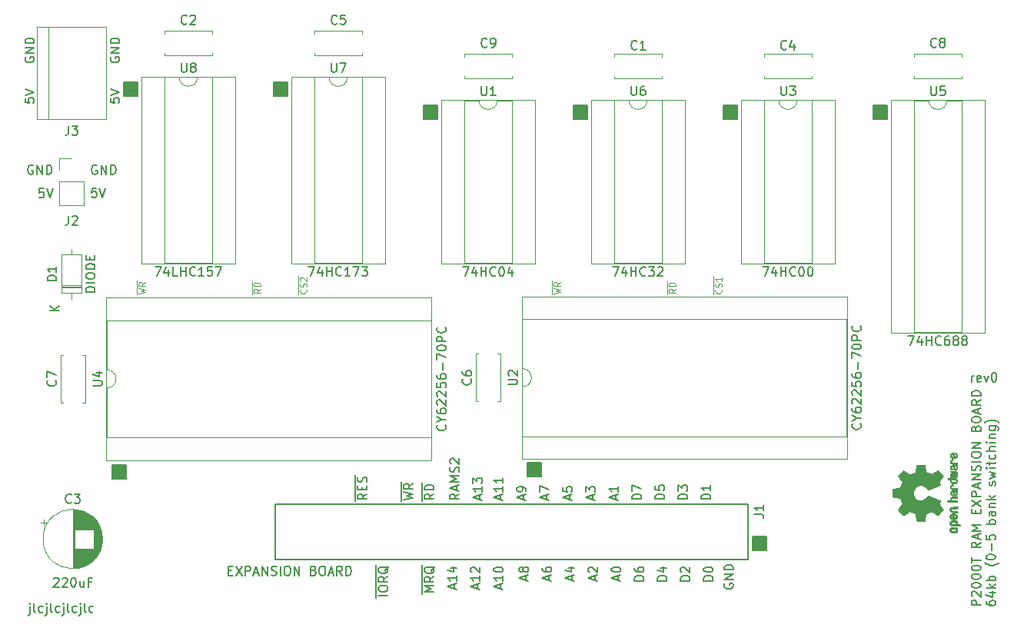
<source format=gbr>
%TF.GenerationSoftware,KiCad,Pcbnew,(6.0.9)*%
%TF.CreationDate,2023-10-24T21:18:59+02:00*%
%TF.ProjectId,p2000t-ram-expansion-board,70323030-3074-42d7-9261-6d2d65787061,rev?*%
%TF.SameCoordinates,Original*%
%TF.FileFunction,Legend,Top*%
%TF.FilePolarity,Positive*%
%FSLAX46Y46*%
G04 Gerber Fmt 4.6, Leading zero omitted, Abs format (unit mm)*
G04 Created by KiCad (PCBNEW (6.0.9)) date 2023-10-24 21:18:59*
%MOMM*%
%LPD*%
G01*
G04 APERTURE LIST*
%ADD10C,0.150000*%
%ADD11C,0.100000*%
%ADD12C,0.120000*%
%ADD13C,0.010000*%
G04 APERTURE END LIST*
D10*
X21923809Y-87415714D02*
X21923809Y-88272857D01*
X21876190Y-88368095D01*
X21780952Y-88415714D01*
X21733333Y-88415714D01*
X21923809Y-87082380D02*
X21876190Y-87130000D01*
X21923809Y-87177619D01*
X21971428Y-87130000D01*
X21923809Y-87082380D01*
X21923809Y-87177619D01*
X22542857Y-88082380D02*
X22447619Y-88034761D01*
X22400000Y-87939523D01*
X22400000Y-87082380D01*
X23352380Y-88034761D02*
X23257142Y-88082380D01*
X23066666Y-88082380D01*
X22971428Y-88034761D01*
X22923809Y-87987142D01*
X22876190Y-87891904D01*
X22876190Y-87606190D01*
X22923809Y-87510952D01*
X22971428Y-87463333D01*
X23066666Y-87415714D01*
X23257142Y-87415714D01*
X23352380Y-87463333D01*
X23780952Y-87415714D02*
X23780952Y-88272857D01*
X23733333Y-88368095D01*
X23638095Y-88415714D01*
X23590476Y-88415714D01*
X23780952Y-87082380D02*
X23733333Y-87130000D01*
X23780952Y-87177619D01*
X23828571Y-87130000D01*
X23780952Y-87082380D01*
X23780952Y-87177619D01*
X24400000Y-88082380D02*
X24304761Y-88034761D01*
X24257142Y-87939523D01*
X24257142Y-87082380D01*
X25209523Y-88034761D02*
X25114285Y-88082380D01*
X24923809Y-88082380D01*
X24828571Y-88034761D01*
X24780952Y-87987142D01*
X24733333Y-87891904D01*
X24733333Y-87606190D01*
X24780952Y-87510952D01*
X24828571Y-87463333D01*
X24923809Y-87415714D01*
X25114285Y-87415714D01*
X25209523Y-87463333D01*
X25638095Y-87415714D02*
X25638095Y-88272857D01*
X25590476Y-88368095D01*
X25495238Y-88415714D01*
X25447619Y-88415714D01*
X25638095Y-87082380D02*
X25590476Y-87130000D01*
X25638095Y-87177619D01*
X25685714Y-87130000D01*
X25638095Y-87082380D01*
X25638095Y-87177619D01*
X26257142Y-88082380D02*
X26161904Y-88034761D01*
X26114285Y-87939523D01*
X26114285Y-87082380D01*
X27066666Y-88034761D02*
X26971428Y-88082380D01*
X26780952Y-88082380D01*
X26685714Y-88034761D01*
X26638095Y-87987142D01*
X26590476Y-87891904D01*
X26590476Y-87606190D01*
X26638095Y-87510952D01*
X26685714Y-87463333D01*
X26780952Y-87415714D01*
X26971428Y-87415714D01*
X27066666Y-87463333D01*
X27495238Y-87415714D02*
X27495238Y-88272857D01*
X27447619Y-88368095D01*
X27352380Y-88415714D01*
X27304761Y-88415714D01*
X27495238Y-87082380D02*
X27447619Y-87130000D01*
X27495238Y-87177619D01*
X27542857Y-87130000D01*
X27495238Y-87082380D01*
X27495238Y-87177619D01*
X28114285Y-88082380D02*
X28019047Y-88034761D01*
X27971428Y-87939523D01*
X27971428Y-87082380D01*
X28923809Y-88034761D02*
X28828571Y-88082380D01*
X28638095Y-88082380D01*
X28542857Y-88034761D01*
X28495238Y-87987142D01*
X28447619Y-87891904D01*
X28447619Y-87606190D01*
X28495238Y-87510952D01*
X28542857Y-87463333D01*
X28638095Y-87415714D01*
X28828571Y-87415714D01*
X28923809Y-87463333D01*
X114818000Y-32258000D02*
X116342000Y-32258000D01*
X116342000Y-32258000D02*
X116342000Y-33782000D01*
X116342000Y-33782000D02*
X114818000Y-33782000D01*
X114818000Y-33782000D02*
X114818000Y-32258000D01*
G36*
X114818000Y-32258000D02*
G01*
X116342000Y-32258000D01*
X116342000Y-33782000D01*
X114818000Y-33782000D01*
X114818000Y-32258000D01*
G37*
X48768000Y-29718000D02*
X50292000Y-29718000D01*
X50292000Y-29718000D02*
X50292000Y-31242000D01*
X50292000Y-31242000D02*
X48768000Y-31242000D01*
X48768000Y-31242000D02*
X48768000Y-29718000D01*
G36*
X48768000Y-29718000D02*
G01*
X50292000Y-29718000D01*
X50292000Y-31242000D01*
X48768000Y-31242000D01*
X48768000Y-29718000D01*
G37*
X81788000Y-32258000D02*
X83312000Y-32258000D01*
X83312000Y-32258000D02*
X83312000Y-33782000D01*
X83312000Y-33782000D02*
X81788000Y-33782000D01*
X81788000Y-33782000D02*
X81788000Y-32258000D01*
G36*
X81788000Y-32258000D02*
G01*
X83312000Y-32258000D01*
X83312000Y-33782000D01*
X81788000Y-33782000D01*
X81788000Y-32258000D01*
G37*
X32258000Y-29718000D02*
X33782000Y-29718000D01*
X33782000Y-29718000D02*
X33782000Y-31242000D01*
X33782000Y-31242000D02*
X32258000Y-31242000D01*
X32258000Y-31242000D02*
X32258000Y-29718000D01*
G36*
X32258000Y-29718000D02*
G01*
X33782000Y-29718000D01*
X33782000Y-31242000D01*
X32258000Y-31242000D01*
X32258000Y-29718000D01*
G37*
X65278000Y-32258000D02*
X66802000Y-32258000D01*
X66802000Y-32258000D02*
X66802000Y-33782000D01*
X66802000Y-33782000D02*
X65278000Y-33782000D01*
X65278000Y-33782000D02*
X65278000Y-32258000D01*
G36*
X65278000Y-32258000D02*
G01*
X66802000Y-32258000D01*
X66802000Y-33782000D01*
X65278000Y-33782000D01*
X65278000Y-32258000D01*
G37*
X98298000Y-32258000D02*
X99822000Y-32258000D01*
X99822000Y-32258000D02*
X99822000Y-33782000D01*
X99822000Y-33782000D02*
X98298000Y-33782000D01*
X98298000Y-33782000D02*
X98298000Y-32258000D01*
G36*
X98298000Y-32258000D02*
G01*
X99822000Y-32258000D01*
X99822000Y-33782000D01*
X98298000Y-33782000D01*
X98298000Y-32258000D01*
G37*
X76723000Y-73152000D02*
X78247000Y-73152000D01*
X78247000Y-73152000D02*
X78247000Y-71628000D01*
X78247000Y-71628000D02*
X76723000Y-71628000D01*
X76723000Y-71628000D02*
X76723000Y-73152000D01*
G36*
X76723000Y-73152000D02*
G01*
X78247000Y-73152000D01*
X78247000Y-71628000D01*
X76723000Y-71628000D01*
X76723000Y-73152000D01*
G37*
X101516000Y-79756000D02*
X103040000Y-79756000D01*
X103040000Y-79756000D02*
X103040000Y-81280000D01*
X103040000Y-81280000D02*
X101516000Y-81280000D01*
X101516000Y-81280000D02*
X101516000Y-79756000D01*
G36*
X101516000Y-79756000D02*
G01*
X103040000Y-79756000D01*
X103040000Y-81280000D01*
X101516000Y-81280000D01*
X101516000Y-79756000D01*
G37*
X30988000Y-73406000D02*
X32512000Y-73406000D01*
X32512000Y-73406000D02*
X32512000Y-71882000D01*
X32512000Y-71882000D02*
X30988000Y-71882000D01*
X30988000Y-71882000D02*
X30988000Y-73406000D01*
G36*
X30988000Y-73406000D02*
G01*
X32512000Y-73406000D01*
X32512000Y-71882000D01*
X30988000Y-71882000D01*
X30988000Y-73406000D01*
G37*
X48938000Y-76200000D02*
X101008000Y-76200000D01*
X101008000Y-76200000D02*
X101008000Y-82296000D01*
X101008000Y-82296000D02*
X48938000Y-82296000D01*
X48938000Y-82296000D02*
X48938000Y-76200000D01*
X65126000Y-75848500D02*
X65126000Y-74848500D01*
X66408380Y-75038976D02*
X65932190Y-75372309D01*
X66408380Y-75610404D02*
X65408380Y-75610404D01*
X65408380Y-75229452D01*
X65456000Y-75134214D01*
X65503619Y-75086595D01*
X65598857Y-75038976D01*
X65741714Y-75038976D01*
X65836952Y-75086595D01*
X65884571Y-75134214D01*
X65932190Y-75229452D01*
X65932190Y-75610404D01*
X65126000Y-74848500D02*
X65126000Y-73848500D01*
X66408380Y-74610404D02*
X65408380Y-74610404D01*
X65408380Y-74372309D01*
X65456000Y-74229452D01*
X65551238Y-74134214D01*
X65646476Y-74086595D01*
X65836952Y-74038976D01*
X65979809Y-74038976D01*
X66170285Y-74086595D01*
X66265523Y-74134214D01*
X66360761Y-74229452D01*
X66408380Y-74372309D01*
X66408380Y-74610404D01*
X125642857Y-62682380D02*
X125642857Y-62015714D01*
X125642857Y-62206190D02*
X125690476Y-62110952D01*
X125738095Y-62063333D01*
X125833333Y-62015714D01*
X125928571Y-62015714D01*
X126642857Y-62634761D02*
X126547619Y-62682380D01*
X126357142Y-62682380D01*
X126261904Y-62634761D01*
X126214285Y-62539523D01*
X126214285Y-62158571D01*
X126261904Y-62063333D01*
X126357142Y-62015714D01*
X126547619Y-62015714D01*
X126642857Y-62063333D01*
X126690476Y-62158571D01*
X126690476Y-62253809D01*
X126214285Y-62349047D01*
X127023809Y-62015714D02*
X127261904Y-62682380D01*
X127500000Y-62015714D01*
X128071428Y-61682380D02*
X128166666Y-61682380D01*
X128261904Y-61730000D01*
X128309523Y-61777619D01*
X128357142Y-61872857D01*
X128404761Y-62063333D01*
X128404761Y-62301428D01*
X128357142Y-62491904D01*
X128309523Y-62587142D01*
X128261904Y-62634761D01*
X128166666Y-62682380D01*
X128071428Y-62682380D01*
X127976190Y-62634761D01*
X127928571Y-62587142D01*
X127880952Y-62491904D01*
X127833333Y-62301428D01*
X127833333Y-62063333D01*
X127880952Y-61872857D01*
X127928571Y-61777619D01*
X127976190Y-61730000D01*
X128071428Y-61682380D01*
X62840000Y-75848500D02*
X62840000Y-74705642D01*
X63122380Y-75705642D02*
X64122380Y-75467547D01*
X63408095Y-75277071D01*
X64122380Y-75086595D01*
X63122380Y-74848500D01*
X62840000Y-74705642D02*
X62840000Y-73705642D01*
X64122380Y-73896119D02*
X63646190Y-74229452D01*
X64122380Y-74467547D02*
X63122380Y-74467547D01*
X63122380Y-74086595D01*
X63170000Y-73991357D01*
X63217619Y-73943738D01*
X63312857Y-73896119D01*
X63455714Y-73896119D01*
X63550952Y-73943738D01*
X63598571Y-73991357D01*
X63646190Y-74086595D01*
X63646190Y-74467547D01*
X79076666Y-84520547D02*
X79076666Y-84044357D01*
X79362380Y-84615785D02*
X78362380Y-84282452D01*
X79362380Y-83949119D01*
X78362380Y-83187214D02*
X78362380Y-83377690D01*
X78410000Y-83472928D01*
X78457619Y-83520547D01*
X78600476Y-83615785D01*
X78790952Y-83663404D01*
X79171904Y-83663404D01*
X79267142Y-83615785D01*
X79314761Y-83568166D01*
X79362380Y-83472928D01*
X79362380Y-83282452D01*
X79314761Y-83187214D01*
X79267142Y-83139595D01*
X79171904Y-83091976D01*
X78933809Y-83091976D01*
X78838571Y-83139595D01*
X78790952Y-83187214D01*
X78743333Y-83282452D01*
X78743333Y-83472928D01*
X78790952Y-83568166D01*
X78838571Y-83615785D01*
X78933809Y-83663404D01*
X30798380Y-31442476D02*
X30798380Y-31918666D01*
X31274571Y-31966285D01*
X31226952Y-31918666D01*
X31179333Y-31823428D01*
X31179333Y-31585333D01*
X31226952Y-31490095D01*
X31274571Y-31442476D01*
X31369809Y-31394857D01*
X31607904Y-31394857D01*
X31703142Y-31442476D01*
X31750761Y-31490095D01*
X31798380Y-31585333D01*
X31798380Y-31823428D01*
X31750761Y-31918666D01*
X31703142Y-31966285D01*
X30798380Y-31109142D02*
X31798380Y-30775809D01*
X30798380Y-30442476D01*
X73742666Y-75658023D02*
X73742666Y-75181833D01*
X74028380Y-75753261D02*
X73028380Y-75419928D01*
X74028380Y-75086595D01*
X74028380Y-74229452D02*
X74028380Y-74800880D01*
X74028380Y-74515166D02*
X73028380Y-74515166D01*
X73171238Y-74610404D01*
X73266476Y-74705642D01*
X73314095Y-74800880D01*
X74028380Y-73277071D02*
X74028380Y-73848500D01*
X74028380Y-73562785D02*
X73028380Y-73562785D01*
X73171238Y-73658023D01*
X73266476Y-73753261D01*
X73314095Y-73848500D01*
D11*
X79429000Y-53074000D02*
X79429000Y-52274000D01*
X79626666Y-52974000D02*
X80326666Y-52807333D01*
X79826666Y-52674000D01*
X80326666Y-52540666D01*
X79626666Y-52374000D01*
X79429000Y-52274000D02*
X79429000Y-51574000D01*
X80326666Y-51707333D02*
X79993333Y-51940666D01*
X80326666Y-52107333D02*
X79626666Y-52107333D01*
X79626666Y-51840666D01*
X79660000Y-51774000D01*
X79693333Y-51740666D01*
X79760000Y-51707333D01*
X79860000Y-51707333D01*
X79926666Y-51740666D01*
X79960000Y-51774000D01*
X79993333Y-51840666D01*
X79993333Y-52107333D01*
D10*
X60046000Y-86472928D02*
X60046000Y-85996738D01*
X61328380Y-86234833D02*
X60328380Y-86234833D01*
X60046000Y-85996738D02*
X60046000Y-84949119D01*
X60328380Y-85568166D02*
X60328380Y-85377690D01*
X60376000Y-85282452D01*
X60471238Y-85187214D01*
X60661714Y-85139595D01*
X60995047Y-85139595D01*
X61185523Y-85187214D01*
X61280761Y-85282452D01*
X61328380Y-85377690D01*
X61328380Y-85568166D01*
X61280761Y-85663404D01*
X61185523Y-85758642D01*
X60995047Y-85806261D01*
X60661714Y-85806261D01*
X60471238Y-85758642D01*
X60376000Y-85663404D01*
X60328380Y-85568166D01*
X60046000Y-84949119D02*
X60046000Y-83949119D01*
X61328380Y-84139595D02*
X60852190Y-84472928D01*
X61328380Y-84711023D02*
X60328380Y-84711023D01*
X60328380Y-84330071D01*
X60376000Y-84234833D01*
X60423619Y-84187214D01*
X60518857Y-84139595D01*
X60661714Y-84139595D01*
X60756952Y-84187214D01*
X60804571Y-84234833D01*
X60852190Y-84330071D01*
X60852190Y-84711023D01*
X60046000Y-83949119D02*
X60046000Y-82901500D01*
X61423619Y-83044357D02*
X61376000Y-83139595D01*
X61280761Y-83234833D01*
X61137904Y-83377690D01*
X61090285Y-83472928D01*
X61090285Y-83568166D01*
X61328380Y-83520547D02*
X61280761Y-83615785D01*
X61185523Y-83711023D01*
X60995047Y-83758642D01*
X60661714Y-83758642D01*
X60471238Y-83711023D01*
X60376000Y-83615785D01*
X60328380Y-83520547D01*
X60328380Y-83330071D01*
X60376000Y-83234833D01*
X60471238Y-83139595D01*
X60661714Y-83091976D01*
X60995047Y-83091976D01*
X61185523Y-83139595D01*
X61280761Y-83234833D01*
X61328380Y-83330071D01*
X61328380Y-83520547D01*
X86696666Y-84520547D02*
X86696666Y-84044357D01*
X86982380Y-84615785D02*
X85982380Y-84282452D01*
X86982380Y-83949119D01*
X85982380Y-83425309D02*
X85982380Y-83330071D01*
X86030000Y-83234833D01*
X86077619Y-83187214D01*
X86172857Y-83139595D01*
X86363333Y-83091976D01*
X86601428Y-83091976D01*
X86791904Y-83139595D01*
X86887142Y-83187214D01*
X86934761Y-83234833D01*
X86982380Y-83330071D01*
X86982380Y-83425309D01*
X86934761Y-83520547D01*
X86887142Y-83568166D01*
X86791904Y-83615785D01*
X86601428Y-83663404D01*
X86363333Y-83663404D01*
X86172857Y-83615785D01*
X86077619Y-83568166D01*
X86030000Y-83520547D01*
X85982380Y-83425309D01*
X96888380Y-75610404D02*
X95888380Y-75610404D01*
X95888380Y-75372309D01*
X95936000Y-75229452D01*
X96031238Y-75134214D01*
X96126476Y-75086595D01*
X96316952Y-75038976D01*
X96459809Y-75038976D01*
X96650285Y-75086595D01*
X96745523Y-75134214D01*
X96840761Y-75229452D01*
X96888380Y-75372309D01*
X96888380Y-75610404D01*
X96888380Y-74086595D02*
X96888380Y-74658023D01*
X96888380Y-74372309D02*
X95888380Y-74372309D01*
X96031238Y-74467547D01*
X96126476Y-74562785D01*
X96174095Y-74658023D01*
X71202666Y-85472928D02*
X71202666Y-84996738D01*
X71488380Y-85568166D02*
X70488380Y-85234833D01*
X71488380Y-84901500D01*
X71488380Y-84044357D02*
X71488380Y-84615785D01*
X71488380Y-84330071D02*
X70488380Y-84330071D01*
X70631238Y-84425309D01*
X70726476Y-84520547D01*
X70774095Y-84615785D01*
X70583619Y-83663404D02*
X70536000Y-83615785D01*
X70488380Y-83520547D01*
X70488380Y-83282452D01*
X70536000Y-83187214D01*
X70583619Y-83139595D01*
X70678857Y-83091976D01*
X70774095Y-83091976D01*
X70916952Y-83139595D01*
X71488380Y-83711023D01*
X71488380Y-83091976D01*
X23445261Y-41402380D02*
X22969071Y-41402380D01*
X22921452Y-41878571D01*
X22969071Y-41830952D01*
X23064309Y-41783333D01*
X23302404Y-41783333D01*
X23397642Y-41830952D01*
X23445261Y-41878571D01*
X23492880Y-41973809D01*
X23492880Y-42211904D01*
X23445261Y-42307142D01*
X23397642Y-42354761D01*
X23302404Y-42402380D01*
X23064309Y-42402380D01*
X22969071Y-42354761D01*
X22921452Y-42307142D01*
X23778595Y-41402380D02*
X24111928Y-42402380D01*
X24445261Y-41402380D01*
X29307404Y-38870000D02*
X29212166Y-38822380D01*
X29069309Y-38822380D01*
X28926452Y-38870000D01*
X28831214Y-38965238D01*
X28783595Y-39060476D01*
X28735976Y-39250952D01*
X28735976Y-39393809D01*
X28783595Y-39584285D01*
X28831214Y-39679523D01*
X28926452Y-39774761D01*
X29069309Y-39822380D01*
X29164547Y-39822380D01*
X29307404Y-39774761D01*
X29355023Y-39727142D01*
X29355023Y-39393809D01*
X29164547Y-39393809D01*
X29783595Y-39822380D02*
X29783595Y-38822380D01*
X30355023Y-39822380D01*
X30355023Y-38822380D01*
X30831214Y-39822380D02*
X30831214Y-38822380D01*
X31069309Y-38822380D01*
X31212166Y-38870000D01*
X31307404Y-38965238D01*
X31355023Y-39060476D01*
X31402642Y-39250952D01*
X31402642Y-39393809D01*
X31355023Y-39584285D01*
X31307404Y-39679523D01*
X31212166Y-39774761D01*
X31069309Y-39822380D01*
X30831214Y-39822380D01*
X89522380Y-84615785D02*
X88522380Y-84615785D01*
X88522380Y-84377690D01*
X88570000Y-84234833D01*
X88665238Y-84139595D01*
X88760476Y-84091976D01*
X88950952Y-84044357D01*
X89093809Y-84044357D01*
X89284285Y-84091976D01*
X89379523Y-84139595D01*
X89474761Y-84234833D01*
X89522380Y-84377690D01*
X89522380Y-84615785D01*
X88522380Y-83187214D02*
X88522380Y-83377690D01*
X88570000Y-83472928D01*
X88617619Y-83520547D01*
X88760476Y-83615785D01*
X88950952Y-83663404D01*
X89331904Y-83663404D01*
X89427142Y-83615785D01*
X89474761Y-83568166D01*
X89522380Y-83472928D01*
X89522380Y-83282452D01*
X89474761Y-83187214D01*
X89427142Y-83139595D01*
X89331904Y-83091976D01*
X89093809Y-83091976D01*
X88998571Y-83139595D01*
X88950952Y-83187214D01*
X88903333Y-83282452D01*
X88903333Y-83472928D01*
X88950952Y-83568166D01*
X88998571Y-83615785D01*
X89093809Y-83663404D01*
X21400380Y-31442476D02*
X21400380Y-31918666D01*
X21876571Y-31966285D01*
X21828952Y-31918666D01*
X21781333Y-31823428D01*
X21781333Y-31585333D01*
X21828952Y-31490095D01*
X21876571Y-31442476D01*
X21971809Y-31394857D01*
X22209904Y-31394857D01*
X22305142Y-31442476D01*
X22352761Y-31490095D01*
X22400380Y-31585333D01*
X22400380Y-31823428D01*
X22352761Y-31918666D01*
X22305142Y-31966285D01*
X21400380Y-31109142D02*
X22400380Y-30775809D01*
X21400380Y-30442476D01*
X81616666Y-84520547D02*
X81616666Y-84044357D01*
X81902380Y-84615785D02*
X80902380Y-84282452D01*
X81902380Y-83949119D01*
X81235714Y-83187214D02*
X81902380Y-83187214D01*
X80854761Y-83425309D02*
X81569047Y-83663404D01*
X81569047Y-83044357D01*
X21448000Y-26933904D02*
X21400380Y-27029142D01*
X21400380Y-27172000D01*
X21448000Y-27314857D01*
X21543238Y-27410095D01*
X21638476Y-27457714D01*
X21828952Y-27505333D01*
X21971809Y-27505333D01*
X22162285Y-27457714D01*
X22257523Y-27410095D01*
X22352761Y-27314857D01*
X22400380Y-27172000D01*
X22400380Y-27076761D01*
X22352761Y-26933904D01*
X22305142Y-26886285D01*
X21971809Y-26886285D01*
X21971809Y-27076761D01*
X22400380Y-26457714D02*
X21400380Y-26457714D01*
X22400380Y-25886285D01*
X21400380Y-25886285D01*
X22400380Y-25410095D02*
X21400380Y-25410095D01*
X21400380Y-25172000D01*
X21448000Y-25029142D01*
X21543238Y-24933904D01*
X21638476Y-24886285D01*
X21828952Y-24838666D01*
X21971809Y-24838666D01*
X22162285Y-24886285D01*
X22257523Y-24933904D01*
X22352761Y-25029142D01*
X22400380Y-25172000D01*
X22400380Y-25410095D01*
X30846000Y-26933904D02*
X30798380Y-27029142D01*
X30798380Y-27172000D01*
X30846000Y-27314857D01*
X30941238Y-27410095D01*
X31036476Y-27457714D01*
X31226952Y-27505333D01*
X31369809Y-27505333D01*
X31560285Y-27457714D01*
X31655523Y-27410095D01*
X31750761Y-27314857D01*
X31798380Y-27172000D01*
X31798380Y-27076761D01*
X31750761Y-26933904D01*
X31703142Y-26886285D01*
X31369809Y-26886285D01*
X31369809Y-27076761D01*
X31798380Y-26457714D02*
X30798380Y-26457714D01*
X31798380Y-25886285D01*
X30798380Y-25886285D01*
X31798380Y-25410095D02*
X30798380Y-25410095D01*
X30798380Y-25172000D01*
X30846000Y-25029142D01*
X30941238Y-24933904D01*
X31036476Y-24886285D01*
X31226952Y-24838666D01*
X31369809Y-24838666D01*
X31560285Y-24886285D01*
X31655523Y-24933904D01*
X31750761Y-25029142D01*
X31798380Y-25172000D01*
X31798380Y-25410095D01*
X83902666Y-75658023D02*
X83902666Y-75181833D01*
X84188380Y-75753261D02*
X83188380Y-75419928D01*
X84188380Y-75086595D01*
X83188380Y-74848500D02*
X83188380Y-74229452D01*
X83569333Y-74562785D01*
X83569333Y-74419928D01*
X83616952Y-74324690D01*
X83664571Y-74277071D01*
X83759809Y-74229452D01*
X83997904Y-74229452D01*
X84093142Y-74277071D01*
X84140761Y-74324690D01*
X84188380Y-74419928D01*
X84188380Y-74705642D01*
X84140761Y-74800880D01*
X84093142Y-74848500D01*
X69202380Y-75038976D02*
X68726190Y-75372309D01*
X69202380Y-75610404D02*
X68202380Y-75610404D01*
X68202380Y-75229452D01*
X68250000Y-75134214D01*
X68297619Y-75086595D01*
X68392857Y-75038976D01*
X68535714Y-75038976D01*
X68630952Y-75086595D01*
X68678571Y-75134214D01*
X68726190Y-75229452D01*
X68726190Y-75610404D01*
X68916666Y-74658023D02*
X68916666Y-74181833D01*
X69202380Y-74753261D02*
X68202380Y-74419928D01*
X69202380Y-74086595D01*
X69202380Y-73753261D02*
X68202380Y-73753261D01*
X68916666Y-73419928D01*
X68202380Y-73086595D01*
X69202380Y-73086595D01*
X69154761Y-72658023D02*
X69202380Y-72515166D01*
X69202380Y-72277071D01*
X69154761Y-72181833D01*
X69107142Y-72134214D01*
X69011904Y-72086595D01*
X68916666Y-72086595D01*
X68821428Y-72134214D01*
X68773809Y-72181833D01*
X68726190Y-72277071D01*
X68678571Y-72467547D01*
X68630952Y-72562785D01*
X68583333Y-72610404D01*
X68488095Y-72658023D01*
X68392857Y-72658023D01*
X68297619Y-72610404D01*
X68250000Y-72562785D01*
X68202380Y-72467547D01*
X68202380Y-72229452D01*
X68250000Y-72086595D01*
X68297619Y-71705642D02*
X68250000Y-71658023D01*
X68202380Y-71562785D01*
X68202380Y-71324690D01*
X68250000Y-71229452D01*
X68297619Y-71181833D01*
X68392857Y-71134214D01*
X68488095Y-71134214D01*
X68630952Y-71181833D01*
X69202380Y-71753261D01*
X69202380Y-71134214D01*
D11*
X97209000Y-53086666D02*
X97209000Y-52386666D01*
X98040000Y-52520000D02*
X98073333Y-52553333D01*
X98106666Y-52653333D01*
X98106666Y-52720000D01*
X98073333Y-52820000D01*
X98006666Y-52886666D01*
X97940000Y-52920000D01*
X97806666Y-52953333D01*
X97706666Y-52953333D01*
X97573333Y-52920000D01*
X97506666Y-52886666D01*
X97440000Y-52820000D01*
X97406666Y-52720000D01*
X97406666Y-52653333D01*
X97440000Y-52553333D01*
X97473333Y-52520000D01*
X97209000Y-52386666D02*
X97209000Y-51720000D01*
X98073333Y-52253333D02*
X98106666Y-52153333D01*
X98106666Y-51986666D01*
X98073333Y-51920000D01*
X98040000Y-51886666D01*
X97973333Y-51853333D01*
X97906666Y-51853333D01*
X97840000Y-51886666D01*
X97806666Y-51920000D01*
X97773333Y-51986666D01*
X97740000Y-52120000D01*
X97706666Y-52186666D01*
X97673333Y-52220000D01*
X97606666Y-52253333D01*
X97540000Y-52253333D01*
X97473333Y-52220000D01*
X97440000Y-52186666D01*
X97406666Y-52120000D01*
X97406666Y-51953333D01*
X97440000Y-51853333D01*
X97209000Y-51720000D02*
X97209000Y-51053333D01*
X98106666Y-51186666D02*
X98106666Y-51586666D01*
X98106666Y-51386666D02*
X97406666Y-51386666D01*
X97506666Y-51453333D01*
X97573333Y-51520000D01*
X97606666Y-51586666D01*
D10*
X22254785Y-38870000D02*
X22159547Y-38822380D01*
X22016690Y-38822380D01*
X21873833Y-38870000D01*
X21778595Y-38965238D01*
X21730976Y-39060476D01*
X21683357Y-39250952D01*
X21683357Y-39393809D01*
X21730976Y-39584285D01*
X21778595Y-39679523D01*
X21873833Y-39774761D01*
X22016690Y-39822380D01*
X22111928Y-39822380D01*
X22254785Y-39774761D01*
X22302404Y-39727142D01*
X22302404Y-39393809D01*
X22111928Y-39393809D01*
X22730976Y-39822380D02*
X22730976Y-38822380D01*
X23302404Y-39822380D01*
X23302404Y-38822380D01*
X23778595Y-39822380D02*
X23778595Y-38822380D01*
X24016690Y-38822380D01*
X24159547Y-38870000D01*
X24254785Y-38965238D01*
X24302404Y-39060476D01*
X24350023Y-39250952D01*
X24350023Y-39393809D01*
X24302404Y-39584285D01*
X24254785Y-39679523D01*
X24159547Y-39774761D01*
X24016690Y-39822380D01*
X23778595Y-39822380D01*
X92062380Y-84615785D02*
X91062380Y-84615785D01*
X91062380Y-84377690D01*
X91110000Y-84234833D01*
X91205238Y-84139595D01*
X91300476Y-84091976D01*
X91490952Y-84044357D01*
X91633809Y-84044357D01*
X91824285Y-84091976D01*
X91919523Y-84139595D01*
X92014761Y-84234833D01*
X92062380Y-84377690D01*
X92062380Y-84615785D01*
X91395714Y-83187214D02*
X92062380Y-83187214D01*
X91014761Y-83425309D02*
X91729047Y-83663404D01*
X91729047Y-83044357D01*
X76536666Y-84520547D02*
X76536666Y-84044357D01*
X76822380Y-84615785D02*
X75822380Y-84282452D01*
X76822380Y-83949119D01*
X76250952Y-83472928D02*
X76203333Y-83568166D01*
X76155714Y-83615785D01*
X76060476Y-83663404D01*
X76012857Y-83663404D01*
X75917619Y-83615785D01*
X75870000Y-83568166D01*
X75822380Y-83472928D01*
X75822380Y-83282452D01*
X75870000Y-83187214D01*
X75917619Y-83139595D01*
X76012857Y-83091976D01*
X76060476Y-83091976D01*
X76155714Y-83139595D01*
X76203333Y-83187214D01*
X76250952Y-83282452D01*
X76250952Y-83472928D01*
X76298571Y-83568166D01*
X76346190Y-83615785D01*
X76441428Y-83663404D01*
X76631904Y-83663404D01*
X76727142Y-83615785D01*
X76774761Y-83568166D01*
X76822380Y-83472928D01*
X76822380Y-83282452D01*
X76774761Y-83187214D01*
X76727142Y-83139595D01*
X76631904Y-83091976D01*
X76441428Y-83091976D01*
X76346190Y-83139595D01*
X76298571Y-83187214D01*
X76250952Y-83282452D01*
X65126000Y-86091976D02*
X65126000Y-84949119D01*
X66408380Y-85853880D02*
X65408380Y-85853880D01*
X66122666Y-85520547D01*
X65408380Y-85187214D01*
X66408380Y-85187214D01*
X65126000Y-84949119D02*
X65126000Y-83949119D01*
X66408380Y-84139595D02*
X65932190Y-84472928D01*
X66408380Y-84711023D02*
X65408380Y-84711023D01*
X65408380Y-84330071D01*
X65456000Y-84234833D01*
X65503619Y-84187214D01*
X65598857Y-84139595D01*
X65741714Y-84139595D01*
X65836952Y-84187214D01*
X65884571Y-84234833D01*
X65932190Y-84330071D01*
X65932190Y-84711023D01*
X65126000Y-83949119D02*
X65126000Y-82901500D01*
X66503619Y-83044357D02*
X66456000Y-83139595D01*
X66360761Y-83234833D01*
X66217904Y-83377690D01*
X66170285Y-83472928D01*
X66170285Y-83568166D01*
X66408380Y-83520547D02*
X66360761Y-83615785D01*
X66265523Y-83711023D01*
X66075047Y-83758642D01*
X65741714Y-83758642D01*
X65551238Y-83711023D01*
X65456000Y-83615785D01*
X65408380Y-83520547D01*
X65408380Y-83330071D01*
X65456000Y-83234833D01*
X65551238Y-83139595D01*
X65741714Y-83091976D01*
X66075047Y-83091976D01*
X66265523Y-83139595D01*
X66360761Y-83234833D01*
X66408380Y-83330071D01*
X66408380Y-83520547D01*
X78822666Y-75658023D02*
X78822666Y-75181833D01*
X79108380Y-75753261D02*
X78108380Y-75419928D01*
X79108380Y-75086595D01*
X78108380Y-74848500D02*
X78108380Y-74181833D01*
X79108380Y-74610404D01*
D11*
X92129000Y-53024000D02*
X92129000Y-52324000D01*
X93026666Y-52457333D02*
X92693333Y-52690666D01*
X93026666Y-52857333D02*
X92326666Y-52857333D01*
X92326666Y-52590666D01*
X92360000Y-52524000D01*
X92393333Y-52490666D01*
X92460000Y-52457333D01*
X92560000Y-52457333D01*
X92626666Y-52490666D01*
X92660000Y-52524000D01*
X92693333Y-52590666D01*
X92693333Y-52857333D01*
X92129000Y-52324000D02*
X92129000Y-51624000D01*
X93026666Y-52157333D02*
X92326666Y-52157333D01*
X92326666Y-51990666D01*
X92360000Y-51890666D01*
X92426666Y-51824000D01*
X92493333Y-51790666D01*
X92626666Y-51757333D01*
X92726666Y-51757333D01*
X92860000Y-51790666D01*
X92926666Y-51824000D01*
X92993333Y-51890666D01*
X93026666Y-51990666D01*
X93026666Y-52157333D01*
D10*
X126647380Y-87294404D02*
X125647380Y-87294404D01*
X125647380Y-86913452D01*
X125695000Y-86818214D01*
X125742619Y-86770595D01*
X125837857Y-86722976D01*
X125980714Y-86722976D01*
X126075952Y-86770595D01*
X126123571Y-86818214D01*
X126171190Y-86913452D01*
X126171190Y-87294404D01*
X125742619Y-86342023D02*
X125695000Y-86294404D01*
X125647380Y-86199166D01*
X125647380Y-85961071D01*
X125695000Y-85865833D01*
X125742619Y-85818214D01*
X125837857Y-85770595D01*
X125933095Y-85770595D01*
X126075952Y-85818214D01*
X126647380Y-86389642D01*
X126647380Y-85770595D01*
X125647380Y-85151547D02*
X125647380Y-85056309D01*
X125695000Y-84961071D01*
X125742619Y-84913452D01*
X125837857Y-84865833D01*
X126028333Y-84818214D01*
X126266428Y-84818214D01*
X126456904Y-84865833D01*
X126552142Y-84913452D01*
X126599761Y-84961071D01*
X126647380Y-85056309D01*
X126647380Y-85151547D01*
X126599761Y-85246785D01*
X126552142Y-85294404D01*
X126456904Y-85342023D01*
X126266428Y-85389642D01*
X126028333Y-85389642D01*
X125837857Y-85342023D01*
X125742619Y-85294404D01*
X125695000Y-85246785D01*
X125647380Y-85151547D01*
X125647380Y-84199166D02*
X125647380Y-84103928D01*
X125695000Y-84008690D01*
X125742619Y-83961071D01*
X125837857Y-83913452D01*
X126028333Y-83865833D01*
X126266428Y-83865833D01*
X126456904Y-83913452D01*
X126552142Y-83961071D01*
X126599761Y-84008690D01*
X126647380Y-84103928D01*
X126647380Y-84199166D01*
X126599761Y-84294404D01*
X126552142Y-84342023D01*
X126456904Y-84389642D01*
X126266428Y-84437261D01*
X126028333Y-84437261D01*
X125837857Y-84389642D01*
X125742619Y-84342023D01*
X125695000Y-84294404D01*
X125647380Y-84199166D01*
X125647380Y-83246785D02*
X125647380Y-83151547D01*
X125695000Y-83056309D01*
X125742619Y-83008690D01*
X125837857Y-82961071D01*
X126028333Y-82913452D01*
X126266428Y-82913452D01*
X126456904Y-82961071D01*
X126552142Y-83008690D01*
X126599761Y-83056309D01*
X126647380Y-83151547D01*
X126647380Y-83246785D01*
X126599761Y-83342023D01*
X126552142Y-83389642D01*
X126456904Y-83437261D01*
X126266428Y-83484880D01*
X126028333Y-83484880D01*
X125837857Y-83437261D01*
X125742619Y-83389642D01*
X125695000Y-83342023D01*
X125647380Y-83246785D01*
X125647380Y-82627738D02*
X125647380Y-82056309D01*
X126647380Y-82342023D02*
X125647380Y-82342023D01*
X126647380Y-80389642D02*
X126171190Y-80722976D01*
X126647380Y-80961071D02*
X125647380Y-80961071D01*
X125647380Y-80580119D01*
X125695000Y-80484880D01*
X125742619Y-80437261D01*
X125837857Y-80389642D01*
X125980714Y-80389642D01*
X126075952Y-80437261D01*
X126123571Y-80484880D01*
X126171190Y-80580119D01*
X126171190Y-80961071D01*
X126361666Y-80008690D02*
X126361666Y-79532500D01*
X126647380Y-80103928D02*
X125647380Y-79770595D01*
X126647380Y-79437261D01*
X126647380Y-79103928D02*
X125647380Y-79103928D01*
X126361666Y-78770595D01*
X125647380Y-78437261D01*
X126647380Y-78437261D01*
X126123571Y-77199166D02*
X126123571Y-76865833D01*
X126647380Y-76722976D02*
X126647380Y-77199166D01*
X125647380Y-77199166D01*
X125647380Y-76722976D01*
X125647380Y-76389642D02*
X126647380Y-75722976D01*
X125647380Y-75722976D02*
X126647380Y-76389642D01*
X126647380Y-75342023D02*
X125647380Y-75342023D01*
X125647380Y-74961071D01*
X125695000Y-74865833D01*
X125742619Y-74818214D01*
X125837857Y-74770595D01*
X125980714Y-74770595D01*
X126075952Y-74818214D01*
X126123571Y-74865833D01*
X126171190Y-74961071D01*
X126171190Y-75342023D01*
X126361666Y-74389642D02*
X126361666Y-73913452D01*
X126647380Y-74484880D02*
X125647380Y-74151547D01*
X126647380Y-73818214D01*
X126647380Y-73484880D02*
X125647380Y-73484880D01*
X126647380Y-72913452D01*
X125647380Y-72913452D01*
X126599761Y-72484880D02*
X126647380Y-72342023D01*
X126647380Y-72103928D01*
X126599761Y-72008690D01*
X126552142Y-71961071D01*
X126456904Y-71913452D01*
X126361666Y-71913452D01*
X126266428Y-71961071D01*
X126218809Y-72008690D01*
X126171190Y-72103928D01*
X126123571Y-72294404D01*
X126075952Y-72389642D01*
X126028333Y-72437261D01*
X125933095Y-72484880D01*
X125837857Y-72484880D01*
X125742619Y-72437261D01*
X125695000Y-72389642D01*
X125647380Y-72294404D01*
X125647380Y-72056309D01*
X125695000Y-71913452D01*
X126647380Y-71484880D02*
X125647380Y-71484880D01*
X125647380Y-70818214D02*
X125647380Y-70627738D01*
X125695000Y-70532500D01*
X125790238Y-70437261D01*
X125980714Y-70389642D01*
X126314047Y-70389642D01*
X126504523Y-70437261D01*
X126599761Y-70532500D01*
X126647380Y-70627738D01*
X126647380Y-70818214D01*
X126599761Y-70913452D01*
X126504523Y-71008690D01*
X126314047Y-71056309D01*
X125980714Y-71056309D01*
X125790238Y-71008690D01*
X125695000Y-70913452D01*
X125647380Y-70818214D01*
X126647380Y-69961071D02*
X125647380Y-69961071D01*
X126647380Y-69389642D01*
X125647380Y-69389642D01*
X126123571Y-67818214D02*
X126171190Y-67675357D01*
X126218809Y-67627738D01*
X126314047Y-67580119D01*
X126456904Y-67580119D01*
X126552142Y-67627738D01*
X126599761Y-67675357D01*
X126647380Y-67770595D01*
X126647380Y-68151547D01*
X125647380Y-68151547D01*
X125647380Y-67818214D01*
X125695000Y-67722976D01*
X125742619Y-67675357D01*
X125837857Y-67627738D01*
X125933095Y-67627738D01*
X126028333Y-67675357D01*
X126075952Y-67722976D01*
X126123571Y-67818214D01*
X126123571Y-68151547D01*
X125647380Y-66961071D02*
X125647380Y-66770595D01*
X125695000Y-66675357D01*
X125790238Y-66580119D01*
X125980714Y-66532500D01*
X126314047Y-66532500D01*
X126504523Y-66580119D01*
X126599761Y-66675357D01*
X126647380Y-66770595D01*
X126647380Y-66961071D01*
X126599761Y-67056309D01*
X126504523Y-67151547D01*
X126314047Y-67199166D01*
X125980714Y-67199166D01*
X125790238Y-67151547D01*
X125695000Y-67056309D01*
X125647380Y-66961071D01*
X126361666Y-66151547D02*
X126361666Y-65675357D01*
X126647380Y-66246785D02*
X125647380Y-65913452D01*
X126647380Y-65580119D01*
X126647380Y-64675357D02*
X126171190Y-65008690D01*
X126647380Y-65246785D02*
X125647380Y-65246785D01*
X125647380Y-64865833D01*
X125695000Y-64770595D01*
X125742619Y-64722976D01*
X125837857Y-64675357D01*
X125980714Y-64675357D01*
X126075952Y-64722976D01*
X126123571Y-64770595D01*
X126171190Y-64865833D01*
X126171190Y-65246785D01*
X126647380Y-64246785D02*
X125647380Y-64246785D01*
X125647380Y-64008690D01*
X125695000Y-63865833D01*
X125790238Y-63770595D01*
X125885476Y-63722976D01*
X126075952Y-63675357D01*
X126218809Y-63675357D01*
X126409285Y-63722976D01*
X126504523Y-63770595D01*
X126599761Y-63865833D01*
X126647380Y-64008690D01*
X126647380Y-64246785D01*
X127257380Y-86865833D02*
X127257380Y-87056309D01*
X127305000Y-87151547D01*
X127352619Y-87199166D01*
X127495476Y-87294404D01*
X127685952Y-87342023D01*
X128066904Y-87342023D01*
X128162142Y-87294404D01*
X128209761Y-87246785D01*
X128257380Y-87151547D01*
X128257380Y-86961071D01*
X128209761Y-86865833D01*
X128162142Y-86818214D01*
X128066904Y-86770595D01*
X127828809Y-86770595D01*
X127733571Y-86818214D01*
X127685952Y-86865833D01*
X127638333Y-86961071D01*
X127638333Y-87151547D01*
X127685952Y-87246785D01*
X127733571Y-87294404D01*
X127828809Y-87342023D01*
X127590714Y-85913452D02*
X128257380Y-85913452D01*
X127209761Y-86151547D02*
X127924047Y-86389642D01*
X127924047Y-85770595D01*
X128257380Y-85389642D02*
X127257380Y-85389642D01*
X127876428Y-85294404D02*
X128257380Y-85008690D01*
X127590714Y-85008690D02*
X127971666Y-85389642D01*
X128257380Y-84580119D02*
X127257380Y-84580119D01*
X127638333Y-84580119D02*
X127590714Y-84484880D01*
X127590714Y-84294404D01*
X127638333Y-84199166D01*
X127685952Y-84151547D01*
X127781190Y-84103928D01*
X128066904Y-84103928D01*
X128162142Y-84151547D01*
X128209761Y-84199166D01*
X128257380Y-84294404D01*
X128257380Y-84484880D01*
X128209761Y-84580119D01*
X128638333Y-82627738D02*
X128590714Y-82675357D01*
X128447857Y-82770595D01*
X128352619Y-82818214D01*
X128209761Y-82865833D01*
X127971666Y-82913452D01*
X127781190Y-82913452D01*
X127543095Y-82865833D01*
X127400238Y-82818214D01*
X127305000Y-82770595D01*
X127162142Y-82675357D01*
X127114523Y-82627738D01*
X127257380Y-82056309D02*
X127257380Y-81961071D01*
X127305000Y-81865833D01*
X127352619Y-81818214D01*
X127447857Y-81770595D01*
X127638333Y-81722976D01*
X127876428Y-81722976D01*
X128066904Y-81770595D01*
X128162142Y-81818214D01*
X128209761Y-81865833D01*
X128257380Y-81961071D01*
X128257380Y-82056309D01*
X128209761Y-82151547D01*
X128162142Y-82199166D01*
X128066904Y-82246785D01*
X127876428Y-82294404D01*
X127638333Y-82294404D01*
X127447857Y-82246785D01*
X127352619Y-82199166D01*
X127305000Y-82151547D01*
X127257380Y-82056309D01*
X127876428Y-81294404D02*
X127876428Y-80532500D01*
X127257380Y-79580119D02*
X127257380Y-80056309D01*
X127733571Y-80103928D01*
X127685952Y-80056309D01*
X127638333Y-79961071D01*
X127638333Y-79722976D01*
X127685952Y-79627738D01*
X127733571Y-79580119D01*
X127828809Y-79532500D01*
X128066904Y-79532500D01*
X128162142Y-79580119D01*
X128209761Y-79627738D01*
X128257380Y-79722976D01*
X128257380Y-79961071D01*
X128209761Y-80056309D01*
X128162142Y-80103928D01*
X128257380Y-78342023D02*
X127257380Y-78342023D01*
X127638333Y-78342023D02*
X127590714Y-78246785D01*
X127590714Y-78056309D01*
X127638333Y-77961071D01*
X127685952Y-77913452D01*
X127781190Y-77865833D01*
X128066904Y-77865833D01*
X128162142Y-77913452D01*
X128209761Y-77961071D01*
X128257380Y-78056309D01*
X128257380Y-78246785D01*
X128209761Y-78342023D01*
X128257380Y-77008690D02*
X127733571Y-77008690D01*
X127638333Y-77056309D01*
X127590714Y-77151547D01*
X127590714Y-77342023D01*
X127638333Y-77437261D01*
X128209761Y-77008690D02*
X128257380Y-77103928D01*
X128257380Y-77342023D01*
X128209761Y-77437261D01*
X128114523Y-77484880D01*
X128019285Y-77484880D01*
X127924047Y-77437261D01*
X127876428Y-77342023D01*
X127876428Y-77103928D01*
X127828809Y-77008690D01*
X127590714Y-76532500D02*
X128257380Y-76532500D01*
X127685952Y-76532500D02*
X127638333Y-76484880D01*
X127590714Y-76389642D01*
X127590714Y-76246785D01*
X127638333Y-76151547D01*
X127733571Y-76103928D01*
X128257380Y-76103928D01*
X128257380Y-75627738D02*
X127257380Y-75627738D01*
X127876428Y-75532500D02*
X128257380Y-75246785D01*
X127590714Y-75246785D02*
X127971666Y-75627738D01*
X128209761Y-74103928D02*
X128257380Y-74008690D01*
X128257380Y-73818214D01*
X128209761Y-73722976D01*
X128114523Y-73675357D01*
X128066904Y-73675357D01*
X127971666Y-73722976D01*
X127924047Y-73818214D01*
X127924047Y-73961071D01*
X127876428Y-74056309D01*
X127781190Y-74103928D01*
X127733571Y-74103928D01*
X127638333Y-74056309D01*
X127590714Y-73961071D01*
X127590714Y-73818214D01*
X127638333Y-73722976D01*
X127590714Y-73342023D02*
X128257380Y-73151547D01*
X127781190Y-72961071D01*
X128257380Y-72770595D01*
X127590714Y-72580119D01*
X128257380Y-72199166D02*
X127590714Y-72199166D01*
X127257380Y-72199166D02*
X127305000Y-72246785D01*
X127352619Y-72199166D01*
X127305000Y-72151547D01*
X127257380Y-72199166D01*
X127352619Y-72199166D01*
X127590714Y-71865833D02*
X127590714Y-71484880D01*
X127257380Y-71722976D02*
X128114523Y-71722976D01*
X128209761Y-71675357D01*
X128257380Y-71580119D01*
X128257380Y-71484880D01*
X128209761Y-70722976D02*
X128257380Y-70818214D01*
X128257380Y-71008690D01*
X128209761Y-71103928D01*
X128162142Y-71151547D01*
X128066904Y-71199166D01*
X127781190Y-71199166D01*
X127685952Y-71151547D01*
X127638333Y-71103928D01*
X127590714Y-71008690D01*
X127590714Y-70818214D01*
X127638333Y-70722976D01*
X128257380Y-70294404D02*
X127257380Y-70294404D01*
X128257380Y-69865833D02*
X127733571Y-69865833D01*
X127638333Y-69913452D01*
X127590714Y-70008690D01*
X127590714Y-70151547D01*
X127638333Y-70246785D01*
X127685952Y-70294404D01*
X128257380Y-69389642D02*
X127590714Y-69389642D01*
X127257380Y-69389642D02*
X127305000Y-69437261D01*
X127352619Y-69389642D01*
X127305000Y-69342023D01*
X127257380Y-69389642D01*
X127352619Y-69389642D01*
X127590714Y-68913452D02*
X128257380Y-68913452D01*
X127685952Y-68913452D02*
X127638333Y-68865833D01*
X127590714Y-68770595D01*
X127590714Y-68627738D01*
X127638333Y-68532500D01*
X127733571Y-68484880D01*
X128257380Y-68484880D01*
X127590714Y-67580119D02*
X128400238Y-67580119D01*
X128495476Y-67627738D01*
X128543095Y-67675357D01*
X128590714Y-67770595D01*
X128590714Y-67913452D01*
X128543095Y-68008690D01*
X128209761Y-67580119D02*
X128257380Y-67675357D01*
X128257380Y-67865833D01*
X128209761Y-67961071D01*
X128162142Y-68008690D01*
X128066904Y-68056309D01*
X127781190Y-68056309D01*
X127685952Y-68008690D01*
X127638333Y-67961071D01*
X127590714Y-67865833D01*
X127590714Y-67675357D01*
X127638333Y-67580119D01*
X128638333Y-67199166D02*
X128590714Y-67151547D01*
X128447857Y-67056309D01*
X128352619Y-67008690D01*
X128209761Y-66961071D01*
X127971666Y-66913452D01*
X127781190Y-66913452D01*
X127543095Y-66961071D01*
X127400238Y-67008690D01*
X127305000Y-67056309D01*
X127162142Y-67151547D01*
X127114523Y-67199166D01*
X89268380Y-75610404D02*
X88268380Y-75610404D01*
X88268380Y-75372309D01*
X88316000Y-75229452D01*
X88411238Y-75134214D01*
X88506476Y-75086595D01*
X88696952Y-75038976D01*
X88839809Y-75038976D01*
X89030285Y-75086595D01*
X89125523Y-75134214D01*
X89220761Y-75229452D01*
X89268380Y-75372309D01*
X89268380Y-75610404D01*
X88268380Y-74705642D02*
X88268380Y-74038976D01*
X89268380Y-74467547D01*
X91808380Y-75610404D02*
X90808380Y-75610404D01*
X90808380Y-75372309D01*
X90856000Y-75229452D01*
X90951238Y-75134214D01*
X91046476Y-75086595D01*
X91236952Y-75038976D01*
X91379809Y-75038976D01*
X91570285Y-75086595D01*
X91665523Y-75134214D01*
X91760761Y-75229452D01*
X91808380Y-75372309D01*
X91808380Y-75610404D01*
X90808380Y-74134214D02*
X90808380Y-74610404D01*
X91284571Y-74658023D01*
X91236952Y-74610404D01*
X91189333Y-74515166D01*
X91189333Y-74277071D01*
X91236952Y-74181833D01*
X91284571Y-74134214D01*
X91379809Y-74086595D01*
X91617904Y-74086595D01*
X91713142Y-74134214D01*
X91760761Y-74181833D01*
X91808380Y-74277071D01*
X91808380Y-74515166D01*
X91760761Y-74610404D01*
X91713142Y-74658023D01*
X57760000Y-75848500D02*
X57760000Y-74848500D01*
X59042380Y-75038976D02*
X58566190Y-75372309D01*
X59042380Y-75610404D02*
X58042380Y-75610404D01*
X58042380Y-75229452D01*
X58090000Y-75134214D01*
X58137619Y-75086595D01*
X58232857Y-75038976D01*
X58375714Y-75038976D01*
X58470952Y-75086595D01*
X58518571Y-75134214D01*
X58566190Y-75229452D01*
X58566190Y-75610404D01*
X57760000Y-74848500D02*
X57760000Y-73943738D01*
X58518571Y-74610404D02*
X58518571Y-74277071D01*
X59042380Y-74134214D02*
X59042380Y-74610404D01*
X58042380Y-74610404D01*
X58042380Y-74134214D01*
X57760000Y-73943738D02*
X57760000Y-72991357D01*
X58994761Y-73753261D02*
X59042380Y-73610404D01*
X59042380Y-73372309D01*
X58994761Y-73277071D01*
X58947142Y-73229452D01*
X58851904Y-73181833D01*
X58756666Y-73181833D01*
X58661428Y-73229452D01*
X58613809Y-73277071D01*
X58566190Y-73372309D01*
X58518571Y-73562785D01*
X58470952Y-73658023D01*
X58423333Y-73705642D01*
X58328095Y-73753261D01*
X58232857Y-73753261D01*
X58137619Y-73705642D01*
X58090000Y-73658023D01*
X58042380Y-73562785D01*
X58042380Y-73324690D01*
X58090000Y-73181833D01*
X94348380Y-75610404D02*
X93348380Y-75610404D01*
X93348380Y-75372309D01*
X93396000Y-75229452D01*
X93491238Y-75134214D01*
X93586476Y-75086595D01*
X93776952Y-75038976D01*
X93919809Y-75038976D01*
X94110285Y-75086595D01*
X94205523Y-75134214D01*
X94300761Y-75229452D01*
X94348380Y-75372309D01*
X94348380Y-75610404D01*
X93348380Y-74705642D02*
X93348380Y-74086595D01*
X93729333Y-74419928D01*
X93729333Y-74277071D01*
X93776952Y-74181833D01*
X93824571Y-74134214D01*
X93919809Y-74086595D01*
X94157904Y-74086595D01*
X94253142Y-74134214D01*
X94300761Y-74181833D01*
X94348380Y-74277071D01*
X94348380Y-74562785D01*
X94300761Y-74658023D01*
X94253142Y-74705642D01*
X29259785Y-41372380D02*
X28783595Y-41372380D01*
X28735976Y-41848571D01*
X28783595Y-41800952D01*
X28878833Y-41753333D01*
X29116928Y-41753333D01*
X29212166Y-41800952D01*
X29259785Y-41848571D01*
X29307404Y-41943809D01*
X29307404Y-42181904D01*
X29259785Y-42277142D01*
X29212166Y-42324761D01*
X29116928Y-42372380D01*
X28878833Y-42372380D01*
X28783595Y-42324761D01*
X28735976Y-42277142D01*
X29593119Y-41372380D02*
X29926452Y-42372380D01*
X30259785Y-41372380D01*
X73742666Y-85472928D02*
X73742666Y-84996738D01*
X74028380Y-85568166D02*
X73028380Y-85234833D01*
X74028380Y-84901500D01*
X74028380Y-84044357D02*
X74028380Y-84615785D01*
X74028380Y-84330071D02*
X73028380Y-84330071D01*
X73171238Y-84425309D01*
X73266476Y-84520547D01*
X73314095Y-84615785D01*
X73028380Y-83425309D02*
X73028380Y-83330071D01*
X73076000Y-83234833D01*
X73123619Y-83187214D01*
X73218857Y-83139595D01*
X73409333Y-83091976D01*
X73647428Y-83091976D01*
X73837904Y-83139595D01*
X73933142Y-83187214D01*
X73980761Y-83234833D01*
X74028380Y-83330071D01*
X74028380Y-83425309D01*
X73980761Y-83520547D01*
X73933142Y-83568166D01*
X73837904Y-83615785D01*
X73647428Y-83663404D01*
X73409333Y-83663404D01*
X73218857Y-83615785D01*
X73123619Y-83568166D01*
X73076000Y-83520547D01*
X73028380Y-83425309D01*
X97142380Y-84615785D02*
X96142380Y-84615785D01*
X96142380Y-84377690D01*
X96190000Y-84234833D01*
X96285238Y-84139595D01*
X96380476Y-84091976D01*
X96570952Y-84044357D01*
X96713809Y-84044357D01*
X96904285Y-84091976D01*
X96999523Y-84139595D01*
X97094761Y-84234833D01*
X97142380Y-84377690D01*
X97142380Y-84615785D01*
X96142380Y-83425309D02*
X96142380Y-83330071D01*
X96190000Y-83234833D01*
X96237619Y-83187214D01*
X96332857Y-83139595D01*
X96523333Y-83091976D01*
X96761428Y-83091976D01*
X96951904Y-83139595D01*
X97047142Y-83187214D01*
X97094761Y-83234833D01*
X97142380Y-83330071D01*
X97142380Y-83425309D01*
X97094761Y-83520547D01*
X97047142Y-83568166D01*
X96951904Y-83615785D01*
X96761428Y-83663404D01*
X96523333Y-83663404D01*
X96332857Y-83615785D01*
X96237619Y-83568166D01*
X96190000Y-83520547D01*
X96142380Y-83425309D01*
X84156666Y-84520547D02*
X84156666Y-84044357D01*
X84442380Y-84615785D02*
X83442380Y-84282452D01*
X84442380Y-83949119D01*
X83537619Y-83663404D02*
X83490000Y-83615785D01*
X83442380Y-83520547D01*
X83442380Y-83282452D01*
X83490000Y-83187214D01*
X83537619Y-83139595D01*
X83632857Y-83091976D01*
X83728095Y-83091976D01*
X83870952Y-83139595D01*
X84442380Y-83711023D01*
X84442380Y-83091976D01*
X98430000Y-84933214D02*
X98382380Y-85028452D01*
X98382380Y-85171309D01*
X98430000Y-85314166D01*
X98525238Y-85409404D01*
X98620476Y-85457023D01*
X98810952Y-85504642D01*
X98953809Y-85504642D01*
X99144285Y-85457023D01*
X99239523Y-85409404D01*
X99334761Y-85314166D01*
X99382380Y-85171309D01*
X99382380Y-85076071D01*
X99334761Y-84933214D01*
X99287142Y-84885595D01*
X98953809Y-84885595D01*
X98953809Y-85076071D01*
X99382380Y-84457023D02*
X98382380Y-84457023D01*
X99382380Y-83885595D01*
X98382380Y-83885595D01*
X99382380Y-83409404D02*
X98382380Y-83409404D01*
X98382380Y-83171309D01*
X98430000Y-83028452D01*
X98525238Y-82933214D01*
X98620476Y-82885595D01*
X98810952Y-82837976D01*
X98953809Y-82837976D01*
X99144285Y-82885595D01*
X99239523Y-82933214D01*
X99334761Y-83028452D01*
X99382380Y-83171309D01*
X99382380Y-83409404D01*
X68662666Y-85472928D02*
X68662666Y-84996738D01*
X68948380Y-85568166D02*
X67948380Y-85234833D01*
X68948380Y-84901500D01*
X68948380Y-84044357D02*
X68948380Y-84615785D01*
X68948380Y-84330071D02*
X67948380Y-84330071D01*
X68091238Y-84425309D01*
X68186476Y-84520547D01*
X68234095Y-84615785D01*
X68281714Y-83187214D02*
X68948380Y-83187214D01*
X67900761Y-83425309D02*
X68615047Y-83663404D01*
X68615047Y-83044357D01*
D11*
X46409000Y-53024000D02*
X46409000Y-52324000D01*
X47306666Y-52457333D02*
X46973333Y-52690666D01*
X47306666Y-52857333D02*
X46606666Y-52857333D01*
X46606666Y-52590666D01*
X46640000Y-52524000D01*
X46673333Y-52490666D01*
X46740000Y-52457333D01*
X46840000Y-52457333D01*
X46906666Y-52490666D01*
X46940000Y-52524000D01*
X46973333Y-52590666D01*
X46973333Y-52857333D01*
X46409000Y-52324000D02*
X46409000Y-51624000D01*
X47306666Y-52157333D02*
X46606666Y-52157333D01*
X46606666Y-51990666D01*
X46640000Y-51890666D01*
X46706666Y-51824000D01*
X46773333Y-51790666D01*
X46906666Y-51757333D01*
X47006666Y-51757333D01*
X47140000Y-51790666D01*
X47206666Y-51824000D01*
X47273333Y-51890666D01*
X47306666Y-51990666D01*
X47306666Y-52157333D01*
D10*
X86442666Y-75658023D02*
X86442666Y-75181833D01*
X86728380Y-75753261D02*
X85728380Y-75419928D01*
X86728380Y-75086595D01*
X86728380Y-74229452D02*
X86728380Y-74800880D01*
X86728380Y-74515166D02*
X85728380Y-74515166D01*
X85871238Y-74610404D01*
X85966476Y-74705642D01*
X86014095Y-74800880D01*
X81362666Y-75658023D02*
X81362666Y-75181833D01*
X81648380Y-75753261D02*
X80648380Y-75419928D01*
X81648380Y-75086595D01*
X80648380Y-74277071D02*
X80648380Y-74753261D01*
X81124571Y-74800880D01*
X81076952Y-74753261D01*
X81029333Y-74658023D01*
X81029333Y-74419928D01*
X81076952Y-74324690D01*
X81124571Y-74277071D01*
X81219809Y-74229452D01*
X81457904Y-74229452D01*
X81553142Y-74277071D01*
X81600761Y-74324690D01*
X81648380Y-74419928D01*
X81648380Y-74658023D01*
X81600761Y-74753261D01*
X81553142Y-74800880D01*
X76282666Y-75658023D02*
X76282666Y-75181833D01*
X76568380Y-75753261D02*
X75568380Y-75419928D01*
X76568380Y-75086595D01*
X76568380Y-74705642D02*
X76568380Y-74515166D01*
X76520761Y-74419928D01*
X76473142Y-74372309D01*
X76330285Y-74277071D01*
X76139809Y-74229452D01*
X75758857Y-74229452D01*
X75663619Y-74277071D01*
X75616000Y-74324690D01*
X75568380Y-74419928D01*
X75568380Y-74610404D01*
X75616000Y-74705642D01*
X75663619Y-74753261D01*
X75758857Y-74800880D01*
X75996952Y-74800880D01*
X76092190Y-74753261D01*
X76139809Y-74705642D01*
X76187428Y-74610404D01*
X76187428Y-74419928D01*
X76139809Y-74324690D01*
X76092190Y-74277071D01*
X75996952Y-74229452D01*
D11*
X51489000Y-53086666D02*
X51489000Y-52386666D01*
X52320000Y-52520000D02*
X52353333Y-52553333D01*
X52386666Y-52653333D01*
X52386666Y-52720000D01*
X52353333Y-52820000D01*
X52286666Y-52886666D01*
X52220000Y-52920000D01*
X52086666Y-52953333D01*
X51986666Y-52953333D01*
X51853333Y-52920000D01*
X51786666Y-52886666D01*
X51720000Y-52820000D01*
X51686666Y-52720000D01*
X51686666Y-52653333D01*
X51720000Y-52553333D01*
X51753333Y-52520000D01*
X51489000Y-52386666D02*
X51489000Y-51720000D01*
X52353333Y-52253333D02*
X52386666Y-52153333D01*
X52386666Y-51986666D01*
X52353333Y-51920000D01*
X52320000Y-51886666D01*
X52253333Y-51853333D01*
X52186666Y-51853333D01*
X52120000Y-51886666D01*
X52086666Y-51920000D01*
X52053333Y-51986666D01*
X52020000Y-52120000D01*
X51986666Y-52186666D01*
X51953333Y-52220000D01*
X51886666Y-52253333D01*
X51820000Y-52253333D01*
X51753333Y-52220000D01*
X51720000Y-52186666D01*
X51686666Y-52120000D01*
X51686666Y-51953333D01*
X51720000Y-51853333D01*
X51489000Y-51720000D02*
X51489000Y-51053333D01*
X51753333Y-51586666D02*
X51720000Y-51553333D01*
X51686666Y-51486666D01*
X51686666Y-51320000D01*
X51720000Y-51253333D01*
X51753333Y-51220000D01*
X51820000Y-51186666D01*
X51886666Y-51186666D01*
X51986666Y-51220000D01*
X52386666Y-51620000D01*
X52386666Y-51186666D01*
D10*
X94602380Y-84615785D02*
X93602380Y-84615785D01*
X93602380Y-84377690D01*
X93650000Y-84234833D01*
X93745238Y-84139595D01*
X93840476Y-84091976D01*
X94030952Y-84044357D01*
X94173809Y-84044357D01*
X94364285Y-84091976D01*
X94459523Y-84139595D01*
X94554761Y-84234833D01*
X94602380Y-84377690D01*
X94602380Y-84615785D01*
X93697619Y-83663404D02*
X93650000Y-83615785D01*
X93602380Y-83520547D01*
X93602380Y-83282452D01*
X93650000Y-83187214D01*
X93697619Y-83139595D01*
X93792857Y-83091976D01*
X93888095Y-83091976D01*
X94030952Y-83139595D01*
X94602380Y-83711023D01*
X94602380Y-83091976D01*
D11*
X33709000Y-53074000D02*
X33709000Y-52274000D01*
X33906666Y-52974000D02*
X34606666Y-52807333D01*
X34106666Y-52674000D01*
X34606666Y-52540666D01*
X33906666Y-52374000D01*
X33709000Y-52274000D02*
X33709000Y-51574000D01*
X34606666Y-51707333D02*
X34273333Y-51940666D01*
X34606666Y-52107333D02*
X33906666Y-52107333D01*
X33906666Y-51840666D01*
X33940000Y-51774000D01*
X33973333Y-51740666D01*
X34040000Y-51707333D01*
X34140000Y-51707333D01*
X34206666Y-51740666D01*
X34240000Y-51774000D01*
X34273333Y-51840666D01*
X34273333Y-52107333D01*
D10*
X71456666Y-75658023D02*
X71456666Y-75181833D01*
X71742380Y-75753261D02*
X70742380Y-75419928D01*
X71742380Y-75086595D01*
X71742380Y-74229452D02*
X71742380Y-74800880D01*
X71742380Y-74515166D02*
X70742380Y-74515166D01*
X70885238Y-74610404D01*
X70980476Y-74705642D01*
X71028095Y-74800880D01*
X70742380Y-73896119D02*
X70742380Y-73277071D01*
X71123333Y-73610404D01*
X71123333Y-73467547D01*
X71170952Y-73372309D01*
X71218571Y-73324690D01*
X71313809Y-73277071D01*
X71551904Y-73277071D01*
X71647142Y-73324690D01*
X71694761Y-73372309D01*
X71742380Y-73467547D01*
X71742380Y-73753261D01*
X71694761Y-73848500D01*
X71647142Y-73896119D01*
%TO.C,C1*%
X88773333Y-26011142D02*
X88725714Y-26058761D01*
X88582857Y-26106380D01*
X88487619Y-26106380D01*
X88344761Y-26058761D01*
X88249523Y-25963523D01*
X88201904Y-25868285D01*
X88154285Y-25677809D01*
X88154285Y-25534952D01*
X88201904Y-25344476D01*
X88249523Y-25249238D01*
X88344761Y-25154000D01*
X88487619Y-25106380D01*
X88582857Y-25106380D01*
X88725714Y-25154000D01*
X88773333Y-25201619D01*
X89725714Y-26106380D02*
X89154285Y-26106380D01*
X89440000Y-26106380D02*
X89440000Y-25106380D01*
X89344761Y-25249238D01*
X89249523Y-25344476D01*
X89154285Y-25392095D01*
%TO.C,U5*%
X121168095Y-30142380D02*
X121168095Y-30951904D01*
X121215714Y-31047142D01*
X121263333Y-31094761D01*
X121358571Y-31142380D01*
X121549047Y-31142380D01*
X121644285Y-31094761D01*
X121691904Y-31047142D01*
X121739523Y-30951904D01*
X121739523Y-30142380D01*
X122691904Y-30142380D02*
X122215714Y-30142380D01*
X122168095Y-30618571D01*
X122215714Y-30570952D01*
X122310952Y-30523333D01*
X122549047Y-30523333D01*
X122644285Y-30570952D01*
X122691904Y-30618571D01*
X122739523Y-30713809D01*
X122739523Y-30951904D01*
X122691904Y-31047142D01*
X122644285Y-31094761D01*
X122549047Y-31142380D01*
X122310952Y-31142380D01*
X122215714Y-31094761D01*
X122168095Y-31047142D01*
X118668095Y-57662380D02*
X119334761Y-57662380D01*
X118906190Y-58662380D01*
X120144285Y-57995714D02*
X120144285Y-58662380D01*
X119906190Y-57614761D02*
X119668095Y-58329047D01*
X120287142Y-58329047D01*
X120668095Y-58662380D02*
X120668095Y-57662380D01*
X120668095Y-58138571D02*
X121239523Y-58138571D01*
X121239523Y-58662380D02*
X121239523Y-57662380D01*
X122287142Y-58567142D02*
X122239523Y-58614761D01*
X122096666Y-58662380D01*
X122001428Y-58662380D01*
X121858571Y-58614761D01*
X121763333Y-58519523D01*
X121715714Y-58424285D01*
X121668095Y-58233809D01*
X121668095Y-58090952D01*
X121715714Y-57900476D01*
X121763333Y-57805238D01*
X121858571Y-57710000D01*
X122001428Y-57662380D01*
X122096666Y-57662380D01*
X122239523Y-57710000D01*
X122287142Y-57757619D01*
X123144285Y-57662380D02*
X122953809Y-57662380D01*
X122858571Y-57710000D01*
X122810952Y-57757619D01*
X122715714Y-57900476D01*
X122668095Y-58090952D01*
X122668095Y-58471904D01*
X122715714Y-58567142D01*
X122763333Y-58614761D01*
X122858571Y-58662380D01*
X123049047Y-58662380D01*
X123144285Y-58614761D01*
X123191904Y-58567142D01*
X123239523Y-58471904D01*
X123239523Y-58233809D01*
X123191904Y-58138571D01*
X123144285Y-58090952D01*
X123049047Y-58043333D01*
X122858571Y-58043333D01*
X122763333Y-58090952D01*
X122715714Y-58138571D01*
X122668095Y-58233809D01*
X123810952Y-58090952D02*
X123715714Y-58043333D01*
X123668095Y-57995714D01*
X123620476Y-57900476D01*
X123620476Y-57852857D01*
X123668095Y-57757619D01*
X123715714Y-57710000D01*
X123810952Y-57662380D01*
X124001428Y-57662380D01*
X124096666Y-57710000D01*
X124144285Y-57757619D01*
X124191904Y-57852857D01*
X124191904Y-57900476D01*
X124144285Y-57995714D01*
X124096666Y-58043333D01*
X124001428Y-58090952D01*
X123810952Y-58090952D01*
X123715714Y-58138571D01*
X123668095Y-58186190D01*
X123620476Y-58281428D01*
X123620476Y-58471904D01*
X123668095Y-58567142D01*
X123715714Y-58614761D01*
X123810952Y-58662380D01*
X124001428Y-58662380D01*
X124096666Y-58614761D01*
X124144285Y-58567142D01*
X124191904Y-58471904D01*
X124191904Y-58281428D01*
X124144285Y-58186190D01*
X124096666Y-58138571D01*
X124001428Y-58090952D01*
X124763333Y-58090952D02*
X124668095Y-58043333D01*
X124620476Y-57995714D01*
X124572857Y-57900476D01*
X124572857Y-57852857D01*
X124620476Y-57757619D01*
X124668095Y-57710000D01*
X124763333Y-57662380D01*
X124953809Y-57662380D01*
X125049047Y-57710000D01*
X125096666Y-57757619D01*
X125144285Y-57852857D01*
X125144285Y-57900476D01*
X125096666Y-57995714D01*
X125049047Y-58043333D01*
X124953809Y-58090952D01*
X124763333Y-58090952D01*
X124668095Y-58138571D01*
X124620476Y-58186190D01*
X124572857Y-58281428D01*
X124572857Y-58471904D01*
X124620476Y-58567142D01*
X124668095Y-58614761D01*
X124763333Y-58662380D01*
X124953809Y-58662380D01*
X125049047Y-58614761D01*
X125096666Y-58567142D01*
X125144285Y-58471904D01*
X125144285Y-58281428D01*
X125096666Y-58186190D01*
X125049047Y-58138571D01*
X124953809Y-58090952D01*
%TO.C,C9*%
X72263333Y-25757142D02*
X72215714Y-25804761D01*
X72072857Y-25852380D01*
X71977619Y-25852380D01*
X71834761Y-25804761D01*
X71739523Y-25709523D01*
X71691904Y-25614285D01*
X71644285Y-25423809D01*
X71644285Y-25280952D01*
X71691904Y-25090476D01*
X71739523Y-24995238D01*
X71834761Y-24900000D01*
X71977619Y-24852380D01*
X72072857Y-24852380D01*
X72215714Y-24900000D01*
X72263333Y-24947619D01*
X72739523Y-25852380D02*
X72930000Y-25852380D01*
X73025238Y-25804761D01*
X73072857Y-25757142D01*
X73168095Y-25614285D01*
X73215714Y-25423809D01*
X73215714Y-25042857D01*
X73168095Y-24947619D01*
X73120476Y-24900000D01*
X73025238Y-24852380D01*
X72834761Y-24852380D01*
X72739523Y-24900000D01*
X72691904Y-24947619D01*
X72644285Y-25042857D01*
X72644285Y-25280952D01*
X72691904Y-25376190D01*
X72739523Y-25423809D01*
X72834761Y-25471428D01*
X73025238Y-25471428D01*
X73120476Y-25423809D01*
X73168095Y-25376190D01*
X73215714Y-25280952D01*
%TO.C,D1*%
X24852380Y-51548095D02*
X23852380Y-51548095D01*
X23852380Y-51310000D01*
X23900000Y-51167142D01*
X23995238Y-51071904D01*
X24090476Y-51024285D01*
X24280952Y-50976666D01*
X24423809Y-50976666D01*
X24614285Y-51024285D01*
X24709523Y-51071904D01*
X24804761Y-51167142D01*
X24852380Y-51310000D01*
X24852380Y-51548095D01*
X24852380Y-50024285D02*
X24852380Y-50595714D01*
X24852380Y-50310000D02*
X23852380Y-50310000D01*
X23995238Y-50405238D01*
X24090476Y-50500476D01*
X24138095Y-50595714D01*
X29092380Y-52786190D02*
X28092380Y-52786190D01*
X28092380Y-52548095D01*
X28140000Y-52405238D01*
X28235238Y-52310000D01*
X28330476Y-52262380D01*
X28520952Y-52214761D01*
X28663809Y-52214761D01*
X28854285Y-52262380D01*
X28949523Y-52310000D01*
X29044761Y-52405238D01*
X29092380Y-52548095D01*
X29092380Y-52786190D01*
X29092380Y-51786190D02*
X28092380Y-51786190D01*
X28092380Y-51119523D02*
X28092380Y-50929047D01*
X28140000Y-50833809D01*
X28235238Y-50738571D01*
X28425714Y-50690952D01*
X28759047Y-50690952D01*
X28949523Y-50738571D01*
X29044761Y-50833809D01*
X29092380Y-50929047D01*
X29092380Y-51119523D01*
X29044761Y-51214761D01*
X28949523Y-51310000D01*
X28759047Y-51357619D01*
X28425714Y-51357619D01*
X28235238Y-51310000D01*
X28140000Y-51214761D01*
X28092380Y-51119523D01*
X29092380Y-50262380D02*
X28092380Y-50262380D01*
X28092380Y-50024285D01*
X28140000Y-49881428D01*
X28235238Y-49786190D01*
X28330476Y-49738571D01*
X28520952Y-49690952D01*
X28663809Y-49690952D01*
X28854285Y-49738571D01*
X28949523Y-49786190D01*
X29044761Y-49881428D01*
X29092380Y-50024285D01*
X29092380Y-50262380D01*
X28568571Y-49262380D02*
X28568571Y-48929047D01*
X29092380Y-48786190D02*
X29092380Y-49262380D01*
X28092380Y-49262380D01*
X28092380Y-48786190D01*
X25172380Y-54881904D02*
X24172380Y-54881904D01*
X25172380Y-54310476D02*
X24600952Y-54739047D01*
X24172380Y-54310476D02*
X24743809Y-54881904D01*
%TO.C,C5*%
X55753333Y-23217142D02*
X55705714Y-23264761D01*
X55562857Y-23312380D01*
X55467619Y-23312380D01*
X55324761Y-23264761D01*
X55229523Y-23169523D01*
X55181904Y-23074285D01*
X55134285Y-22883809D01*
X55134285Y-22740952D01*
X55181904Y-22550476D01*
X55229523Y-22455238D01*
X55324761Y-22360000D01*
X55467619Y-22312380D01*
X55562857Y-22312380D01*
X55705714Y-22360000D01*
X55753333Y-22407619D01*
X56658095Y-22312380D02*
X56181904Y-22312380D01*
X56134285Y-22788571D01*
X56181904Y-22740952D01*
X56277142Y-22693333D01*
X56515238Y-22693333D01*
X56610476Y-22740952D01*
X56658095Y-22788571D01*
X56705714Y-22883809D01*
X56705714Y-23121904D01*
X56658095Y-23217142D01*
X56610476Y-23264761D01*
X56515238Y-23312380D01*
X56277142Y-23312380D01*
X56181904Y-23264761D01*
X56134285Y-23217142D01*
%TO.C,C6*%
X70461142Y-62396666D02*
X70508761Y-62444285D01*
X70556380Y-62587142D01*
X70556380Y-62682380D01*
X70508761Y-62825238D01*
X70413523Y-62920476D01*
X70318285Y-62968095D01*
X70127809Y-63015714D01*
X69984952Y-63015714D01*
X69794476Y-62968095D01*
X69699238Y-62920476D01*
X69604000Y-62825238D01*
X69556380Y-62682380D01*
X69556380Y-62587142D01*
X69604000Y-62444285D01*
X69651619Y-62396666D01*
X69556380Y-61539523D02*
X69556380Y-61730000D01*
X69604000Y-61825238D01*
X69651619Y-61872857D01*
X69794476Y-61968095D01*
X69984952Y-62015714D01*
X70365904Y-62015714D01*
X70461142Y-61968095D01*
X70508761Y-61920476D01*
X70556380Y-61825238D01*
X70556380Y-61634761D01*
X70508761Y-61539523D01*
X70461142Y-61491904D01*
X70365904Y-61444285D01*
X70127809Y-61444285D01*
X70032571Y-61491904D01*
X69984952Y-61539523D01*
X69937333Y-61634761D01*
X69937333Y-61825238D01*
X69984952Y-61920476D01*
X70032571Y-61968095D01*
X70127809Y-62015714D01*
%TO.C,U1*%
X71638095Y-30142380D02*
X71638095Y-30951904D01*
X71685714Y-31047142D01*
X71733333Y-31094761D01*
X71828571Y-31142380D01*
X72019047Y-31142380D01*
X72114285Y-31094761D01*
X72161904Y-31047142D01*
X72209523Y-30951904D01*
X72209523Y-30142380D01*
X73209523Y-31142380D02*
X72638095Y-31142380D01*
X72923809Y-31142380D02*
X72923809Y-30142380D01*
X72828571Y-30285238D01*
X72733333Y-30380476D01*
X72638095Y-30428095D01*
X69614285Y-50042380D02*
X70280952Y-50042380D01*
X69852380Y-51042380D01*
X71090476Y-50375714D02*
X71090476Y-51042380D01*
X70852380Y-49994761D02*
X70614285Y-50709047D01*
X71233333Y-50709047D01*
X71614285Y-51042380D02*
X71614285Y-50042380D01*
X71614285Y-50518571D02*
X72185714Y-50518571D01*
X72185714Y-51042380D02*
X72185714Y-50042380D01*
X73233333Y-50947142D02*
X73185714Y-50994761D01*
X73042857Y-51042380D01*
X72947619Y-51042380D01*
X72804761Y-50994761D01*
X72709523Y-50899523D01*
X72661904Y-50804285D01*
X72614285Y-50613809D01*
X72614285Y-50470952D01*
X72661904Y-50280476D01*
X72709523Y-50185238D01*
X72804761Y-50090000D01*
X72947619Y-50042380D01*
X73042857Y-50042380D01*
X73185714Y-50090000D01*
X73233333Y-50137619D01*
X73852380Y-50042380D02*
X73947619Y-50042380D01*
X74042857Y-50090000D01*
X74090476Y-50137619D01*
X74138095Y-50232857D01*
X74185714Y-50423333D01*
X74185714Y-50661428D01*
X74138095Y-50851904D01*
X74090476Y-50947142D01*
X74042857Y-50994761D01*
X73947619Y-51042380D01*
X73852380Y-51042380D01*
X73757142Y-50994761D01*
X73709523Y-50947142D01*
X73661904Y-50851904D01*
X73614285Y-50661428D01*
X73614285Y-50423333D01*
X73661904Y-50232857D01*
X73709523Y-50137619D01*
X73757142Y-50090000D01*
X73852380Y-50042380D01*
X75042857Y-50375714D02*
X75042857Y-51042380D01*
X74804761Y-49994761D02*
X74566666Y-50709047D01*
X75185714Y-50709047D01*
%TO.C,C7*%
X24741142Y-62534666D02*
X24788761Y-62582285D01*
X24836380Y-62725142D01*
X24836380Y-62820380D01*
X24788761Y-62963238D01*
X24693523Y-63058476D01*
X24598285Y-63106095D01*
X24407809Y-63153714D01*
X24264952Y-63153714D01*
X24074476Y-63106095D01*
X23979238Y-63058476D01*
X23884000Y-62963238D01*
X23836380Y-62820380D01*
X23836380Y-62725142D01*
X23884000Y-62582285D01*
X23931619Y-62534666D01*
X23836380Y-62201333D02*
X23836380Y-61534666D01*
X24836380Y-61963238D01*
%TO.C,U8*%
X38618095Y-27592380D02*
X38618095Y-28401904D01*
X38665714Y-28497142D01*
X38713333Y-28544761D01*
X38808571Y-28592380D01*
X38999047Y-28592380D01*
X39094285Y-28544761D01*
X39141904Y-28497142D01*
X39189523Y-28401904D01*
X39189523Y-27592380D01*
X39808571Y-28020952D02*
X39713333Y-27973333D01*
X39665714Y-27925714D01*
X39618095Y-27830476D01*
X39618095Y-27782857D01*
X39665714Y-27687619D01*
X39713333Y-27640000D01*
X39808571Y-27592380D01*
X39999047Y-27592380D01*
X40094285Y-27640000D01*
X40141904Y-27687619D01*
X40189523Y-27782857D01*
X40189523Y-27830476D01*
X40141904Y-27925714D01*
X40094285Y-27973333D01*
X39999047Y-28020952D01*
X39808571Y-28020952D01*
X39713333Y-28068571D01*
X39665714Y-28116190D01*
X39618095Y-28211428D01*
X39618095Y-28401904D01*
X39665714Y-28497142D01*
X39713333Y-28544761D01*
X39808571Y-28592380D01*
X39999047Y-28592380D01*
X40094285Y-28544761D01*
X40141904Y-28497142D01*
X40189523Y-28401904D01*
X40189523Y-28211428D01*
X40141904Y-28116190D01*
X40094285Y-28068571D01*
X39999047Y-28020952D01*
X35713333Y-50032380D02*
X36380000Y-50032380D01*
X35951428Y-51032380D01*
X37189523Y-50365714D02*
X37189523Y-51032380D01*
X36951428Y-49984761D02*
X36713333Y-50699047D01*
X37332380Y-50699047D01*
X38189523Y-51032380D02*
X37713333Y-51032380D01*
X37713333Y-50032380D01*
X38522857Y-51032380D02*
X38522857Y-50032380D01*
X38522857Y-50508571D02*
X39094285Y-50508571D01*
X39094285Y-51032380D02*
X39094285Y-50032380D01*
X40141904Y-50937142D02*
X40094285Y-50984761D01*
X39951428Y-51032380D01*
X39856190Y-51032380D01*
X39713333Y-50984761D01*
X39618095Y-50889523D01*
X39570476Y-50794285D01*
X39522857Y-50603809D01*
X39522857Y-50460952D01*
X39570476Y-50270476D01*
X39618095Y-50175238D01*
X39713333Y-50080000D01*
X39856190Y-50032380D01*
X39951428Y-50032380D01*
X40094285Y-50080000D01*
X40141904Y-50127619D01*
X41094285Y-51032380D02*
X40522857Y-51032380D01*
X40808571Y-51032380D02*
X40808571Y-50032380D01*
X40713333Y-50175238D01*
X40618095Y-50270476D01*
X40522857Y-50318095D01*
X41999047Y-50032380D02*
X41522857Y-50032380D01*
X41475238Y-50508571D01*
X41522857Y-50460952D01*
X41618095Y-50413333D01*
X41856190Y-50413333D01*
X41951428Y-50460952D01*
X41999047Y-50508571D01*
X42046666Y-50603809D01*
X42046666Y-50841904D01*
X41999047Y-50937142D01*
X41951428Y-50984761D01*
X41856190Y-51032380D01*
X41618095Y-51032380D01*
X41522857Y-50984761D01*
X41475238Y-50937142D01*
X42380000Y-50032380D02*
X43046666Y-50032380D01*
X42618095Y-51032380D01*
%TO.C,C3*%
X26483333Y-75967142D02*
X26435714Y-76014761D01*
X26292857Y-76062380D01*
X26197619Y-76062380D01*
X26054761Y-76014761D01*
X25959523Y-75919523D01*
X25911904Y-75824285D01*
X25864285Y-75633809D01*
X25864285Y-75490952D01*
X25911904Y-75300476D01*
X25959523Y-75205238D01*
X26054761Y-75110000D01*
X26197619Y-75062380D01*
X26292857Y-75062380D01*
X26435714Y-75110000D01*
X26483333Y-75157619D01*
X26816666Y-75062380D02*
X27435714Y-75062380D01*
X27102380Y-75443333D01*
X27245238Y-75443333D01*
X27340476Y-75490952D01*
X27388095Y-75538571D01*
X27435714Y-75633809D01*
X27435714Y-75871904D01*
X27388095Y-75967142D01*
X27340476Y-76014761D01*
X27245238Y-76062380D01*
X26959523Y-76062380D01*
X26864285Y-76014761D01*
X26816666Y-75967142D01*
X24550952Y-84383619D02*
X24598571Y-84336000D01*
X24693809Y-84288380D01*
X24931904Y-84288380D01*
X25027142Y-84336000D01*
X25074761Y-84383619D01*
X25122380Y-84478857D01*
X25122380Y-84574095D01*
X25074761Y-84716952D01*
X24503333Y-85288380D01*
X25122380Y-85288380D01*
X25503333Y-84383619D02*
X25550952Y-84336000D01*
X25646190Y-84288380D01*
X25884285Y-84288380D01*
X25979523Y-84336000D01*
X26027142Y-84383619D01*
X26074761Y-84478857D01*
X26074761Y-84574095D01*
X26027142Y-84716952D01*
X25455714Y-85288380D01*
X26074761Y-85288380D01*
X26693809Y-84288380D02*
X26789047Y-84288380D01*
X26884285Y-84336000D01*
X26931904Y-84383619D01*
X26979523Y-84478857D01*
X27027142Y-84669333D01*
X27027142Y-84907428D01*
X26979523Y-85097904D01*
X26931904Y-85193142D01*
X26884285Y-85240761D01*
X26789047Y-85288380D01*
X26693809Y-85288380D01*
X26598571Y-85240761D01*
X26550952Y-85193142D01*
X26503333Y-85097904D01*
X26455714Y-84907428D01*
X26455714Y-84669333D01*
X26503333Y-84478857D01*
X26550952Y-84383619D01*
X26598571Y-84336000D01*
X26693809Y-84288380D01*
X27884285Y-84621714D02*
X27884285Y-85288380D01*
X27455714Y-84621714D02*
X27455714Y-85145523D01*
X27503333Y-85240761D01*
X27598571Y-85288380D01*
X27741428Y-85288380D01*
X27836666Y-85240761D01*
X27884285Y-85193142D01*
X28693809Y-84764571D02*
X28360476Y-84764571D01*
X28360476Y-85288380D02*
X28360476Y-84288380D01*
X28836666Y-84288380D01*
%TO.C,C4*%
X105243333Y-26011142D02*
X105195714Y-26058761D01*
X105052857Y-26106380D01*
X104957619Y-26106380D01*
X104814761Y-26058761D01*
X104719523Y-25963523D01*
X104671904Y-25868285D01*
X104624285Y-25677809D01*
X104624285Y-25534952D01*
X104671904Y-25344476D01*
X104719523Y-25249238D01*
X104814761Y-25154000D01*
X104957619Y-25106380D01*
X105052857Y-25106380D01*
X105195714Y-25154000D01*
X105243333Y-25201619D01*
X106100476Y-25439714D02*
X106100476Y-26106380D01*
X105862380Y-25058761D02*
X105624285Y-25773047D01*
X106243333Y-25773047D01*
%TO.C,C2*%
X39203333Y-23217142D02*
X39155714Y-23264761D01*
X39012857Y-23312380D01*
X38917619Y-23312380D01*
X38774761Y-23264761D01*
X38679523Y-23169523D01*
X38631904Y-23074285D01*
X38584285Y-22883809D01*
X38584285Y-22740952D01*
X38631904Y-22550476D01*
X38679523Y-22455238D01*
X38774761Y-22360000D01*
X38917619Y-22312380D01*
X39012857Y-22312380D01*
X39155714Y-22360000D01*
X39203333Y-22407619D01*
X39584285Y-22407619D02*
X39631904Y-22360000D01*
X39727142Y-22312380D01*
X39965238Y-22312380D01*
X40060476Y-22360000D01*
X40108095Y-22407619D01*
X40155714Y-22502857D01*
X40155714Y-22598095D01*
X40108095Y-22740952D01*
X39536666Y-23312380D01*
X40155714Y-23312380D01*
%TO.C,U4*%
X28872380Y-63134904D02*
X29681904Y-63134904D01*
X29777142Y-63087285D01*
X29824761Y-63039666D01*
X29872380Y-62944428D01*
X29872380Y-62753952D01*
X29824761Y-62658714D01*
X29777142Y-62611095D01*
X29681904Y-62563476D01*
X28872380Y-62563476D01*
X29205714Y-61658714D02*
X29872380Y-61658714D01*
X28824761Y-61896809D02*
X29539047Y-62134904D01*
X29539047Y-61515857D01*
X67667142Y-67444428D02*
X67714761Y-67492047D01*
X67762380Y-67634904D01*
X67762380Y-67730142D01*
X67714761Y-67873000D01*
X67619523Y-67968238D01*
X67524285Y-68015857D01*
X67333809Y-68063476D01*
X67190952Y-68063476D01*
X67000476Y-68015857D01*
X66905238Y-67968238D01*
X66810000Y-67873000D01*
X66762380Y-67730142D01*
X66762380Y-67634904D01*
X66810000Y-67492047D01*
X66857619Y-67444428D01*
X67286190Y-66825380D02*
X67762380Y-66825380D01*
X66762380Y-67158714D02*
X67286190Y-66825380D01*
X66762380Y-66492047D01*
X66762380Y-65730142D02*
X66762380Y-65920619D01*
X66810000Y-66015857D01*
X66857619Y-66063476D01*
X67000476Y-66158714D01*
X67190952Y-66206333D01*
X67571904Y-66206333D01*
X67667142Y-66158714D01*
X67714761Y-66111095D01*
X67762380Y-66015857D01*
X67762380Y-65825380D01*
X67714761Y-65730142D01*
X67667142Y-65682523D01*
X67571904Y-65634904D01*
X67333809Y-65634904D01*
X67238571Y-65682523D01*
X67190952Y-65730142D01*
X67143333Y-65825380D01*
X67143333Y-66015857D01*
X67190952Y-66111095D01*
X67238571Y-66158714D01*
X67333809Y-66206333D01*
X66857619Y-65253952D02*
X66810000Y-65206333D01*
X66762380Y-65111095D01*
X66762380Y-64873000D01*
X66810000Y-64777761D01*
X66857619Y-64730142D01*
X66952857Y-64682523D01*
X67048095Y-64682523D01*
X67190952Y-64730142D01*
X67762380Y-65301571D01*
X67762380Y-64682523D01*
X66857619Y-64301571D02*
X66810000Y-64253952D01*
X66762380Y-64158714D01*
X66762380Y-63920619D01*
X66810000Y-63825380D01*
X66857619Y-63777761D01*
X66952857Y-63730142D01*
X67048095Y-63730142D01*
X67190952Y-63777761D01*
X67762380Y-64349190D01*
X67762380Y-63730142D01*
X66762380Y-62825380D02*
X66762380Y-63301571D01*
X67238571Y-63349190D01*
X67190952Y-63301571D01*
X67143333Y-63206333D01*
X67143333Y-62968238D01*
X67190952Y-62873000D01*
X67238571Y-62825380D01*
X67333809Y-62777761D01*
X67571904Y-62777761D01*
X67667142Y-62825380D01*
X67714761Y-62873000D01*
X67762380Y-62968238D01*
X67762380Y-63206333D01*
X67714761Y-63301571D01*
X67667142Y-63349190D01*
X66762380Y-61920619D02*
X66762380Y-62111095D01*
X66810000Y-62206333D01*
X66857619Y-62253952D01*
X67000476Y-62349190D01*
X67190952Y-62396809D01*
X67571904Y-62396809D01*
X67667142Y-62349190D01*
X67714761Y-62301571D01*
X67762380Y-62206333D01*
X67762380Y-62015857D01*
X67714761Y-61920619D01*
X67667142Y-61873000D01*
X67571904Y-61825380D01*
X67333809Y-61825380D01*
X67238571Y-61873000D01*
X67190952Y-61920619D01*
X67143333Y-62015857D01*
X67143333Y-62206333D01*
X67190952Y-62301571D01*
X67238571Y-62349190D01*
X67333809Y-62396809D01*
X67381428Y-61396809D02*
X67381428Y-60634904D01*
X66762380Y-60253952D02*
X66762380Y-59587285D01*
X67762380Y-60015857D01*
X66762380Y-59015857D02*
X66762380Y-58920619D01*
X66810000Y-58825380D01*
X66857619Y-58777761D01*
X66952857Y-58730142D01*
X67143333Y-58682523D01*
X67381428Y-58682523D01*
X67571904Y-58730142D01*
X67667142Y-58777761D01*
X67714761Y-58825380D01*
X67762380Y-58920619D01*
X67762380Y-59015857D01*
X67714761Y-59111095D01*
X67667142Y-59158714D01*
X67571904Y-59206333D01*
X67381428Y-59253952D01*
X67143333Y-59253952D01*
X66952857Y-59206333D01*
X66857619Y-59158714D01*
X66810000Y-59111095D01*
X66762380Y-59015857D01*
X67762380Y-58253952D02*
X66762380Y-58253952D01*
X66762380Y-57873000D01*
X66810000Y-57777761D01*
X66857619Y-57730142D01*
X66952857Y-57682523D01*
X67095714Y-57682523D01*
X67190952Y-57730142D01*
X67238571Y-57777761D01*
X67286190Y-57873000D01*
X67286190Y-58253952D01*
X67667142Y-56682523D02*
X67714761Y-56730142D01*
X67762380Y-56873000D01*
X67762380Y-56968238D01*
X67714761Y-57111095D01*
X67619523Y-57206333D01*
X67524285Y-57253952D01*
X67333809Y-57301571D01*
X67190952Y-57301571D01*
X67000476Y-57253952D01*
X66905238Y-57206333D01*
X66810000Y-57111095D01*
X66762380Y-56968238D01*
X66762380Y-56873000D01*
X66810000Y-56730142D01*
X66857619Y-56682523D01*
%TO.C,J2*%
X26186666Y-44420380D02*
X26186666Y-45134666D01*
X26139047Y-45277523D01*
X26043809Y-45372761D01*
X25900952Y-45420380D01*
X25805714Y-45420380D01*
X26615238Y-44515619D02*
X26662857Y-44468000D01*
X26758095Y-44420380D01*
X26996190Y-44420380D01*
X27091428Y-44468000D01*
X27139047Y-44515619D01*
X27186666Y-44610857D01*
X27186666Y-44706095D01*
X27139047Y-44848952D01*
X26567619Y-45420380D01*
X27186666Y-45420380D01*
%TO.C,U6*%
X88148095Y-30137380D02*
X88148095Y-30946904D01*
X88195714Y-31042142D01*
X88243333Y-31089761D01*
X88338571Y-31137380D01*
X88529047Y-31137380D01*
X88624285Y-31089761D01*
X88671904Y-31042142D01*
X88719523Y-30946904D01*
X88719523Y-30137380D01*
X89624285Y-30137380D02*
X89433809Y-30137380D01*
X89338571Y-30185000D01*
X89290952Y-30232619D01*
X89195714Y-30375476D01*
X89148095Y-30565952D01*
X89148095Y-30946904D01*
X89195714Y-31042142D01*
X89243333Y-31089761D01*
X89338571Y-31137380D01*
X89529047Y-31137380D01*
X89624285Y-31089761D01*
X89671904Y-31042142D01*
X89719523Y-30946904D01*
X89719523Y-30708809D01*
X89671904Y-30613571D01*
X89624285Y-30565952D01*
X89529047Y-30518333D01*
X89338571Y-30518333D01*
X89243333Y-30565952D01*
X89195714Y-30613571D01*
X89148095Y-30708809D01*
X86124285Y-50037380D02*
X86790952Y-50037380D01*
X86362380Y-51037380D01*
X87600476Y-50370714D02*
X87600476Y-51037380D01*
X87362380Y-49989761D02*
X87124285Y-50704047D01*
X87743333Y-50704047D01*
X88124285Y-51037380D02*
X88124285Y-50037380D01*
X88124285Y-50513571D02*
X88695714Y-50513571D01*
X88695714Y-51037380D02*
X88695714Y-50037380D01*
X89743333Y-50942142D02*
X89695714Y-50989761D01*
X89552857Y-51037380D01*
X89457619Y-51037380D01*
X89314761Y-50989761D01*
X89219523Y-50894523D01*
X89171904Y-50799285D01*
X89124285Y-50608809D01*
X89124285Y-50465952D01*
X89171904Y-50275476D01*
X89219523Y-50180238D01*
X89314761Y-50085000D01*
X89457619Y-50037380D01*
X89552857Y-50037380D01*
X89695714Y-50085000D01*
X89743333Y-50132619D01*
X90076666Y-50037380D02*
X90695714Y-50037380D01*
X90362380Y-50418333D01*
X90505238Y-50418333D01*
X90600476Y-50465952D01*
X90648095Y-50513571D01*
X90695714Y-50608809D01*
X90695714Y-50846904D01*
X90648095Y-50942142D01*
X90600476Y-50989761D01*
X90505238Y-51037380D01*
X90219523Y-51037380D01*
X90124285Y-50989761D01*
X90076666Y-50942142D01*
X91076666Y-50132619D02*
X91124285Y-50085000D01*
X91219523Y-50037380D01*
X91457619Y-50037380D01*
X91552857Y-50085000D01*
X91600476Y-50132619D01*
X91648095Y-50227857D01*
X91648095Y-50323095D01*
X91600476Y-50465952D01*
X91029047Y-51037380D01*
X91648095Y-51037380D01*
%TO.C,U7*%
X55128095Y-27592380D02*
X55128095Y-28401904D01*
X55175714Y-28497142D01*
X55223333Y-28544761D01*
X55318571Y-28592380D01*
X55509047Y-28592380D01*
X55604285Y-28544761D01*
X55651904Y-28497142D01*
X55699523Y-28401904D01*
X55699523Y-27592380D01*
X56080476Y-27592380D02*
X56747142Y-27592380D01*
X56318571Y-28592380D01*
X52628095Y-50032380D02*
X53294761Y-50032380D01*
X52866190Y-51032380D01*
X54104285Y-50365714D02*
X54104285Y-51032380D01*
X53866190Y-49984761D02*
X53628095Y-50699047D01*
X54247142Y-50699047D01*
X54628095Y-51032380D02*
X54628095Y-50032380D01*
X54628095Y-50508571D02*
X55199523Y-50508571D01*
X55199523Y-51032380D02*
X55199523Y-50032380D01*
X56247142Y-50937142D02*
X56199523Y-50984761D01*
X56056666Y-51032380D01*
X55961428Y-51032380D01*
X55818571Y-50984761D01*
X55723333Y-50889523D01*
X55675714Y-50794285D01*
X55628095Y-50603809D01*
X55628095Y-50460952D01*
X55675714Y-50270476D01*
X55723333Y-50175238D01*
X55818571Y-50080000D01*
X55961428Y-50032380D01*
X56056666Y-50032380D01*
X56199523Y-50080000D01*
X56247142Y-50127619D01*
X57199523Y-51032380D02*
X56628095Y-51032380D01*
X56913809Y-51032380D02*
X56913809Y-50032380D01*
X56818571Y-50175238D01*
X56723333Y-50270476D01*
X56628095Y-50318095D01*
X57532857Y-50032380D02*
X58199523Y-50032380D01*
X57770952Y-51032380D01*
X58485238Y-50032380D02*
X59104285Y-50032380D01*
X58770952Y-50413333D01*
X58913809Y-50413333D01*
X59009047Y-50460952D01*
X59056666Y-50508571D01*
X59104285Y-50603809D01*
X59104285Y-50841904D01*
X59056666Y-50937142D01*
X59009047Y-50984761D01*
X58913809Y-51032380D01*
X58628095Y-51032380D01*
X58532857Y-50984761D01*
X58485238Y-50937142D01*
%TO.C,C8*%
X121753333Y-25752142D02*
X121705714Y-25799761D01*
X121562857Y-25847380D01*
X121467619Y-25847380D01*
X121324761Y-25799761D01*
X121229523Y-25704523D01*
X121181904Y-25609285D01*
X121134285Y-25418809D01*
X121134285Y-25275952D01*
X121181904Y-25085476D01*
X121229523Y-24990238D01*
X121324761Y-24895000D01*
X121467619Y-24847380D01*
X121562857Y-24847380D01*
X121705714Y-24895000D01*
X121753333Y-24942619D01*
X122324761Y-25275952D02*
X122229523Y-25228333D01*
X122181904Y-25180714D01*
X122134285Y-25085476D01*
X122134285Y-25037857D01*
X122181904Y-24942619D01*
X122229523Y-24895000D01*
X122324761Y-24847380D01*
X122515238Y-24847380D01*
X122610476Y-24895000D01*
X122658095Y-24942619D01*
X122705714Y-25037857D01*
X122705714Y-25085476D01*
X122658095Y-25180714D01*
X122610476Y-25228333D01*
X122515238Y-25275952D01*
X122324761Y-25275952D01*
X122229523Y-25323571D01*
X122181904Y-25371190D01*
X122134285Y-25466428D01*
X122134285Y-25656904D01*
X122181904Y-25752142D01*
X122229523Y-25799761D01*
X122324761Y-25847380D01*
X122515238Y-25847380D01*
X122610476Y-25799761D01*
X122658095Y-25752142D01*
X122705714Y-25656904D01*
X122705714Y-25466428D01*
X122658095Y-25371190D01*
X122610476Y-25323571D01*
X122515238Y-25275952D01*
%TO.C,U2*%
X74617380Y-62996904D02*
X75426904Y-62996904D01*
X75522142Y-62949285D01*
X75569761Y-62901666D01*
X75617380Y-62806428D01*
X75617380Y-62615952D01*
X75569761Y-62520714D01*
X75522142Y-62473095D01*
X75426904Y-62425476D01*
X74617380Y-62425476D01*
X74712619Y-61996904D02*
X74665000Y-61949285D01*
X74617380Y-61854047D01*
X74617380Y-61615952D01*
X74665000Y-61520714D01*
X74712619Y-61473095D01*
X74807857Y-61425476D01*
X74903095Y-61425476D01*
X75045952Y-61473095D01*
X75617380Y-62044523D01*
X75617380Y-61425476D01*
X113387142Y-67306428D02*
X113434761Y-67354047D01*
X113482380Y-67496904D01*
X113482380Y-67592142D01*
X113434761Y-67735000D01*
X113339523Y-67830238D01*
X113244285Y-67877857D01*
X113053809Y-67925476D01*
X112910952Y-67925476D01*
X112720476Y-67877857D01*
X112625238Y-67830238D01*
X112530000Y-67735000D01*
X112482380Y-67592142D01*
X112482380Y-67496904D01*
X112530000Y-67354047D01*
X112577619Y-67306428D01*
X113006190Y-66687380D02*
X113482380Y-66687380D01*
X112482380Y-67020714D02*
X113006190Y-66687380D01*
X112482380Y-66354047D01*
X112482380Y-65592142D02*
X112482380Y-65782619D01*
X112530000Y-65877857D01*
X112577619Y-65925476D01*
X112720476Y-66020714D01*
X112910952Y-66068333D01*
X113291904Y-66068333D01*
X113387142Y-66020714D01*
X113434761Y-65973095D01*
X113482380Y-65877857D01*
X113482380Y-65687380D01*
X113434761Y-65592142D01*
X113387142Y-65544523D01*
X113291904Y-65496904D01*
X113053809Y-65496904D01*
X112958571Y-65544523D01*
X112910952Y-65592142D01*
X112863333Y-65687380D01*
X112863333Y-65877857D01*
X112910952Y-65973095D01*
X112958571Y-66020714D01*
X113053809Y-66068333D01*
X112577619Y-65115952D02*
X112530000Y-65068333D01*
X112482380Y-64973095D01*
X112482380Y-64735000D01*
X112530000Y-64639761D01*
X112577619Y-64592142D01*
X112672857Y-64544523D01*
X112768095Y-64544523D01*
X112910952Y-64592142D01*
X113482380Y-65163571D01*
X113482380Y-64544523D01*
X112577619Y-64163571D02*
X112530000Y-64115952D01*
X112482380Y-64020714D01*
X112482380Y-63782619D01*
X112530000Y-63687380D01*
X112577619Y-63639761D01*
X112672857Y-63592142D01*
X112768095Y-63592142D01*
X112910952Y-63639761D01*
X113482380Y-64211190D01*
X113482380Y-63592142D01*
X112482380Y-62687380D02*
X112482380Y-63163571D01*
X112958571Y-63211190D01*
X112910952Y-63163571D01*
X112863333Y-63068333D01*
X112863333Y-62830238D01*
X112910952Y-62735000D01*
X112958571Y-62687380D01*
X113053809Y-62639761D01*
X113291904Y-62639761D01*
X113387142Y-62687380D01*
X113434761Y-62735000D01*
X113482380Y-62830238D01*
X113482380Y-63068333D01*
X113434761Y-63163571D01*
X113387142Y-63211190D01*
X112482380Y-61782619D02*
X112482380Y-61973095D01*
X112530000Y-62068333D01*
X112577619Y-62115952D01*
X112720476Y-62211190D01*
X112910952Y-62258809D01*
X113291904Y-62258809D01*
X113387142Y-62211190D01*
X113434761Y-62163571D01*
X113482380Y-62068333D01*
X113482380Y-61877857D01*
X113434761Y-61782619D01*
X113387142Y-61735000D01*
X113291904Y-61687380D01*
X113053809Y-61687380D01*
X112958571Y-61735000D01*
X112910952Y-61782619D01*
X112863333Y-61877857D01*
X112863333Y-62068333D01*
X112910952Y-62163571D01*
X112958571Y-62211190D01*
X113053809Y-62258809D01*
X113101428Y-61258809D02*
X113101428Y-60496904D01*
X112482380Y-60115952D02*
X112482380Y-59449285D01*
X113482380Y-59877857D01*
X112482380Y-58877857D02*
X112482380Y-58782619D01*
X112530000Y-58687380D01*
X112577619Y-58639761D01*
X112672857Y-58592142D01*
X112863333Y-58544523D01*
X113101428Y-58544523D01*
X113291904Y-58592142D01*
X113387142Y-58639761D01*
X113434761Y-58687380D01*
X113482380Y-58782619D01*
X113482380Y-58877857D01*
X113434761Y-58973095D01*
X113387142Y-59020714D01*
X113291904Y-59068333D01*
X113101428Y-59115952D01*
X112863333Y-59115952D01*
X112672857Y-59068333D01*
X112577619Y-59020714D01*
X112530000Y-58973095D01*
X112482380Y-58877857D01*
X113482380Y-58115952D02*
X112482380Y-58115952D01*
X112482380Y-57735000D01*
X112530000Y-57639761D01*
X112577619Y-57592142D01*
X112672857Y-57544523D01*
X112815714Y-57544523D01*
X112910952Y-57592142D01*
X112958571Y-57639761D01*
X113006190Y-57735000D01*
X113006190Y-58115952D01*
X113387142Y-56544523D02*
X113434761Y-56592142D01*
X113482380Y-56735000D01*
X113482380Y-56830238D01*
X113434761Y-56973095D01*
X113339523Y-57068333D01*
X113244285Y-57115952D01*
X113053809Y-57163571D01*
X112910952Y-57163571D01*
X112720476Y-57115952D01*
X112625238Y-57068333D01*
X112530000Y-56973095D01*
X112482380Y-56830238D01*
X112482380Y-56735000D01*
X112530000Y-56592142D01*
X112577619Y-56544523D01*
%TO.C,J3*%
X26186666Y-34514380D02*
X26186666Y-35228666D01*
X26139047Y-35371523D01*
X26043809Y-35466761D01*
X25900952Y-35514380D01*
X25805714Y-35514380D01*
X26567619Y-34514380D02*
X27186666Y-34514380D01*
X26853333Y-34895333D01*
X26996190Y-34895333D01*
X27091428Y-34942952D01*
X27139047Y-34990571D01*
X27186666Y-35085809D01*
X27186666Y-35323904D01*
X27139047Y-35419142D01*
X27091428Y-35466761D01*
X26996190Y-35514380D01*
X26710476Y-35514380D01*
X26615238Y-35466761D01*
X26567619Y-35419142D01*
%TO.C,U3*%
X104658095Y-30137380D02*
X104658095Y-30946904D01*
X104705714Y-31042142D01*
X104753333Y-31089761D01*
X104848571Y-31137380D01*
X105039047Y-31137380D01*
X105134285Y-31089761D01*
X105181904Y-31042142D01*
X105229523Y-30946904D01*
X105229523Y-30137380D01*
X105610476Y-30137380D02*
X106229523Y-30137380D01*
X105896190Y-30518333D01*
X106039047Y-30518333D01*
X106134285Y-30565952D01*
X106181904Y-30613571D01*
X106229523Y-30708809D01*
X106229523Y-30946904D01*
X106181904Y-31042142D01*
X106134285Y-31089761D01*
X106039047Y-31137380D01*
X105753333Y-31137380D01*
X105658095Y-31089761D01*
X105610476Y-31042142D01*
X102634285Y-50037380D02*
X103300952Y-50037380D01*
X102872380Y-51037380D01*
X104110476Y-50370714D02*
X104110476Y-51037380D01*
X103872380Y-49989761D02*
X103634285Y-50704047D01*
X104253333Y-50704047D01*
X104634285Y-51037380D02*
X104634285Y-50037380D01*
X104634285Y-50513571D02*
X105205714Y-50513571D01*
X105205714Y-51037380D02*
X105205714Y-50037380D01*
X106253333Y-50942142D02*
X106205714Y-50989761D01*
X106062857Y-51037380D01*
X105967619Y-51037380D01*
X105824761Y-50989761D01*
X105729523Y-50894523D01*
X105681904Y-50799285D01*
X105634285Y-50608809D01*
X105634285Y-50465952D01*
X105681904Y-50275476D01*
X105729523Y-50180238D01*
X105824761Y-50085000D01*
X105967619Y-50037380D01*
X106062857Y-50037380D01*
X106205714Y-50085000D01*
X106253333Y-50132619D01*
X106872380Y-50037380D02*
X106967619Y-50037380D01*
X107062857Y-50085000D01*
X107110476Y-50132619D01*
X107158095Y-50227857D01*
X107205714Y-50418333D01*
X107205714Y-50656428D01*
X107158095Y-50846904D01*
X107110476Y-50942142D01*
X107062857Y-50989761D01*
X106967619Y-51037380D01*
X106872380Y-51037380D01*
X106777142Y-50989761D01*
X106729523Y-50942142D01*
X106681904Y-50846904D01*
X106634285Y-50656428D01*
X106634285Y-50418333D01*
X106681904Y-50227857D01*
X106729523Y-50132619D01*
X106777142Y-50085000D01*
X106872380Y-50037380D01*
X107824761Y-50037380D02*
X107920000Y-50037380D01*
X108015238Y-50085000D01*
X108062857Y-50132619D01*
X108110476Y-50227857D01*
X108158095Y-50418333D01*
X108158095Y-50656428D01*
X108110476Y-50846904D01*
X108062857Y-50942142D01*
X108015238Y-50989761D01*
X107920000Y-51037380D01*
X107824761Y-51037380D01*
X107729523Y-50989761D01*
X107681904Y-50942142D01*
X107634285Y-50846904D01*
X107586666Y-50656428D01*
X107586666Y-50418333D01*
X107634285Y-50227857D01*
X107681904Y-50132619D01*
X107729523Y-50085000D01*
X107824761Y-50037380D01*
%TO.C,J1*%
X101730380Y-77295333D02*
X102444666Y-77295333D01*
X102587523Y-77342952D01*
X102682761Y-77438190D01*
X102730380Y-77581047D01*
X102730380Y-77676285D01*
X102730380Y-76295333D02*
X102730380Y-76866761D01*
X102730380Y-76581047D02*
X101730380Y-76581047D01*
X101873238Y-76676285D01*
X101968476Y-76771523D01*
X102016095Y-76866761D01*
X43807904Y-83494571D02*
X44141238Y-83494571D01*
X44284095Y-84018380D02*
X43807904Y-84018380D01*
X43807904Y-83018380D01*
X44284095Y-83018380D01*
X44617428Y-83018380D02*
X45284095Y-84018380D01*
X45284095Y-83018380D02*
X44617428Y-84018380D01*
X45665047Y-84018380D02*
X45665047Y-83018380D01*
X46046000Y-83018380D01*
X46141238Y-83066000D01*
X46188857Y-83113619D01*
X46236476Y-83208857D01*
X46236476Y-83351714D01*
X46188857Y-83446952D01*
X46141238Y-83494571D01*
X46046000Y-83542190D01*
X45665047Y-83542190D01*
X46617428Y-83732666D02*
X47093619Y-83732666D01*
X46522190Y-84018380D02*
X46855523Y-83018380D01*
X47188857Y-84018380D01*
X47522190Y-84018380D02*
X47522190Y-83018380D01*
X48093619Y-84018380D01*
X48093619Y-83018380D01*
X48522190Y-83970761D02*
X48665047Y-84018380D01*
X48903142Y-84018380D01*
X48998380Y-83970761D01*
X49046000Y-83923142D01*
X49093619Y-83827904D01*
X49093619Y-83732666D01*
X49046000Y-83637428D01*
X48998380Y-83589809D01*
X48903142Y-83542190D01*
X48712666Y-83494571D01*
X48617428Y-83446952D01*
X48569809Y-83399333D01*
X48522190Y-83304095D01*
X48522190Y-83208857D01*
X48569809Y-83113619D01*
X48617428Y-83066000D01*
X48712666Y-83018380D01*
X48950761Y-83018380D01*
X49093619Y-83066000D01*
X49522190Y-84018380D02*
X49522190Y-83018380D01*
X50188857Y-83018380D02*
X50379333Y-83018380D01*
X50474571Y-83066000D01*
X50569809Y-83161238D01*
X50617428Y-83351714D01*
X50617428Y-83685047D01*
X50569809Y-83875523D01*
X50474571Y-83970761D01*
X50379333Y-84018380D01*
X50188857Y-84018380D01*
X50093619Y-83970761D01*
X49998380Y-83875523D01*
X49950761Y-83685047D01*
X49950761Y-83351714D01*
X49998380Y-83161238D01*
X50093619Y-83066000D01*
X50188857Y-83018380D01*
X51046000Y-84018380D02*
X51046000Y-83018380D01*
X51617428Y-84018380D01*
X51617428Y-83018380D01*
X53188857Y-83494571D02*
X53331714Y-83542190D01*
X53379333Y-83589809D01*
X53426952Y-83685047D01*
X53426952Y-83827904D01*
X53379333Y-83923142D01*
X53331714Y-83970761D01*
X53236476Y-84018380D01*
X52855523Y-84018380D01*
X52855523Y-83018380D01*
X53188857Y-83018380D01*
X53284095Y-83066000D01*
X53331714Y-83113619D01*
X53379333Y-83208857D01*
X53379333Y-83304095D01*
X53331714Y-83399333D01*
X53284095Y-83446952D01*
X53188857Y-83494571D01*
X52855523Y-83494571D01*
X54046000Y-83018380D02*
X54236476Y-83018380D01*
X54331714Y-83066000D01*
X54426952Y-83161238D01*
X54474571Y-83351714D01*
X54474571Y-83685047D01*
X54426952Y-83875523D01*
X54331714Y-83970761D01*
X54236476Y-84018380D01*
X54046000Y-84018380D01*
X53950761Y-83970761D01*
X53855523Y-83875523D01*
X53807904Y-83685047D01*
X53807904Y-83351714D01*
X53855523Y-83161238D01*
X53950761Y-83066000D01*
X54046000Y-83018380D01*
X54855523Y-83732666D02*
X55331714Y-83732666D01*
X54760285Y-84018380D02*
X55093619Y-83018380D01*
X55426952Y-84018380D01*
X56331714Y-84018380D02*
X55998380Y-83542190D01*
X55760285Y-84018380D02*
X55760285Y-83018380D01*
X56141238Y-83018380D01*
X56236476Y-83066000D01*
X56284095Y-83113619D01*
X56331714Y-83208857D01*
X56331714Y-83351714D01*
X56284095Y-83446952D01*
X56236476Y-83494571D01*
X56141238Y-83542190D01*
X55760285Y-83542190D01*
X56760285Y-84018380D02*
X56760285Y-83018380D01*
X56998380Y-83018380D01*
X57141238Y-83066000D01*
X57236476Y-83161238D01*
X57284095Y-83256476D01*
X57331714Y-83446952D01*
X57331714Y-83589809D01*
X57284095Y-83780285D01*
X57236476Y-83875523D01*
X57141238Y-83970761D01*
X56998380Y-84018380D01*
X56760285Y-84018380D01*
D12*
%TO.C,C1*%
X91560000Y-26885000D02*
X91560000Y-26570000D01*
X86320000Y-29310000D02*
X86320000Y-28995000D01*
X91560000Y-26570000D02*
X86320000Y-26570000D01*
X86320000Y-26885000D02*
X86320000Y-26570000D01*
X91560000Y-29310000D02*
X86320000Y-29310000D01*
X91560000Y-29310000D02*
X91560000Y-28995000D01*
%TO.C,U5*%
X124580000Y-57210000D02*
X124580000Y-31690000D01*
X119280000Y-57210000D02*
X124580000Y-57210000D01*
X127070000Y-31630000D02*
X116790000Y-31630000D01*
X116790000Y-31630000D02*
X116790000Y-57270000D01*
X127070000Y-57270000D02*
X127070000Y-31630000D01*
X120930000Y-31690000D02*
X119280000Y-31690000D01*
X124580000Y-31690000D02*
X122930000Y-31690000D01*
X119280000Y-31690000D02*
X119280000Y-57210000D01*
X116790000Y-57270000D02*
X127070000Y-57270000D01*
X120930000Y-31690000D02*
G75*
G03*
X122930000Y-31690000I1000000J0D01*
G01*
%TO.C,C9*%
X75050000Y-26570000D02*
X69810000Y-26570000D01*
X75050000Y-29310000D02*
X69810000Y-29310000D01*
X69810000Y-26885000D02*
X69810000Y-26570000D01*
X75050000Y-29310000D02*
X75050000Y-28995000D01*
X75050000Y-26885000D02*
X75050000Y-26570000D01*
X69810000Y-29310000D02*
X69810000Y-28995000D01*
%TO.C,D1*%
X25400000Y-52210000D02*
X27640000Y-52210000D01*
X25400000Y-52330000D02*
X27640000Y-52330000D01*
X27640000Y-48690000D02*
X25400000Y-48690000D01*
X27640000Y-52930000D02*
X27640000Y-48690000D01*
X25400000Y-52090000D02*
X27640000Y-52090000D01*
X25400000Y-48690000D02*
X25400000Y-52930000D01*
X26520000Y-48040000D02*
X26520000Y-48690000D01*
X25400000Y-52930000D02*
X27640000Y-52930000D01*
X26520000Y-53580000D02*
X26520000Y-52930000D01*
%TO.C,C5*%
X53300000Y-26770000D02*
X53300000Y-26455000D01*
X53300000Y-24345000D02*
X53300000Y-24030000D01*
X58540000Y-24345000D02*
X58540000Y-24030000D01*
X58540000Y-24030000D02*
X53300000Y-24030000D01*
X58540000Y-26770000D02*
X53300000Y-26770000D01*
X58540000Y-26770000D02*
X58540000Y-26455000D01*
%TO.C,C6*%
X71335000Y-59610000D02*
X71020000Y-59610000D01*
X73760000Y-59610000D02*
X73760000Y-64850000D01*
X71335000Y-64850000D02*
X71020000Y-64850000D01*
X73760000Y-64850000D02*
X73445000Y-64850000D01*
X73760000Y-59610000D02*
X73445000Y-59610000D01*
X71020000Y-59610000D02*
X71020000Y-64850000D01*
%TO.C,U1*%
X69750000Y-31690000D02*
X69750000Y-49590000D01*
X67260000Y-49650000D02*
X77540000Y-49650000D01*
X75050000Y-49590000D02*
X75050000Y-31690000D01*
X71400000Y-31690000D02*
X69750000Y-31690000D01*
X77540000Y-49650000D02*
X77540000Y-31630000D01*
X69750000Y-49590000D02*
X75050000Y-49590000D01*
X75050000Y-31690000D02*
X73400000Y-31690000D01*
X67260000Y-31630000D02*
X67260000Y-49650000D01*
X77540000Y-31630000D02*
X67260000Y-31630000D01*
X71400000Y-31690000D02*
G75*
G03*
X73400000Y-31690000I1000000J0D01*
G01*
%TO.C,C7*%
X28040000Y-59748000D02*
X27725000Y-59748000D01*
X25615000Y-59748000D02*
X25300000Y-59748000D01*
X28040000Y-59748000D02*
X28040000Y-64988000D01*
X28040000Y-64988000D02*
X27725000Y-64988000D01*
X25300000Y-59748000D02*
X25300000Y-64988000D01*
X25615000Y-64988000D02*
X25300000Y-64988000D01*
%TO.C,U8*%
X44520000Y-29080000D02*
X34240000Y-29080000D01*
X34240000Y-29080000D02*
X34240000Y-49640000D01*
X38380000Y-29140000D02*
X36730000Y-29140000D01*
X44520000Y-49640000D02*
X44520000Y-29080000D01*
X42030000Y-29140000D02*
X40380000Y-29140000D01*
X36730000Y-29140000D02*
X36730000Y-49580000D01*
X34240000Y-49640000D02*
X44520000Y-49640000D01*
X42030000Y-49580000D02*
X42030000Y-29140000D01*
X36730000Y-49580000D02*
X42030000Y-49580000D01*
X38380000Y-29140000D02*
G75*
G03*
X40380000Y-29140000I1000000J0D01*
G01*
%TO.C,C3*%
X28931000Y-77705000D02*
X28931000Y-78970000D01*
X27371000Y-81050000D02*
X27371000Y-83160000D01*
X27531000Y-81050000D02*
X27531000Y-83120000D01*
X27651000Y-76936000D02*
X27651000Y-78970000D01*
X27771000Y-76977000D02*
X27771000Y-78970000D01*
X27090000Y-76809000D02*
X27090000Y-78970000D01*
X27170000Y-81050000D02*
X27170000Y-83199000D01*
X28491000Y-77346000D02*
X28491000Y-78970000D01*
X28931000Y-81050000D02*
X28931000Y-82315000D01*
X23149759Y-78171000D02*
X23779759Y-78171000D01*
X23464759Y-77856000D02*
X23464759Y-78486000D01*
X28691000Y-81050000D02*
X28691000Y-82526000D01*
X29051000Y-77828000D02*
X29051000Y-82192000D01*
X26930000Y-76792000D02*
X26930000Y-78970000D01*
X29211000Y-78015000D02*
X29211000Y-82005000D01*
X27330000Y-76851000D02*
X27330000Y-78970000D01*
X28331000Y-81050000D02*
X28331000Y-82776000D01*
X29691000Y-78845000D02*
X29691000Y-81175000D01*
X28531000Y-77374000D02*
X28531000Y-78970000D01*
X29731000Y-78951000D02*
X29731000Y-81069000D01*
X27210000Y-81050000D02*
X27210000Y-83192000D01*
X27691000Y-81050000D02*
X27691000Y-83071000D01*
X28371000Y-81050000D02*
X28371000Y-82752000D01*
X27771000Y-81050000D02*
X27771000Y-83043000D01*
X28091000Y-77114000D02*
X28091000Y-78970000D01*
X29251000Y-78066000D02*
X29251000Y-81954000D01*
X28131000Y-81050000D02*
X28131000Y-82886000D01*
X29371000Y-78234000D02*
X29371000Y-81786000D01*
X28171000Y-81050000D02*
X28171000Y-82866000D01*
X28771000Y-81050000D02*
X28771000Y-82460000D01*
X28611000Y-81050000D02*
X28611000Y-82588000D01*
X29651000Y-78748000D02*
X29651000Y-81272000D01*
X27611000Y-76924000D02*
X27611000Y-78970000D01*
X28251000Y-81050000D02*
X28251000Y-82822000D01*
X28411000Y-77294000D02*
X28411000Y-78970000D01*
X27611000Y-81050000D02*
X27611000Y-83096000D01*
X27851000Y-77008000D02*
X27851000Y-78970000D01*
X28851000Y-77630000D02*
X28851000Y-78970000D01*
X27971000Y-81050000D02*
X27971000Y-82962000D01*
X27050000Y-76804000D02*
X27050000Y-78970000D01*
X29091000Y-77873000D02*
X29091000Y-82147000D01*
X27731000Y-81050000D02*
X27731000Y-83057000D01*
X28651000Y-81050000D02*
X28651000Y-82558000D01*
X28691000Y-77494000D02*
X28691000Y-78970000D01*
X28731000Y-77526000D02*
X28731000Y-78970000D01*
X27210000Y-76828000D02*
X27210000Y-78970000D01*
X28011000Y-81050000D02*
X28011000Y-82944000D01*
X27130000Y-81050000D02*
X27130000Y-83205000D01*
X28251000Y-77198000D02*
X28251000Y-78970000D01*
X27571000Y-76912000D02*
X27571000Y-78970000D01*
X29411000Y-78296000D02*
X29411000Y-81724000D01*
X27451000Y-81050000D02*
X27451000Y-83141000D01*
X28291000Y-81050000D02*
X28291000Y-82800000D01*
X27010000Y-76799000D02*
X27010000Y-78970000D01*
X28891000Y-77667000D02*
X28891000Y-78970000D01*
X28851000Y-81050000D02*
X28851000Y-82390000D01*
X28211000Y-77176000D02*
X28211000Y-78970000D01*
X28771000Y-77560000D02*
X28771000Y-78970000D01*
X29491000Y-78429000D02*
X29491000Y-81591000D01*
X28091000Y-81050000D02*
X28091000Y-82906000D01*
X28531000Y-81050000D02*
X28531000Y-82646000D01*
X28051000Y-81050000D02*
X28051000Y-82926000D01*
X29291000Y-78120000D02*
X29291000Y-81900000D01*
X28211000Y-81050000D02*
X28211000Y-82844000D01*
X28451000Y-81050000D02*
X28451000Y-82700000D01*
X27891000Y-77024000D02*
X27891000Y-78970000D01*
X29451000Y-78360000D02*
X29451000Y-81660000D01*
X29131000Y-77918000D02*
X29131000Y-82102000D01*
X28731000Y-81050000D02*
X28731000Y-82494000D01*
X26970000Y-76795000D02*
X26970000Y-78970000D01*
X27571000Y-81050000D02*
X27571000Y-83108000D01*
X27731000Y-76963000D02*
X27731000Y-78970000D01*
X27531000Y-76900000D02*
X27531000Y-78970000D01*
X27651000Y-81050000D02*
X27651000Y-83084000D01*
X28571000Y-81050000D02*
X28571000Y-82617000D01*
X28611000Y-77432000D02*
X28611000Y-78970000D01*
X26890000Y-81050000D02*
X26890000Y-83232000D01*
X28331000Y-77244000D02*
X28331000Y-78970000D01*
X26770000Y-76782000D02*
X26770000Y-83238000D01*
X26650000Y-76780000D02*
X26650000Y-83240000D01*
X28291000Y-77220000D02*
X28291000Y-78970000D01*
X29811000Y-79208000D02*
X29811000Y-80812000D01*
X26850000Y-76786000D02*
X26850000Y-83234000D01*
X28011000Y-77076000D02*
X28011000Y-78970000D01*
X27851000Y-81050000D02*
X27851000Y-83012000D01*
X29891000Y-79608000D02*
X29891000Y-80412000D01*
X28971000Y-77745000D02*
X28971000Y-82275000D01*
X28371000Y-77268000D02*
X28371000Y-78970000D01*
X29531000Y-78501000D02*
X29531000Y-81519000D01*
X27931000Y-77040000D02*
X27931000Y-78970000D01*
X27290000Y-76843000D02*
X27290000Y-78970000D01*
X28411000Y-81050000D02*
X28411000Y-82726000D01*
X27811000Y-81050000D02*
X27811000Y-83028000D01*
X27050000Y-81050000D02*
X27050000Y-83216000D01*
X27971000Y-77058000D02*
X27971000Y-78970000D01*
X29331000Y-78176000D02*
X29331000Y-81844000D01*
X27170000Y-76821000D02*
X27170000Y-78970000D01*
X27250000Y-76835000D02*
X27250000Y-78970000D01*
X26730000Y-76780000D02*
X26730000Y-83240000D01*
X27811000Y-76992000D02*
X27811000Y-78970000D01*
X27491000Y-76889000D02*
X27491000Y-78970000D01*
X28571000Y-77403000D02*
X28571000Y-78970000D01*
X28811000Y-77594000D02*
X28811000Y-78970000D01*
X27451000Y-76879000D02*
X27451000Y-78970000D01*
X27090000Y-81050000D02*
X27090000Y-83211000D01*
X27330000Y-81050000D02*
X27330000Y-83169000D01*
X27491000Y-81050000D02*
X27491000Y-83131000D01*
X29611000Y-78660000D02*
X29611000Y-81360000D01*
X27411000Y-81050000D02*
X27411000Y-83151000D01*
X28051000Y-77094000D02*
X28051000Y-78970000D01*
X28131000Y-77134000D02*
X28131000Y-78970000D01*
X26810000Y-76783000D02*
X26810000Y-83237000D01*
X27250000Y-81050000D02*
X27250000Y-83185000D01*
X26970000Y-81050000D02*
X26970000Y-83225000D01*
X28491000Y-81050000D02*
X28491000Y-82674000D01*
X29851000Y-79377000D02*
X29851000Y-80643000D01*
X27130000Y-76815000D02*
X27130000Y-78970000D01*
X29771000Y-79070000D02*
X29771000Y-80950000D01*
X28891000Y-81050000D02*
X28891000Y-82353000D01*
X26690000Y-76780000D02*
X26690000Y-83240000D01*
X29571000Y-78578000D02*
X29571000Y-81442000D01*
X26930000Y-81050000D02*
X26930000Y-83228000D01*
X28651000Y-77462000D02*
X28651000Y-78970000D01*
X27290000Y-81050000D02*
X27290000Y-83177000D01*
X27411000Y-76869000D02*
X27411000Y-78970000D01*
X28451000Y-77320000D02*
X28451000Y-78970000D01*
X27371000Y-76860000D02*
X27371000Y-78970000D01*
X27891000Y-81050000D02*
X27891000Y-82996000D01*
X28811000Y-81050000D02*
X28811000Y-82426000D01*
X29011000Y-77786000D02*
X29011000Y-82234000D01*
X28171000Y-77154000D02*
X28171000Y-78970000D01*
X29171000Y-77966000D02*
X29171000Y-82054000D01*
X27931000Y-81050000D02*
X27931000Y-82980000D01*
X27691000Y-76949000D02*
X27691000Y-78970000D01*
X27010000Y-81050000D02*
X27010000Y-83221000D01*
X26890000Y-76788000D02*
X26890000Y-78970000D01*
X29920000Y-80010000D02*
G75*
G03*
X29920000Y-80010000I-3270000J0D01*
G01*
%TO.C,C4*%
X108030000Y-26885000D02*
X108030000Y-26570000D01*
X102790000Y-26885000D02*
X102790000Y-26570000D01*
X108030000Y-26570000D02*
X102790000Y-26570000D01*
X108030000Y-29310000D02*
X102790000Y-29310000D01*
X108030000Y-29310000D02*
X108030000Y-28995000D01*
X102790000Y-29310000D02*
X102790000Y-28995000D01*
%TO.C,C2*%
X41990000Y-24030000D02*
X36750000Y-24030000D01*
X41990000Y-26770000D02*
X41990000Y-26455000D01*
X36750000Y-24345000D02*
X36750000Y-24030000D01*
X36750000Y-26770000D02*
X36750000Y-26455000D01*
X41990000Y-26770000D02*
X36750000Y-26770000D01*
X41990000Y-24345000D02*
X41990000Y-24030000D01*
%TO.C,U4*%
X66160000Y-53423000D02*
X30360000Y-53423000D01*
X30420000Y-68833000D02*
X66100000Y-68833000D01*
X66100000Y-55913000D02*
X30420000Y-55913000D01*
X66100000Y-68833000D02*
X66100000Y-55913000D01*
X30360000Y-71323000D02*
X66160000Y-71323000D01*
X66160000Y-71323000D02*
X66160000Y-53423000D01*
X30420000Y-55913000D02*
X30420000Y-61373000D01*
X30420000Y-63373000D02*
X30420000Y-68833000D01*
X30360000Y-53423000D02*
X30360000Y-71323000D01*
X30420000Y-63373000D02*
G75*
G03*
X30420000Y-61373000I0J1000000D01*
G01*
%TO.C,J2*%
X25190000Y-43250000D02*
X27850000Y-43250000D01*
X25190000Y-40650000D02*
X25190000Y-43250000D01*
X25190000Y-40650000D02*
X27850000Y-40650000D01*
X27850000Y-40650000D02*
X27850000Y-43250000D01*
X25190000Y-38050000D02*
X26520000Y-38050000D01*
X25190000Y-39380000D02*
X25190000Y-38050000D01*
%TO.C,U6*%
X83770000Y-49645000D02*
X94050000Y-49645000D01*
X91560000Y-49585000D02*
X91560000Y-31685000D01*
X83770000Y-31625000D02*
X83770000Y-49645000D01*
X94050000Y-31625000D02*
X83770000Y-31625000D01*
X87910000Y-31685000D02*
X86260000Y-31685000D01*
X94050000Y-49645000D02*
X94050000Y-31625000D01*
X86260000Y-31685000D02*
X86260000Y-49585000D01*
X86260000Y-49585000D02*
X91560000Y-49585000D01*
X91560000Y-31685000D02*
X89910000Y-31685000D01*
X87910000Y-31685000D02*
G75*
G03*
X89910000Y-31685000I1000000J0D01*
G01*
%TO.C,U7*%
X53240000Y-29140000D02*
X53240000Y-49580000D01*
X50750000Y-49640000D02*
X61030000Y-49640000D01*
X53240000Y-49580000D02*
X58540000Y-49580000D01*
X58540000Y-29140000D02*
X56890000Y-29140000D01*
X61030000Y-49640000D02*
X61030000Y-29080000D01*
X61030000Y-29080000D02*
X50750000Y-29080000D01*
X50750000Y-29080000D02*
X50750000Y-49640000D01*
X54890000Y-29140000D02*
X53240000Y-29140000D01*
X58540000Y-49580000D02*
X58540000Y-29140000D01*
X54890000Y-29140000D02*
G75*
G03*
X56890000Y-29140000I1000000J0D01*
G01*
%TO.C,C8*%
X124540000Y-29305000D02*
X119300000Y-29305000D01*
X124540000Y-26565000D02*
X119300000Y-26565000D01*
X119300000Y-29305000D02*
X119300000Y-28990000D01*
X124540000Y-29305000D02*
X124540000Y-28990000D01*
X119300000Y-26880000D02*
X119300000Y-26565000D01*
X124540000Y-26880000D02*
X124540000Y-26565000D01*
%TO.C,U2*%
X111845000Y-55775000D02*
X76165000Y-55775000D01*
X111845000Y-68695000D02*
X111845000Y-55775000D01*
X76105000Y-71185000D02*
X111905000Y-71185000D01*
X76165000Y-55775000D02*
X76165000Y-61235000D01*
X76165000Y-68695000D02*
X111845000Y-68695000D01*
X76105000Y-53285000D02*
X76105000Y-71185000D01*
X76165000Y-63235000D02*
X76165000Y-68695000D01*
X111905000Y-53285000D02*
X76105000Y-53285000D01*
X111905000Y-71185000D02*
X111905000Y-53285000D01*
X76165000Y-63235000D02*
G75*
G03*
X76165000Y-61235000I0J1000000D01*
G01*
%TO.C,REF\u002A\u002A*%
G36*
X123487906Y-79322371D02*
G01*
X123439163Y-79315678D01*
X123403288Y-79304040D01*
X123371548Y-79286147D01*
X123365648Y-79282192D01*
X123286104Y-79215733D01*
X123239929Y-79143315D01*
X123221599Y-79055151D01*
X123220703Y-79025213D01*
X123221727Y-79018280D01*
X123404923Y-79018280D01*
X123412513Y-79066240D01*
X123438808Y-79099047D01*
X123489095Y-79119105D01*
X123568664Y-79128822D01*
X123652182Y-79130769D01*
X123741349Y-79129632D01*
X123800520Y-79125159D01*
X123838741Y-79115754D01*
X123865053Y-79099824D01*
X123873846Y-79091692D01*
X123907261Y-79044942D01*
X123905737Y-78999553D01*
X123876752Y-78953660D01*
X123845809Y-78926288D01*
X123800643Y-78910077D01*
X123729420Y-78900974D01*
X123721114Y-78900349D01*
X123592037Y-78898796D01*
X123496172Y-78915035D01*
X123434107Y-78948848D01*
X123406432Y-79000016D01*
X123404923Y-79018280D01*
X123221727Y-79018280D01*
X123237256Y-78913114D01*
X123285409Y-78821536D01*
X123362905Y-78753951D01*
X123412727Y-78729943D01*
X123487533Y-78711262D01*
X123582052Y-78701699D01*
X123685210Y-78700792D01*
X123785935Y-78708079D01*
X123873153Y-78723097D01*
X123935791Y-78745385D01*
X123946579Y-78752235D01*
X124027105Y-78833368D01*
X124075336Y-78929734D01*
X124089450Y-79034299D01*
X124067629Y-79140032D01*
X124054547Y-79169457D01*
X124014231Y-79226759D01*
X123960775Y-79277050D01*
X123953995Y-79281803D01*
X123921321Y-79301122D01*
X123886394Y-79313892D01*
X123840414Y-79321436D01*
X123774584Y-79325076D01*
X123680105Y-79326135D01*
X123658923Y-79326154D01*
X123652182Y-79326106D01*
X123558249Y-79325426D01*
X123487906Y-79322371D01*
G37*
D13*
X123487906Y-79322371D02*
X123439163Y-79315678D01*
X123403288Y-79304040D01*
X123371548Y-79286147D01*
X123365648Y-79282192D01*
X123286104Y-79215733D01*
X123239929Y-79143315D01*
X123221599Y-79055151D01*
X123220703Y-79025213D01*
X123221727Y-79018280D01*
X123404923Y-79018280D01*
X123412513Y-79066240D01*
X123438808Y-79099047D01*
X123489095Y-79119105D01*
X123568664Y-79128822D01*
X123652182Y-79130769D01*
X123741349Y-79129632D01*
X123800520Y-79125159D01*
X123838741Y-79115754D01*
X123865053Y-79099824D01*
X123873846Y-79091692D01*
X123907261Y-79044942D01*
X123905737Y-78999553D01*
X123876752Y-78953660D01*
X123845809Y-78926288D01*
X123800643Y-78910077D01*
X123729420Y-78900974D01*
X123721114Y-78900349D01*
X123592037Y-78898796D01*
X123496172Y-78915035D01*
X123434107Y-78948848D01*
X123406432Y-79000016D01*
X123404923Y-79018280D01*
X123221727Y-79018280D01*
X123237256Y-78913114D01*
X123285409Y-78821536D01*
X123362905Y-78753951D01*
X123412727Y-78729943D01*
X123487533Y-78711262D01*
X123582052Y-78701699D01*
X123685210Y-78700792D01*
X123785935Y-78708079D01*
X123873153Y-78723097D01*
X123935791Y-78745385D01*
X123946579Y-78752235D01*
X124027105Y-78833368D01*
X124075336Y-78929734D01*
X124089450Y-79034299D01*
X124067629Y-79140032D01*
X124054547Y-79169457D01*
X124014231Y-79226759D01*
X123960775Y-79277050D01*
X123953995Y-79281803D01*
X123921321Y-79301122D01*
X123886394Y-79313892D01*
X123840414Y-79321436D01*
X123774584Y-79325076D01*
X123680105Y-79326135D01*
X123658923Y-79326154D01*
X123652182Y-79326106D01*
X123558249Y-79325426D01*
X123487906Y-79322371D01*
G36*
X124067320Y-75401839D02*
G01*
X124081912Y-75445541D01*
X124088706Y-75469518D01*
X124088769Y-75470223D01*
X124070345Y-75472585D01*
X124019526Y-75474594D01*
X123942993Y-75476099D01*
X123847430Y-75476947D01*
X123789329Y-75477077D01*
X123674771Y-75477349D01*
X123592667Y-75478748D01*
X123536393Y-75482151D01*
X123499326Y-75488433D01*
X123474844Y-75498471D01*
X123456325Y-75513139D01*
X123447406Y-75522298D01*
X123411466Y-75585211D01*
X123408775Y-75653864D01*
X123439170Y-75716152D01*
X123450144Y-75727671D01*
X123470779Y-75744567D01*
X123495256Y-75756286D01*
X123530647Y-75763767D01*
X123584026Y-75767946D01*
X123662466Y-75769763D01*
X123770617Y-75770154D01*
X124045870Y-75770154D01*
X124067320Y-75831685D01*
X124081912Y-75875387D01*
X124088706Y-75899364D01*
X124088769Y-75900070D01*
X124070069Y-75901874D01*
X124017322Y-75903500D01*
X123935557Y-75904883D01*
X123829805Y-75905958D01*
X123705094Y-75906660D01*
X123566455Y-75906923D01*
X123031806Y-75906923D01*
X122978236Y-75779923D01*
X123142120Y-75770154D01*
X123221980Y-75764428D01*
X123269039Y-75757851D01*
X123289566Y-75748738D01*
X123289829Y-75735402D01*
X123287378Y-75731077D01*
X123269636Y-75673556D01*
X123270672Y-75598732D01*
X123288910Y-75522661D01*
X123312505Y-75475082D01*
X123350198Y-75426298D01*
X123392855Y-75390636D01*
X123447057Y-75366155D01*
X123519384Y-75350913D01*
X123616419Y-75342970D01*
X123744742Y-75340384D01*
X123769358Y-75340338D01*
X124045870Y-75340308D01*
X124067320Y-75401839D01*
G37*
X124067320Y-75401839D02*
X124081912Y-75445541D01*
X124088706Y-75469518D01*
X124088769Y-75470223D01*
X124070345Y-75472585D01*
X124019526Y-75474594D01*
X123942993Y-75476099D01*
X123847430Y-75476947D01*
X123789329Y-75477077D01*
X123674771Y-75477349D01*
X123592667Y-75478748D01*
X123536393Y-75482151D01*
X123499326Y-75488433D01*
X123474844Y-75498471D01*
X123456325Y-75513139D01*
X123447406Y-75522298D01*
X123411466Y-75585211D01*
X123408775Y-75653864D01*
X123439170Y-75716152D01*
X123450144Y-75727671D01*
X123470779Y-75744567D01*
X123495256Y-75756286D01*
X123530647Y-75763767D01*
X123584026Y-75767946D01*
X123662466Y-75769763D01*
X123770617Y-75770154D01*
X124045870Y-75770154D01*
X124067320Y-75831685D01*
X124081912Y-75875387D01*
X124088706Y-75899364D01*
X124088769Y-75900070D01*
X124070069Y-75901874D01*
X124017322Y-75903500D01*
X123935557Y-75904883D01*
X123829805Y-75905958D01*
X123705094Y-75906660D01*
X123566455Y-75906923D01*
X123031806Y-75906923D01*
X122978236Y-75779923D01*
X123142120Y-75770154D01*
X123221980Y-75764428D01*
X123269039Y-75757851D01*
X123289566Y-75748738D01*
X123289829Y-75735402D01*
X123287378Y-75731077D01*
X123269636Y-75673556D01*
X123270672Y-75598732D01*
X123288910Y-75522661D01*
X123312505Y-75475082D01*
X123350198Y-75426298D01*
X123392855Y-75390636D01*
X123447057Y-75366155D01*
X123519384Y-75350913D01*
X123616419Y-75342970D01*
X123744742Y-75340384D01*
X123769358Y-75340338D01*
X124045870Y-75340308D01*
X124067320Y-75401839D01*
G36*
X123544679Y-78573127D02*
G01*
X123480905Y-78569394D01*
X123435582Y-78564093D01*
X123403555Y-78556742D01*
X123379668Y-78546857D01*
X123358764Y-78533954D01*
X123350898Y-78528421D01*
X123276595Y-78455031D01*
X123234467Y-78362240D01*
X123223544Y-78262416D01*
X123404923Y-78262416D01*
X123414900Y-78317238D01*
X123447752Y-78354842D01*
X123507857Y-78377477D01*
X123599598Y-78387394D01*
X123650042Y-78388308D01*
X123733364Y-78387252D01*
X123787880Y-78382562D01*
X123823837Y-78371949D01*
X123851482Y-78353128D01*
X123864965Y-78340350D01*
X123904417Y-78288110D01*
X123907628Y-78241858D01*
X123875049Y-78194133D01*
X123873846Y-78192923D01*
X123848668Y-78173506D01*
X123814447Y-78161693D01*
X123761748Y-78155735D01*
X123681131Y-78153880D01*
X123663271Y-78153846D01*
X123552175Y-78158330D01*
X123475161Y-78172926D01*
X123428147Y-78199350D01*
X123407050Y-78239317D01*
X123404923Y-78262416D01*
X123223544Y-78262416D01*
X123222722Y-78254904D01*
X123234505Y-78161114D01*
X123271727Y-78086461D01*
X123340261Y-78020569D01*
X123365648Y-78002423D01*
X123398866Y-77982655D01*
X123434945Y-77969828D01*
X123483098Y-77962490D01*
X123552536Y-77959187D01*
X123644206Y-77958462D01*
X123769830Y-77961737D01*
X123864154Y-77973123D01*
X123934523Y-77994959D01*
X123988286Y-78029581D01*
X124032788Y-78079330D01*
X124035423Y-78082986D01*
X124062377Y-78132015D01*
X124075712Y-78191055D01*
X124079000Y-78266141D01*
X124079000Y-78388205D01*
X124197497Y-78388256D01*
X124263492Y-78389392D01*
X124302202Y-78396314D01*
X124325419Y-78414402D01*
X124344933Y-78449038D01*
X124348920Y-78457355D01*
X124367603Y-78496280D01*
X124379403Y-78526417D01*
X124380422Y-78548826D01*
X124366761Y-78564567D01*
X124334522Y-78574698D01*
X124279804Y-78580277D01*
X124198711Y-78582365D01*
X124087344Y-78582019D01*
X123941802Y-78580300D01*
X123898269Y-78579763D01*
X123748205Y-78577828D01*
X123650042Y-78576096D01*
X123632060Y-78575778D01*
X123544679Y-78573127D01*
G37*
X123544679Y-78573127D02*
X123480905Y-78569394D01*
X123435582Y-78564093D01*
X123403555Y-78556742D01*
X123379668Y-78546857D01*
X123358764Y-78533954D01*
X123350898Y-78528421D01*
X123276595Y-78455031D01*
X123234467Y-78362240D01*
X123223544Y-78262416D01*
X123404923Y-78262416D01*
X123414900Y-78317238D01*
X123447752Y-78354842D01*
X123507857Y-78377477D01*
X123599598Y-78387394D01*
X123650042Y-78388308D01*
X123733364Y-78387252D01*
X123787880Y-78382562D01*
X123823837Y-78371949D01*
X123851482Y-78353128D01*
X123864965Y-78340350D01*
X123904417Y-78288110D01*
X123907628Y-78241858D01*
X123875049Y-78194133D01*
X123873846Y-78192923D01*
X123848668Y-78173506D01*
X123814447Y-78161693D01*
X123761748Y-78155735D01*
X123681131Y-78153880D01*
X123663271Y-78153846D01*
X123552175Y-78158330D01*
X123475161Y-78172926D01*
X123428147Y-78199350D01*
X123407050Y-78239317D01*
X123404923Y-78262416D01*
X123223544Y-78262416D01*
X123222722Y-78254904D01*
X123234505Y-78161114D01*
X123271727Y-78086461D01*
X123340261Y-78020569D01*
X123365648Y-78002423D01*
X123398866Y-77982655D01*
X123434945Y-77969828D01*
X123483098Y-77962490D01*
X123552536Y-77959187D01*
X123644206Y-77958462D01*
X123769830Y-77961737D01*
X123864154Y-77973123D01*
X123934523Y-77994959D01*
X123988286Y-78029581D01*
X124032788Y-78079330D01*
X124035423Y-78082986D01*
X124062377Y-78132015D01*
X124075712Y-78191055D01*
X124079000Y-78266141D01*
X124079000Y-78388205D01*
X124197497Y-78388256D01*
X124263492Y-78389392D01*
X124302202Y-78396314D01*
X124325419Y-78414402D01*
X124344933Y-78449038D01*
X124348920Y-78457355D01*
X124367603Y-78496280D01*
X124379403Y-78526417D01*
X124380422Y-78548826D01*
X124366761Y-78564567D01*
X124334522Y-78574698D01*
X124279804Y-78580277D01*
X124198711Y-78582365D01*
X124087344Y-78582019D01*
X123941802Y-78580300D01*
X123898269Y-78579763D01*
X123748205Y-78577828D01*
X123650042Y-78576096D01*
X123632060Y-78575778D01*
X123544679Y-78573127D01*
G36*
X124030363Y-72588599D02*
G01*
X124068462Y-72631207D01*
X124083895Y-72668610D01*
X124082918Y-72719730D01*
X124080433Y-72740022D01*
X124073200Y-72803446D01*
X124069055Y-72855905D01*
X124068672Y-72868692D01*
X124071176Y-72911801D01*
X124077462Y-72973456D01*
X124080433Y-72997362D01*
X124085028Y-73056078D01*
X124075046Y-73095536D01*
X124044228Y-73134662D01*
X124030363Y-73148785D01*
X123968533Y-73210615D01*
X123313503Y-73210615D01*
X123290829Y-73160850D01*
X123274034Y-73117998D01*
X123268154Y-73092927D01*
X123286736Y-73086499D01*
X123338655Y-73080491D01*
X123418172Y-73075303D01*
X123519546Y-73071336D01*
X123605192Y-73069423D01*
X123942231Y-73064077D01*
X123948825Y-73017440D01*
X123944214Y-72975024D01*
X123929287Y-72954240D01*
X123901377Y-72948430D01*
X123841925Y-72943470D01*
X123758466Y-72939754D01*
X123658532Y-72937676D01*
X123607104Y-72937376D01*
X123311054Y-72937077D01*
X123289604Y-72875546D01*
X123275020Y-72831996D01*
X123268219Y-72808306D01*
X123268154Y-72807623D01*
X123286642Y-72805246D01*
X123337906Y-72802634D01*
X123415649Y-72800005D01*
X123513574Y-72797579D01*
X123605192Y-72795885D01*
X123942231Y-72790539D01*
X123942231Y-72673308D01*
X123634746Y-72667928D01*
X123327261Y-72662549D01*
X123297707Y-72605399D01*
X123277413Y-72563203D01*
X123268204Y-72538230D01*
X123268154Y-72537509D01*
X123286662Y-72534071D01*
X123338068Y-72531089D01*
X123416192Y-72528753D01*
X123514857Y-72527251D01*
X123618343Y-72526769D01*
X123968533Y-72526769D01*
X124030363Y-72588599D01*
G37*
X124030363Y-72588599D02*
X124068462Y-72631207D01*
X124083895Y-72668610D01*
X124082918Y-72719730D01*
X124080433Y-72740022D01*
X124073200Y-72803446D01*
X124069055Y-72855905D01*
X124068672Y-72868692D01*
X124071176Y-72911801D01*
X124077462Y-72973456D01*
X124080433Y-72997362D01*
X124085028Y-73056078D01*
X124075046Y-73095536D01*
X124044228Y-73134662D01*
X124030363Y-73148785D01*
X123968533Y-73210615D01*
X123313503Y-73210615D01*
X123290829Y-73160850D01*
X123274034Y-73117998D01*
X123268154Y-73092927D01*
X123286736Y-73086499D01*
X123338655Y-73080491D01*
X123418172Y-73075303D01*
X123519546Y-73071336D01*
X123605192Y-73069423D01*
X123942231Y-73064077D01*
X123948825Y-73017440D01*
X123944214Y-72975024D01*
X123929287Y-72954240D01*
X123901377Y-72948430D01*
X123841925Y-72943470D01*
X123758466Y-72939754D01*
X123658532Y-72937676D01*
X123607104Y-72937376D01*
X123311054Y-72937077D01*
X123289604Y-72875546D01*
X123275020Y-72831996D01*
X123268219Y-72808306D01*
X123268154Y-72807623D01*
X123286642Y-72805246D01*
X123337906Y-72802634D01*
X123415649Y-72800005D01*
X123513574Y-72797579D01*
X123605192Y-72795885D01*
X123942231Y-72790539D01*
X123942231Y-72673308D01*
X123634746Y-72667928D01*
X123327261Y-72662549D01*
X123297707Y-72605399D01*
X123277413Y-72563203D01*
X123268204Y-72538230D01*
X123268154Y-72537509D01*
X123286662Y-72534071D01*
X123338068Y-72531089D01*
X123416192Y-72528753D01*
X123514857Y-72527251D01*
X123618343Y-72526769D01*
X123968533Y-72526769D01*
X124030363Y-72588599D01*
G36*
X123535058Y-73997835D02*
G01*
X123571446Y-74030013D01*
X123577633Y-74041919D01*
X123596925Y-74093325D01*
X123591982Y-74119578D01*
X123559587Y-74128470D01*
X123541692Y-74128923D01*
X123475859Y-74145203D01*
X123429807Y-74187635D01*
X123407564Y-74246612D01*
X123413161Y-74312525D01*
X123442229Y-74366105D01*
X123458810Y-74384202D01*
X123478925Y-74397029D01*
X123509332Y-74405694D01*
X123556788Y-74411304D01*
X123628050Y-74414965D01*
X123729875Y-74417785D01*
X123762115Y-74418516D01*
X123872410Y-74421180D01*
X123950036Y-74424208D01*
X124001396Y-74428750D01*
X124032890Y-74435954D01*
X124050920Y-74446967D01*
X124061888Y-74462940D01*
X124066733Y-74473166D01*
X124083301Y-74516594D01*
X124088769Y-74542158D01*
X124070507Y-74550605D01*
X124015296Y-74555761D01*
X123922499Y-74557654D01*
X123791478Y-74556311D01*
X123771269Y-74555893D01*
X123651733Y-74552942D01*
X123564449Y-74549452D01*
X123502591Y-74544486D01*
X123459336Y-74537107D01*
X123427860Y-74526376D01*
X123401339Y-74511355D01*
X123389975Y-74503498D01*
X123339692Y-74458447D01*
X123300581Y-74408060D01*
X123297167Y-74401892D01*
X123270212Y-74311542D01*
X123274670Y-74216638D01*
X123307421Y-74127883D01*
X123365350Y-74055978D01*
X123406128Y-74027856D01*
X123480954Y-73997198D01*
X123535058Y-73997835D01*
G37*
X123535058Y-73997835D02*
X123571446Y-74030013D01*
X123577633Y-74041919D01*
X123596925Y-74093325D01*
X123591982Y-74119578D01*
X123559587Y-74128470D01*
X123541692Y-74128923D01*
X123475859Y-74145203D01*
X123429807Y-74187635D01*
X123407564Y-74246612D01*
X123413161Y-74312525D01*
X123442229Y-74366105D01*
X123458810Y-74384202D01*
X123478925Y-74397029D01*
X123509332Y-74405694D01*
X123556788Y-74411304D01*
X123628050Y-74414965D01*
X123729875Y-74417785D01*
X123762115Y-74418516D01*
X123872410Y-74421180D01*
X123950036Y-74424208D01*
X124001396Y-74428750D01*
X124032890Y-74435954D01*
X124050920Y-74446967D01*
X124061888Y-74462940D01*
X124066733Y-74473166D01*
X124083301Y-74516594D01*
X124088769Y-74542158D01*
X124070507Y-74550605D01*
X124015296Y-74555761D01*
X123922499Y-74557654D01*
X123791478Y-74556311D01*
X123771269Y-74555893D01*
X123651733Y-74552942D01*
X123564449Y-74549452D01*
X123502591Y-74544486D01*
X123459336Y-74537107D01*
X123427860Y-74526376D01*
X123401339Y-74511355D01*
X123389975Y-74503498D01*
X123339692Y-74458447D01*
X123300581Y-74408060D01*
X123297167Y-74401892D01*
X123270212Y-74311542D01*
X123274670Y-74216638D01*
X123307421Y-74127883D01*
X123365350Y-74055978D01*
X123406128Y-74027856D01*
X123480954Y-73997198D01*
X123535058Y-73997835D01*
G36*
X123553556Y-71214240D02*
G01*
X123578365Y-71249525D01*
X123593387Y-71287356D01*
X123596155Y-71304679D01*
X123576066Y-71313114D01*
X123532351Y-71329770D01*
X123512598Y-71337077D01*
X123444271Y-71378052D01*
X123410191Y-71437378D01*
X123411239Y-71513448D01*
X123412581Y-71519082D01*
X123431836Y-71559695D01*
X123469375Y-71589552D01*
X123529809Y-71609945D01*
X123617751Y-71622164D01*
X123737813Y-71627500D01*
X123801698Y-71628000D01*
X123902403Y-71628248D01*
X123971054Y-71629874D01*
X124014673Y-71634199D01*
X124040282Y-71642546D01*
X124054903Y-71656235D01*
X124065558Y-71676589D01*
X124066095Y-71677766D01*
X124082667Y-71716962D01*
X124088769Y-71736381D01*
X124070319Y-71739365D01*
X124019323Y-71741919D01*
X123942308Y-71743860D01*
X123845805Y-71745003D01*
X123775184Y-71745231D01*
X123638525Y-71744068D01*
X123534851Y-71739521D01*
X123458108Y-71730001D01*
X123402246Y-71713919D01*
X123361212Y-71689687D01*
X123328954Y-71655714D01*
X123306440Y-71622167D01*
X123276476Y-71541501D01*
X123269718Y-71447619D01*
X123286782Y-71359193D01*
X123296988Y-71335839D01*
X123341134Y-71280098D01*
X123404967Y-71232431D01*
X123473087Y-71202952D01*
X123506670Y-71198154D01*
X123553556Y-71214240D01*
G37*
X123553556Y-71214240D02*
X123578365Y-71249525D01*
X123593387Y-71287356D01*
X123596155Y-71304679D01*
X123576066Y-71313114D01*
X123532351Y-71329770D01*
X123512598Y-71337077D01*
X123444271Y-71378052D01*
X123410191Y-71437378D01*
X123411239Y-71513448D01*
X123412581Y-71519082D01*
X123431836Y-71559695D01*
X123469375Y-71589552D01*
X123529809Y-71609945D01*
X123617751Y-71622164D01*
X123737813Y-71627500D01*
X123801698Y-71628000D01*
X123902403Y-71628248D01*
X123971054Y-71629874D01*
X124014673Y-71634199D01*
X124040282Y-71642546D01*
X124054903Y-71656235D01*
X124065558Y-71676589D01*
X124066095Y-71677766D01*
X124082667Y-71716962D01*
X124088769Y-71736381D01*
X124070319Y-71739365D01*
X124019323Y-71741919D01*
X123942308Y-71743860D01*
X123845805Y-71745003D01*
X123775184Y-71745231D01*
X123638525Y-71744068D01*
X123534851Y-71739521D01*
X123458108Y-71730001D01*
X123402246Y-71713919D01*
X123361212Y-71689687D01*
X123328954Y-71655714D01*
X123306440Y-71622167D01*
X123276476Y-71541501D01*
X123269718Y-71447619D01*
X123286782Y-71359193D01*
X123296988Y-71335839D01*
X123341134Y-71280098D01*
X123404967Y-71232431D01*
X123473087Y-71202952D01*
X123506670Y-71198154D01*
X123553556Y-71214240D01*
G36*
X123463577Y-73873638D02*
G01*
X123394269Y-73843472D01*
X123340211Y-73796371D01*
X123312505Y-73759688D01*
X123282572Y-73693010D01*
X123272089Y-73634699D01*
X123408057Y-73634699D01*
X123436753Y-73699890D01*
X123447406Y-73712472D01*
X123471063Y-73733889D01*
X123499251Y-73747256D01*
X123541245Y-73754434D01*
X123606319Y-73757281D01*
X123672986Y-73757692D01*
X123760355Y-73756859D01*
X123818192Y-73753039D01*
X123856029Y-73744254D01*
X123883398Y-73728526D01*
X123904042Y-73709734D01*
X123943890Y-73646625D01*
X123947295Y-73578863D01*
X123914025Y-73514821D01*
X123909517Y-73509836D01*
X123886067Y-73488561D01*
X123858166Y-73475221D01*
X123816641Y-73467999D01*
X123752316Y-73465077D01*
X123681200Y-73464615D01*
X123591858Y-73465617D01*
X123532258Y-73469762D01*
X123493089Y-73478764D01*
X123465040Y-73494333D01*
X123450144Y-73507098D01*
X123412575Y-73566400D01*
X123408057Y-73634699D01*
X123272089Y-73634699D01*
X123268678Y-73615728D01*
X123272397Y-73543890D01*
X123287400Y-73503692D01*
X123291670Y-73487918D01*
X123275750Y-73477450D01*
X123233089Y-73470144D01*
X123168106Y-73464615D01*
X123095732Y-73458563D01*
X123052187Y-73450156D01*
X123027287Y-73434859D01*
X123010845Y-73408136D01*
X123003564Y-73391346D01*
X122976963Y-73327846D01*
X123430289Y-73327919D01*
X123576320Y-73328167D01*
X123688655Y-73329128D01*
X123772678Y-73331206D01*
X123833769Y-73334807D01*
X123877309Y-73340335D01*
X123908679Y-73348196D01*
X123933262Y-73358793D01*
X123947294Y-73366818D01*
X124023388Y-73433272D01*
X124071084Y-73517530D01*
X124088199Y-73610751D01*
X124072546Y-73704100D01*
X124044418Y-73759688D01*
X123995760Y-73818043D01*
X123936333Y-73857814D01*
X123858507Y-73881810D01*
X123754652Y-73892839D01*
X123678462Y-73894401D01*
X123672986Y-73894191D01*
X123555765Y-73889678D01*
X123463577Y-73873638D01*
G37*
X123463577Y-73873638D02*
X123394269Y-73843472D01*
X123340211Y-73796371D01*
X123312505Y-73759688D01*
X123282572Y-73693010D01*
X123272089Y-73634699D01*
X123408057Y-73634699D01*
X123436753Y-73699890D01*
X123447406Y-73712472D01*
X123471063Y-73733889D01*
X123499251Y-73747256D01*
X123541245Y-73754434D01*
X123606319Y-73757281D01*
X123672986Y-73757692D01*
X123760355Y-73756859D01*
X123818192Y-73753039D01*
X123856029Y-73744254D01*
X123883398Y-73728526D01*
X123904042Y-73709734D01*
X123943890Y-73646625D01*
X123947295Y-73578863D01*
X123914025Y-73514821D01*
X123909517Y-73509836D01*
X123886067Y-73488561D01*
X123858166Y-73475221D01*
X123816641Y-73467999D01*
X123752316Y-73465077D01*
X123681200Y-73464615D01*
X123591858Y-73465617D01*
X123532258Y-73469762D01*
X123493089Y-73478764D01*
X123465040Y-73494333D01*
X123450144Y-73507098D01*
X123412575Y-73566400D01*
X123408057Y-73634699D01*
X123272089Y-73634699D01*
X123268678Y-73615728D01*
X123272397Y-73543890D01*
X123287400Y-73503692D01*
X123291670Y-73487918D01*
X123275750Y-73477450D01*
X123233089Y-73470144D01*
X123168106Y-73464615D01*
X123095732Y-73458563D01*
X123052187Y-73450156D01*
X123027287Y-73434859D01*
X123010845Y-73408136D01*
X123003564Y-73391346D01*
X122976963Y-73327846D01*
X123430289Y-73327919D01*
X123576320Y-73328167D01*
X123688655Y-73329128D01*
X123772678Y-73331206D01*
X123833769Y-73334807D01*
X123877309Y-73340335D01*
X123908679Y-73348196D01*
X123933262Y-73358793D01*
X123947294Y-73366818D01*
X124023388Y-73433272D01*
X124071084Y-73517530D01*
X124088199Y-73610751D01*
X124072546Y-73704100D01*
X124044418Y-73759688D01*
X123995760Y-73818043D01*
X123936333Y-73857814D01*
X123858507Y-73881810D01*
X123754652Y-73892839D01*
X123678462Y-73894401D01*
X123672986Y-73894191D01*
X123555765Y-73889678D01*
X123463577Y-73873638D01*
G36*
X123470710Y-71068968D02*
G01*
X123405167Y-71050540D01*
X123356912Y-71020640D01*
X123318767Y-70976920D01*
X123306440Y-70957859D01*
X123274336Y-70871274D01*
X123272490Y-70784640D01*
X123404721Y-70784640D01*
X123409780Y-70850720D01*
X123447151Y-70906041D01*
X123513473Y-70944364D01*
X123566116Y-70956651D01*
X123619948Y-70961529D01*
X123653438Y-70960161D01*
X123658923Y-70956751D01*
X123651472Y-70934247D01*
X123631753Y-70885818D01*
X123603718Y-70821092D01*
X123597692Y-70807557D01*
X123556096Y-70725756D01*
X123519538Y-70680688D01*
X123485296Y-70670783D01*
X123450648Y-70694474D01*
X123435339Y-70714040D01*
X123404721Y-70784640D01*
X123272490Y-70784640D01*
X123272316Y-70776478D01*
X123297838Y-70684776D01*
X123348361Y-70607472D01*
X123393590Y-70570186D01*
X123475663Y-70540647D01*
X123540607Y-70538301D01*
X123627445Y-70543615D01*
X123715103Y-70743885D01*
X123759887Y-70841261D01*
X123795913Y-70904887D01*
X123827117Y-70937971D01*
X123857436Y-70943720D01*
X123890805Y-70925342D01*
X123912923Y-70905077D01*
X123948393Y-70846111D01*
X123950879Y-70781976D01*
X123923235Y-70723074D01*
X123868320Y-70679803D01*
X123848928Y-70672064D01*
X123788364Y-70634994D01*
X123762552Y-70592346D01*
X123740471Y-70533846D01*
X123824184Y-70533846D01*
X123881150Y-70539018D01*
X123929189Y-70559277D01*
X123984346Y-70601738D01*
X123991514Y-70608049D01*
X124040585Y-70655280D01*
X124066920Y-70695879D01*
X124079035Y-70746672D01*
X124083003Y-70788780D01*
X124083991Y-70864098D01*
X124071466Y-70917714D01*
X124052869Y-70951162D01*
X124011975Y-71003732D01*
X123967748Y-71040121D01*
X123912126Y-71063150D01*
X123837047Y-71075641D01*
X123734449Y-71080413D01*
X123682376Y-71080794D01*
X123619948Y-71079499D01*
X123560720Y-71078270D01*
X123470710Y-71068968D01*
G37*
X123470710Y-71068968D02*
X123405167Y-71050540D01*
X123356912Y-71020640D01*
X123318767Y-70976920D01*
X123306440Y-70957859D01*
X123274336Y-70871274D01*
X123272490Y-70784640D01*
X123404721Y-70784640D01*
X123409780Y-70850720D01*
X123447151Y-70906041D01*
X123513473Y-70944364D01*
X123566116Y-70956651D01*
X123619948Y-70961529D01*
X123653438Y-70960161D01*
X123658923Y-70956751D01*
X123651472Y-70934247D01*
X123631753Y-70885818D01*
X123603718Y-70821092D01*
X123597692Y-70807557D01*
X123556096Y-70725756D01*
X123519538Y-70680688D01*
X123485296Y-70670783D01*
X123450648Y-70694474D01*
X123435339Y-70714040D01*
X123404721Y-70784640D01*
X123272490Y-70784640D01*
X123272316Y-70776478D01*
X123297838Y-70684776D01*
X123348361Y-70607472D01*
X123393590Y-70570186D01*
X123475663Y-70540647D01*
X123540607Y-70538301D01*
X123627445Y-70543615D01*
X123715103Y-70743885D01*
X123759887Y-70841261D01*
X123795913Y-70904887D01*
X123827117Y-70937971D01*
X123857436Y-70943720D01*
X123890805Y-70925342D01*
X123912923Y-70905077D01*
X123948393Y-70846111D01*
X123950879Y-70781976D01*
X123923235Y-70723074D01*
X123868320Y-70679803D01*
X123848928Y-70672064D01*
X123788364Y-70634994D01*
X123762552Y-70592346D01*
X123740471Y-70533846D01*
X123824184Y-70533846D01*
X123881150Y-70539018D01*
X123929189Y-70559277D01*
X123984346Y-70601738D01*
X123991514Y-70608049D01*
X124040585Y-70655280D01*
X124066920Y-70695879D01*
X124079035Y-70746672D01*
X124083003Y-70788780D01*
X124083991Y-70864098D01*
X124071466Y-70917714D01*
X124052869Y-70951162D01*
X124011975Y-71003732D01*
X123967748Y-71040121D01*
X123912126Y-71063150D01*
X123837047Y-71075641D01*
X123734449Y-71080413D01*
X123682376Y-71080794D01*
X123619948Y-71079499D01*
X123560720Y-71078270D01*
X123470710Y-71068968D01*
G36*
X124106515Y-76639615D02*
G01*
X123783402Y-76649385D01*
X123662729Y-76653421D01*
X123575141Y-76657656D01*
X123514650Y-76662903D01*
X123475268Y-76669975D01*
X123451007Y-76679689D01*
X123435880Y-76692856D01*
X123432606Y-76697081D01*
X123407034Y-76761091D01*
X123417153Y-76825792D01*
X123444000Y-76864308D01*
X123463024Y-76879975D01*
X123487988Y-76890820D01*
X123525834Y-76897712D01*
X123583502Y-76901521D01*
X123667935Y-76903117D01*
X123755928Y-76903385D01*
X123866323Y-76903437D01*
X123944463Y-76905328D01*
X123997165Y-76911655D01*
X124031242Y-76925017D01*
X124053511Y-76948015D01*
X124070787Y-76983246D01*
X124088738Y-77030303D01*
X124108278Y-77081697D01*
X123761485Y-77075579D01*
X123636468Y-77073116D01*
X123544082Y-77070233D01*
X123477881Y-77066102D01*
X123431420Y-77059893D01*
X123398256Y-77050774D01*
X123371944Y-77037917D01*
X123348729Y-77022416D01*
X123274569Y-76947629D01*
X123231684Y-76856372D01*
X123221412Y-76757117D01*
X123245089Y-76658336D01*
X123281358Y-76595633D01*
X123317358Y-76552039D01*
X123355075Y-76520155D01*
X123401199Y-76498190D01*
X123462421Y-76484351D01*
X123545431Y-76476847D01*
X123656919Y-76473883D01*
X123737062Y-76473539D01*
X124032065Y-76473539D01*
X124106515Y-76639615D01*
G37*
X124106515Y-76639615D02*
X123783402Y-76649385D01*
X123662729Y-76653421D01*
X123575141Y-76657656D01*
X123514650Y-76662903D01*
X123475268Y-76669975D01*
X123451007Y-76679689D01*
X123435880Y-76692856D01*
X123432606Y-76697081D01*
X123407034Y-76761091D01*
X123417153Y-76825792D01*
X123444000Y-76864308D01*
X123463024Y-76879975D01*
X123487988Y-76890820D01*
X123525834Y-76897712D01*
X123583502Y-76901521D01*
X123667935Y-76903117D01*
X123755928Y-76903385D01*
X123866323Y-76903437D01*
X123944463Y-76905328D01*
X123997165Y-76911655D01*
X124031242Y-76925017D01*
X124053511Y-76948015D01*
X124070787Y-76983246D01*
X124088738Y-77030303D01*
X124108278Y-77081697D01*
X123761485Y-77075579D01*
X123636468Y-77073116D01*
X123544082Y-77070233D01*
X123477881Y-77066102D01*
X123431420Y-77059893D01*
X123398256Y-77050774D01*
X123371944Y-77037917D01*
X123348729Y-77022416D01*
X123274569Y-76947629D01*
X123231684Y-76856372D01*
X123221412Y-76757117D01*
X123245089Y-76658336D01*
X123281358Y-76595633D01*
X123317358Y-76552039D01*
X123355075Y-76520155D01*
X123401199Y-76498190D01*
X123462421Y-76484351D01*
X123545431Y-76476847D01*
X123656919Y-76473883D01*
X123737062Y-76473539D01*
X124032065Y-76473539D01*
X124106515Y-76639615D01*
G36*
X123391055Y-77795222D02*
G01*
X123325215Y-77749579D01*
X123258681Y-77667198D01*
X123225676Y-77576454D01*
X123225071Y-77549823D01*
X123406856Y-77549823D01*
X123432119Y-77600631D01*
X123480847Y-77635724D01*
X123534468Y-77645846D01*
X123577552Y-77643410D01*
X123590126Y-77630086D01*
X123580719Y-77596868D01*
X123558483Y-77544506D01*
X123530610Y-77485976D01*
X123529872Y-77484521D01*
X123503777Y-77434911D01*
X123486363Y-77415000D01*
X123468107Y-77419910D01*
X123444120Y-77440584D01*
X123409406Y-77493181D01*
X123406856Y-77549823D01*
X123225071Y-77549823D01*
X123223573Y-77483815D01*
X123249745Y-77395746D01*
X123301567Y-77318714D01*
X123376412Y-77259184D01*
X123471654Y-77223622D01*
X123541756Y-77216429D01*
X123571009Y-77217246D01*
X123593407Y-77224086D01*
X123613474Y-77242888D01*
X123635733Y-77279592D01*
X123664709Y-77340138D01*
X123704927Y-77430466D01*
X123705129Y-77430923D01*
X123743210Y-77514067D01*
X123777025Y-77582247D01*
X123802933Y-77628495D01*
X123817295Y-77645842D01*
X123817411Y-77645846D01*
X123848685Y-77630557D01*
X123883157Y-77594804D01*
X123907990Y-77553758D01*
X123912923Y-77532963D01*
X123895862Y-77476230D01*
X123853133Y-77427373D01*
X123806155Y-77403535D01*
X123771522Y-77380603D01*
X123732081Y-77335682D01*
X123698009Y-77282877D01*
X123679480Y-77236290D01*
X123678462Y-77226548D01*
X123695215Y-77215582D01*
X123738039Y-77214921D01*
X123795781Y-77222980D01*
X123857289Y-77238173D01*
X123911409Y-77258914D01*
X123913510Y-77259962D01*
X124000660Y-77322379D01*
X124059939Y-77403274D01*
X124089034Y-77495144D01*
X124085634Y-77590487D01*
X124047428Y-77681802D01*
X124044741Y-77685862D01*
X123979642Y-77757694D01*
X123894705Y-77804927D01*
X123783021Y-77831066D01*
X123751643Y-77834574D01*
X123603536Y-77840787D01*
X123534468Y-77833339D01*
X123485036Y-77828008D01*
X123391055Y-77795222D01*
G37*
X123391055Y-77795222D02*
X123325215Y-77749579D01*
X123258681Y-77667198D01*
X123225676Y-77576454D01*
X123225071Y-77549823D01*
X123406856Y-77549823D01*
X123432119Y-77600631D01*
X123480847Y-77635724D01*
X123534468Y-77645846D01*
X123577552Y-77643410D01*
X123590126Y-77630086D01*
X123580719Y-77596868D01*
X123558483Y-77544506D01*
X123530610Y-77485976D01*
X123529872Y-77484521D01*
X123503777Y-77434911D01*
X123486363Y-77415000D01*
X123468107Y-77419910D01*
X123444120Y-77440584D01*
X123409406Y-77493181D01*
X123406856Y-77549823D01*
X123225071Y-77549823D01*
X123223573Y-77483815D01*
X123249745Y-77395746D01*
X123301567Y-77318714D01*
X123376412Y-77259184D01*
X123471654Y-77223622D01*
X123541756Y-77216429D01*
X123571009Y-77217246D01*
X123593407Y-77224086D01*
X123613474Y-77242888D01*
X123635733Y-77279592D01*
X123664709Y-77340138D01*
X123704927Y-77430466D01*
X123705129Y-77430923D01*
X123743210Y-77514067D01*
X123777025Y-77582247D01*
X123802933Y-77628495D01*
X123817295Y-77645842D01*
X123817411Y-77645846D01*
X123848685Y-77630557D01*
X123883157Y-77594804D01*
X123907990Y-77553758D01*
X123912923Y-77532963D01*
X123895862Y-77476230D01*
X123853133Y-77427373D01*
X123806155Y-77403535D01*
X123771522Y-77380603D01*
X123732081Y-77335682D01*
X123698009Y-77282877D01*
X123679480Y-77236290D01*
X123678462Y-77226548D01*
X123695215Y-77215582D01*
X123738039Y-77214921D01*
X123795781Y-77222980D01*
X123857289Y-77238173D01*
X123911409Y-77258914D01*
X123913510Y-77259962D01*
X124000660Y-77322379D01*
X124059939Y-77403274D01*
X124089034Y-77495144D01*
X124085634Y-77590487D01*
X124047428Y-77681802D01*
X124044741Y-77685862D01*
X123979642Y-77757694D01*
X123894705Y-77804927D01*
X123783021Y-77831066D01*
X123751643Y-77834574D01*
X123603536Y-77840787D01*
X123534468Y-77833339D01*
X123485036Y-77828008D01*
X123391055Y-77795222D01*
G36*
X124058028Y-74712305D02*
G01*
X124078802Y-74755319D01*
X124088646Y-74781290D01*
X124088769Y-74782491D01*
X124070606Y-74786986D01*
X124021612Y-74790556D01*
X123950031Y-74792752D01*
X123892068Y-74793231D01*
X123798170Y-74793242D01*
X123739203Y-74797534D01*
X123711079Y-74812497D01*
X123709706Y-74844518D01*
X123730998Y-74899986D01*
X123770136Y-74983731D01*
X123802643Y-75045311D01*
X123830845Y-75076983D01*
X123861582Y-75086294D01*
X123863104Y-75086308D01*
X123916054Y-75070943D01*
X123944660Y-75025453D01*
X123948803Y-74955834D01*
X123948084Y-74905687D01*
X123962527Y-74879246D01*
X123997218Y-74862757D01*
X124041416Y-74853267D01*
X124066493Y-74866943D01*
X124070082Y-74872093D01*
X124084496Y-74920575D01*
X124086537Y-74988469D01*
X124076983Y-75058388D01*
X124059522Y-75107932D01*
X124001364Y-75176430D01*
X123920408Y-75215366D01*
X123857160Y-75223077D01*
X123800111Y-75217193D01*
X123753542Y-75195899D01*
X123712181Y-75153735D01*
X123670755Y-75085241D01*
X123623993Y-74984956D01*
X123621350Y-74978846D01*
X123579617Y-74888510D01*
X123545391Y-74832765D01*
X123514635Y-74808871D01*
X123483311Y-74814087D01*
X123447383Y-74845672D01*
X123439116Y-74855117D01*
X123407058Y-74918383D01*
X123408407Y-74983936D01*
X123439838Y-75041028D01*
X123498024Y-75078907D01*
X123509446Y-75082426D01*
X123564837Y-75116700D01*
X123591518Y-75160191D01*
X123617960Y-75223077D01*
X123549548Y-75223077D01*
X123450110Y-75203948D01*
X123358902Y-75147169D01*
X123328389Y-75117622D01*
X123289228Y-75050458D01*
X123271500Y-74965044D01*
X123276303Y-74876499D01*
X123304733Y-74799940D01*
X123305279Y-74799064D01*
X123340127Y-74751715D01*
X123380852Y-74716759D01*
X123433925Y-74692175D01*
X123505814Y-74675938D01*
X123602992Y-74666025D01*
X123731928Y-74660414D01*
X123750298Y-74659923D01*
X124027287Y-74652859D01*
X124058028Y-74712305D01*
G37*
X124058028Y-74712305D02*
X124078802Y-74755319D01*
X124088646Y-74781290D01*
X124088769Y-74782491D01*
X124070606Y-74786986D01*
X124021612Y-74790556D01*
X123950031Y-74792752D01*
X123892068Y-74793231D01*
X123798170Y-74793242D01*
X123739203Y-74797534D01*
X123711079Y-74812497D01*
X123709706Y-74844518D01*
X123730998Y-74899986D01*
X123770136Y-74983731D01*
X123802643Y-75045311D01*
X123830845Y-75076983D01*
X123861582Y-75086294D01*
X123863104Y-75086308D01*
X123916054Y-75070943D01*
X123944660Y-75025453D01*
X123948803Y-74955834D01*
X123948084Y-74905687D01*
X123962527Y-74879246D01*
X123997218Y-74862757D01*
X124041416Y-74853267D01*
X124066493Y-74866943D01*
X124070082Y-74872093D01*
X124084496Y-74920575D01*
X124086537Y-74988469D01*
X124076983Y-75058388D01*
X124059522Y-75107932D01*
X124001364Y-75176430D01*
X123920408Y-75215366D01*
X123857160Y-75223077D01*
X123800111Y-75217193D01*
X123753542Y-75195899D01*
X123712181Y-75153735D01*
X123670755Y-75085241D01*
X123623993Y-74984956D01*
X123621350Y-74978846D01*
X123579617Y-74888510D01*
X123545391Y-74832765D01*
X123514635Y-74808871D01*
X123483311Y-74814087D01*
X123447383Y-74845672D01*
X123439116Y-74855117D01*
X123407058Y-74918383D01*
X123408407Y-74983936D01*
X123439838Y-75041028D01*
X123498024Y-75078907D01*
X123509446Y-75082426D01*
X123564837Y-75116700D01*
X123591518Y-75160191D01*
X123617960Y-75223077D01*
X123549548Y-75223077D01*
X123450110Y-75203948D01*
X123358902Y-75147169D01*
X123328389Y-75117622D01*
X123289228Y-75050458D01*
X123271500Y-74965044D01*
X123276303Y-74876499D01*
X123304733Y-74799940D01*
X123305279Y-74799064D01*
X123340127Y-74751715D01*
X123380852Y-74716759D01*
X123433925Y-74692175D01*
X123505814Y-74675938D01*
X123602992Y-74666025D01*
X123731928Y-74660414D01*
X123750298Y-74659923D01*
X124027287Y-74652859D01*
X124058028Y-74712305D01*
G36*
X124066095Y-71912227D02*
G01*
X124082667Y-71951424D01*
X124088769Y-71970843D01*
X124070610Y-71974558D01*
X124021648Y-71977505D01*
X123950153Y-71979309D01*
X123893385Y-71979692D01*
X123811371Y-71981339D01*
X123746309Y-71985778D01*
X123706467Y-71992260D01*
X123698000Y-71997410D01*
X123706646Y-72032023D01*
X123728823Y-72086360D01*
X123758886Y-72149278D01*
X123791192Y-72209632D01*
X123820098Y-72256279D01*
X123839961Y-72278074D01*
X123840175Y-72278161D01*
X123876935Y-72276286D01*
X123912026Y-72259475D01*
X123940528Y-72229961D01*
X123950061Y-72186884D01*
X123948950Y-72150068D01*
X123948133Y-72097926D01*
X123960349Y-72070556D01*
X123992624Y-72054118D01*
X123998710Y-72052045D01*
X124044739Y-72044919D01*
X124072687Y-72063976D01*
X124086007Y-72113647D01*
X124088470Y-72167303D01*
X124070210Y-72263858D01*
X124044131Y-72313841D01*
X123982868Y-72375571D01*
X123907670Y-72408310D01*
X123828211Y-72411247D01*
X123754167Y-72383576D01*
X123707769Y-72341953D01*
X123681793Y-72300396D01*
X123648907Y-72235078D01*
X123615557Y-72158962D01*
X123610461Y-72146274D01*
X123573565Y-72062667D01*
X123541046Y-72014470D01*
X123508718Y-71998970D01*
X123472394Y-72013450D01*
X123444000Y-72038308D01*
X123409039Y-72097061D01*
X123406417Y-72161707D01*
X123433358Y-72220992D01*
X123487088Y-72263661D01*
X123500950Y-72269261D01*
X123551936Y-72301867D01*
X123589787Y-72349470D01*
X123620850Y-72409539D01*
X123532768Y-72409539D01*
X123478951Y-72406003D01*
X123436534Y-72390844D01*
X123391279Y-72357232D01*
X123356420Y-72324965D01*
X123307062Y-72274791D01*
X123280547Y-72235807D01*
X123269911Y-72193936D01*
X123268154Y-72146540D01*
X123283528Y-72042667D01*
X123309117Y-71986410D01*
X123340124Y-71942253D01*
X123374795Y-71909899D01*
X123419520Y-71887562D01*
X123480692Y-71873454D01*
X123564701Y-71865789D01*
X123677940Y-71862780D01*
X123752509Y-71862462D01*
X124043420Y-71862462D01*
X124066095Y-71912227D01*
G37*
X124066095Y-71912227D02*
X124082667Y-71951424D01*
X124088769Y-71970843D01*
X124070610Y-71974558D01*
X124021648Y-71977505D01*
X123950153Y-71979309D01*
X123893385Y-71979692D01*
X123811371Y-71981339D01*
X123746309Y-71985778D01*
X123706467Y-71992260D01*
X123698000Y-71997410D01*
X123706646Y-72032023D01*
X123728823Y-72086360D01*
X123758886Y-72149278D01*
X123791192Y-72209632D01*
X123820098Y-72256279D01*
X123839961Y-72278074D01*
X123840175Y-72278161D01*
X123876935Y-72276286D01*
X123912026Y-72259475D01*
X123940528Y-72229961D01*
X123950061Y-72186884D01*
X123948950Y-72150068D01*
X123948133Y-72097926D01*
X123960349Y-72070556D01*
X123992624Y-72054118D01*
X123998710Y-72052045D01*
X124044739Y-72044919D01*
X124072687Y-72063976D01*
X124086007Y-72113647D01*
X124088470Y-72167303D01*
X124070210Y-72263858D01*
X124044131Y-72313841D01*
X123982868Y-72375571D01*
X123907670Y-72408310D01*
X123828211Y-72411247D01*
X123754167Y-72383576D01*
X123707769Y-72341953D01*
X123681793Y-72300396D01*
X123648907Y-72235078D01*
X123615557Y-72158962D01*
X123610461Y-72146274D01*
X123573565Y-72062667D01*
X123541046Y-72014470D01*
X123508718Y-71998970D01*
X123472394Y-72013450D01*
X123444000Y-72038308D01*
X123409039Y-72097061D01*
X123406417Y-72161707D01*
X123433358Y-72220992D01*
X123487088Y-72263661D01*
X123500950Y-72269261D01*
X123551936Y-72301867D01*
X123589787Y-72349470D01*
X123620850Y-72409539D01*
X123532768Y-72409539D01*
X123478951Y-72406003D01*
X123436534Y-72390844D01*
X123391279Y-72357232D01*
X123356420Y-72324965D01*
X123307062Y-72274791D01*
X123280547Y-72235807D01*
X123269911Y-72193936D01*
X123268154Y-72146540D01*
X123283528Y-72042667D01*
X123309117Y-71986410D01*
X123340124Y-71942253D01*
X123374795Y-71909899D01*
X123419520Y-71887562D01*
X123480692Y-71873454D01*
X123564701Y-71865789D01*
X123677940Y-71862780D01*
X123752509Y-71862462D01*
X124043420Y-71862462D01*
X124066095Y-71912227D01*
G36*
X120472091Y-71945500D02*
G01*
X120483070Y-72002569D01*
X120499095Y-72087731D01*
X120518233Y-72190628D01*
X120538551Y-72300904D01*
X120544132Y-72331385D01*
X120563917Y-72433145D01*
X120583373Y-72521795D01*
X120600697Y-72589892D01*
X120614088Y-72629996D01*
X120618079Y-72636677D01*
X120646342Y-72653081D01*
X120701109Y-72676601D01*
X120771588Y-72702684D01*
X120786769Y-72707858D01*
X120880896Y-72742044D01*
X120987101Y-72784477D01*
X121082473Y-72826003D01*
X121082916Y-72826208D01*
X121232525Y-72895360D01*
X121901617Y-72440488D01*
X122194116Y-72732500D01*
X122281170Y-72820820D01*
X122357909Y-72901375D01*
X122420237Y-72969640D01*
X122464056Y-73021092D01*
X122485270Y-73051206D01*
X122486616Y-73055526D01*
X122476016Y-73080889D01*
X122446547Y-73132642D01*
X122401705Y-73205132D01*
X122344984Y-73292706D01*
X122281462Y-73387388D01*
X122216668Y-73483484D01*
X122160287Y-73569163D01*
X122115788Y-73638984D01*
X122086639Y-73687506D01*
X122076308Y-73709218D01*
X122085050Y-73735707D01*
X122108087Y-73785938D01*
X122140631Y-73849549D01*
X122144249Y-73856292D01*
X122187210Y-73941954D01*
X122208279Y-74000694D01*
X122208503Y-74037228D01*
X122188928Y-74056269D01*
X122188654Y-74056380D01*
X122165472Y-74065898D01*
X122110441Y-74088597D01*
X122027822Y-74122718D01*
X121921872Y-74166500D01*
X121796852Y-74218184D01*
X121657020Y-74276008D01*
X121521637Y-74332009D01*
X121372234Y-74393553D01*
X121233832Y-74450061D01*
X121110673Y-74499839D01*
X121007002Y-74541194D01*
X120927059Y-74572432D01*
X120875088Y-74591859D01*
X120855692Y-74597846D01*
X120833443Y-74582832D01*
X120797982Y-74543561D01*
X120758887Y-74491193D01*
X120635245Y-74342059D01*
X120493522Y-74225489D01*
X120336704Y-74142882D01*
X120167775Y-74095634D01*
X119989722Y-74085143D01*
X119907539Y-74092769D01*
X119737031Y-74134318D01*
X119586459Y-74205877D01*
X119457309Y-74303005D01*
X119351064Y-74421266D01*
X119269210Y-74556220D01*
X119213232Y-74703429D01*
X119184615Y-74858456D01*
X119184844Y-75016861D01*
X119215405Y-75174206D01*
X119277782Y-75326054D01*
X119373460Y-75467965D01*
X119427572Y-75527197D01*
X119566520Y-75640797D01*
X119718361Y-75719894D01*
X119878667Y-75765014D01*
X120043012Y-75776684D01*
X120206971Y-75755431D01*
X120366118Y-75701780D01*
X120516025Y-75616260D01*
X120652267Y-75499395D01*
X120758887Y-75368807D01*
X120799642Y-75314412D01*
X120834718Y-75275986D01*
X120855726Y-75262154D01*
X120878635Y-75269397D01*
X120933365Y-75289995D01*
X121015672Y-75322254D01*
X121121315Y-75364479D01*
X121246050Y-75414977D01*
X121385636Y-75472052D01*
X121521670Y-75528146D01*
X121671201Y-75590033D01*
X121809767Y-75647356D01*
X121933107Y-75698356D01*
X122036964Y-75741273D01*
X122117080Y-75774347D01*
X122169195Y-75795819D01*
X122188654Y-75803775D01*
X122208423Y-75822571D01*
X122208365Y-75858926D01*
X122187441Y-75917521D01*
X122144613Y-76003032D01*
X122144249Y-76003708D01*
X122111012Y-76068093D01*
X122086802Y-76120139D01*
X122076404Y-76149488D01*
X122076308Y-76150783D01*
X122086855Y-76172876D01*
X122116184Y-76221652D01*
X122160827Y-76291669D01*
X122217314Y-76377486D01*
X122281462Y-76472612D01*
X122346411Y-76569460D01*
X122402896Y-76656747D01*
X122447421Y-76728819D01*
X122476490Y-76780023D01*
X122486616Y-76804474D01*
X122473307Y-76826990D01*
X122436112Y-76872258D01*
X122379128Y-76935756D01*
X122306449Y-77012961D01*
X122222171Y-77099349D01*
X122194016Y-77127601D01*
X121901416Y-77419713D01*
X121575104Y-77197369D01*
X121474897Y-77129798D01*
X121384963Y-77070493D01*
X121310510Y-77022783D01*
X121256751Y-76989993D01*
X121228894Y-76975452D01*
X121226912Y-76975026D01*
X121200655Y-76982692D01*
X121147837Y-77003311D01*
X121077310Y-77033315D01*
X121030093Y-77054375D01*
X120939694Y-77093752D01*
X120848366Y-77130835D01*
X120771200Y-77159585D01*
X120747692Y-77167395D01*
X120684916Y-77189583D01*
X120636411Y-77211273D01*
X120618079Y-77223187D01*
X120606859Y-77249477D01*
X120590954Y-77306858D01*
X120572167Y-77387882D01*
X120552299Y-77485105D01*
X120544132Y-77528615D01*
X120523829Y-77639104D01*
X120504170Y-77745084D01*
X120487088Y-77836199D01*
X120474518Y-77902092D01*
X120472091Y-77914500D01*
X120451845Y-78017077D01*
X120024701Y-78017077D01*
X119884246Y-78016847D01*
X119777979Y-78015901D01*
X119701013Y-78013859D01*
X119648460Y-78010338D01*
X119615433Y-78004957D01*
X119597045Y-77997334D01*
X119588408Y-77987088D01*
X119586807Y-77982885D01*
X119581127Y-77957530D01*
X119569795Y-77901516D01*
X119554179Y-77822036D01*
X119535647Y-77726288D01*
X119515569Y-77621467D01*
X119495312Y-77514768D01*
X119476246Y-77413387D01*
X119459739Y-77324521D01*
X119447159Y-77255363D01*
X119439875Y-77213111D01*
X119438616Y-77203710D01*
X119421763Y-77195193D01*
X119376870Y-77176340D01*
X119312430Y-77150676D01*
X119287192Y-77140877D01*
X119189686Y-77101352D01*
X119081959Y-77054808D01*
X118991172Y-77013123D01*
X118921753Y-76982450D01*
X118864710Y-76962044D01*
X118829777Y-76955232D01*
X118825095Y-76956318D01*
X118802991Y-76970715D01*
X118753831Y-77003588D01*
X118682848Y-77051410D01*
X118595278Y-77110652D01*
X118496357Y-77177785D01*
X118476830Y-77191059D01*
X118361140Y-77268954D01*
X118273044Y-77326213D01*
X118208486Y-77365119D01*
X118163411Y-77387956D01*
X118133763Y-77397006D01*
X118115485Y-77394552D01*
X118115369Y-77394489D01*
X118091361Y-77375173D01*
X118044947Y-77332449D01*
X117980937Y-77270949D01*
X117904145Y-77195302D01*
X117819382Y-77110139D01*
X117809922Y-77100535D01*
X117705989Y-76993210D01*
X117629675Y-76910385D01*
X117579571Y-76850395D01*
X117554270Y-76811577D01*
X117551004Y-76794480D01*
X117565250Y-76769527D01*
X117598156Y-76717745D01*
X117646208Y-76644480D01*
X117705890Y-76555080D01*
X117773688Y-76454889D01*
X117789639Y-76431499D01*
X118016420Y-76099407D01*
X117948353Y-75949435D01*
X117908685Y-75858230D01*
X117868791Y-75760331D01*
X117836983Y-75676169D01*
X117835674Y-75672462D01*
X117811576Y-75606631D01*
X117791200Y-75555884D01*
X117778936Y-75531158D01*
X117778901Y-75531116D01*
X117756734Y-75523271D01*
X117702217Y-75509934D01*
X117621480Y-75492430D01*
X117520650Y-75472083D01*
X117405856Y-75450218D01*
X117396178Y-75448429D01*
X117277904Y-75426496D01*
X117170542Y-75406360D01*
X117080917Y-75389320D01*
X117015851Y-75376672D01*
X116982168Y-75369716D01*
X116981654Y-75369594D01*
X116967325Y-75365361D01*
X116956507Y-75357129D01*
X116948706Y-75339967D01*
X116943429Y-75308942D01*
X116940182Y-75259122D01*
X116938472Y-75185576D01*
X116937807Y-75083371D01*
X116937693Y-74947575D01*
X116937692Y-74930000D01*
X116937776Y-74790122D01*
X116938355Y-74684388D01*
X116939922Y-74607868D01*
X116942972Y-74555628D01*
X116947996Y-74522737D01*
X116955489Y-74504263D01*
X116965944Y-74495273D01*
X116979853Y-74490837D01*
X116981654Y-74490406D01*
X117014145Y-74483667D01*
X117078252Y-74471192D01*
X117167151Y-74454281D01*
X117274019Y-74434229D01*
X117392033Y-74412336D01*
X117396178Y-74411571D01*
X117511831Y-74389641D01*
X117614014Y-74369123D01*
X117696598Y-74351341D01*
X117753456Y-74337619D01*
X117778458Y-74329282D01*
X117778901Y-74328884D01*
X117791110Y-74304323D01*
X117811456Y-74253685D01*
X117835545Y-74187905D01*
X117835674Y-74187539D01*
X117866818Y-74104683D01*
X117906491Y-74007000D01*
X117946381Y-73914923D01*
X117948353Y-73910566D01*
X118016420Y-73760593D01*
X117789639Y-73428502D01*
X117720504Y-73326626D01*
X117658697Y-73234343D01*
X117607733Y-73156997D01*
X117571127Y-73099936D01*
X117552394Y-73068505D01*
X117551004Y-73065521D01*
X117557190Y-73042679D01*
X117587035Y-73000018D01*
X117641947Y-72935872D01*
X117723334Y-72848579D01*
X117809922Y-72759465D01*
X117895247Y-72673559D01*
X117973108Y-72596673D01*
X118038697Y-72533436D01*
X118087205Y-72488477D01*
X118113825Y-72466424D01*
X118115195Y-72465604D01*
X118133463Y-72463166D01*
X118163295Y-72472350D01*
X118208721Y-72495426D01*
X118273770Y-72534663D01*
X118362470Y-72592330D01*
X118476657Y-72669205D01*
X118577162Y-72737430D01*
X118667303Y-72798418D01*
X118741849Y-72848644D01*
X118795565Y-72884584D01*
X118823218Y-72902713D01*
X118825095Y-72903854D01*
X118851590Y-72901641D01*
X118903086Y-72884862D01*
X118969851Y-72856858D01*
X118991172Y-72846878D01*
X119086159Y-72803328D01*
X119193937Y-72756866D01*
X119287192Y-72719123D01*
X119356406Y-72691927D01*
X119409006Y-72670325D01*
X119436497Y-72657842D01*
X119438616Y-72656291D01*
X119442124Y-72633332D01*
X119451738Y-72579214D01*
X119466089Y-72501132D01*
X119483807Y-72406281D01*
X119503525Y-72301857D01*
X119523874Y-72195056D01*
X119543486Y-72093074D01*
X119560991Y-72003106D01*
X119575022Y-71932347D01*
X119584209Y-71887994D01*
X119586807Y-71877115D01*
X119593218Y-71865878D01*
X119607697Y-71857395D01*
X119635133Y-71851286D01*
X119680411Y-71847168D01*
X119748420Y-71844659D01*
X119844047Y-71843379D01*
X119972180Y-71842946D01*
X120024701Y-71842923D01*
X120451845Y-71842923D01*
X120472091Y-71945500D01*
G37*
X120472091Y-71945500D02*
X120483070Y-72002569D01*
X120499095Y-72087731D01*
X120518233Y-72190628D01*
X120538551Y-72300904D01*
X120544132Y-72331385D01*
X120563917Y-72433145D01*
X120583373Y-72521795D01*
X120600697Y-72589892D01*
X120614088Y-72629996D01*
X120618079Y-72636677D01*
X120646342Y-72653081D01*
X120701109Y-72676601D01*
X120771588Y-72702684D01*
X120786769Y-72707858D01*
X120880896Y-72742044D01*
X120987101Y-72784477D01*
X121082473Y-72826003D01*
X121082916Y-72826208D01*
X121232525Y-72895360D01*
X121901617Y-72440488D01*
X122194116Y-72732500D01*
X122281170Y-72820820D01*
X122357909Y-72901375D01*
X122420237Y-72969640D01*
X122464056Y-73021092D01*
X122485270Y-73051206D01*
X122486616Y-73055526D01*
X122476016Y-73080889D01*
X122446547Y-73132642D01*
X122401705Y-73205132D01*
X122344984Y-73292706D01*
X122281462Y-73387388D01*
X122216668Y-73483484D01*
X122160287Y-73569163D01*
X122115788Y-73638984D01*
X122086639Y-73687506D01*
X122076308Y-73709218D01*
X122085050Y-73735707D01*
X122108087Y-73785938D01*
X122140631Y-73849549D01*
X122144249Y-73856292D01*
X122187210Y-73941954D01*
X122208279Y-74000694D01*
X122208503Y-74037228D01*
X122188928Y-74056269D01*
X122188654Y-74056380D01*
X122165472Y-74065898D01*
X122110441Y-74088597D01*
X122027822Y-74122718D01*
X121921872Y-74166500D01*
X121796852Y-74218184D01*
X121657020Y-74276008D01*
X121521637Y-74332009D01*
X121372234Y-74393553D01*
X121233832Y-74450061D01*
X121110673Y-74499839D01*
X121007002Y-74541194D01*
X120927059Y-74572432D01*
X120875088Y-74591859D01*
X120855692Y-74597846D01*
X120833443Y-74582832D01*
X120797982Y-74543561D01*
X120758887Y-74491193D01*
X120635245Y-74342059D01*
X120493522Y-74225489D01*
X120336704Y-74142882D01*
X120167775Y-74095634D01*
X119989722Y-74085143D01*
X119907539Y-74092769D01*
X119737031Y-74134318D01*
X119586459Y-74205877D01*
X119457309Y-74303005D01*
X119351064Y-74421266D01*
X119269210Y-74556220D01*
X119213232Y-74703429D01*
X119184615Y-74858456D01*
X119184844Y-75016861D01*
X119215405Y-75174206D01*
X119277782Y-75326054D01*
X119373460Y-75467965D01*
X119427572Y-75527197D01*
X119566520Y-75640797D01*
X119718361Y-75719894D01*
X119878667Y-75765014D01*
X120043012Y-75776684D01*
X120206971Y-75755431D01*
X120366118Y-75701780D01*
X120516025Y-75616260D01*
X120652267Y-75499395D01*
X120758887Y-75368807D01*
X120799642Y-75314412D01*
X120834718Y-75275986D01*
X120855726Y-75262154D01*
X120878635Y-75269397D01*
X120933365Y-75289995D01*
X121015672Y-75322254D01*
X121121315Y-75364479D01*
X121246050Y-75414977D01*
X121385636Y-75472052D01*
X121521670Y-75528146D01*
X121671201Y-75590033D01*
X121809767Y-75647356D01*
X121933107Y-75698356D01*
X122036964Y-75741273D01*
X122117080Y-75774347D01*
X122169195Y-75795819D01*
X122188654Y-75803775D01*
X122208423Y-75822571D01*
X122208365Y-75858926D01*
X122187441Y-75917521D01*
X122144613Y-76003032D01*
X122144249Y-76003708D01*
X122111012Y-76068093D01*
X122086802Y-76120139D01*
X122076404Y-76149488D01*
X122076308Y-76150783D01*
X122086855Y-76172876D01*
X122116184Y-76221652D01*
X122160827Y-76291669D01*
X122217314Y-76377486D01*
X122281462Y-76472612D01*
X122346411Y-76569460D01*
X122402896Y-76656747D01*
X122447421Y-76728819D01*
X122476490Y-76780023D01*
X122486616Y-76804474D01*
X122473307Y-76826990D01*
X122436112Y-76872258D01*
X122379128Y-76935756D01*
X122306449Y-77012961D01*
X122222171Y-77099349D01*
X122194016Y-77127601D01*
X121901416Y-77419713D01*
X121575104Y-77197369D01*
X121474897Y-77129798D01*
X121384963Y-77070493D01*
X121310510Y-77022783D01*
X121256751Y-76989993D01*
X121228894Y-76975452D01*
X121226912Y-76975026D01*
X121200655Y-76982692D01*
X121147837Y-77003311D01*
X121077310Y-77033315D01*
X121030093Y-77054375D01*
X120939694Y-77093752D01*
X120848366Y-77130835D01*
X120771200Y-77159585D01*
X120747692Y-77167395D01*
X120684916Y-77189583D01*
X120636411Y-77211273D01*
X120618079Y-77223187D01*
X120606859Y-77249477D01*
X120590954Y-77306858D01*
X120572167Y-77387882D01*
X120552299Y-77485105D01*
X120544132Y-77528615D01*
X120523829Y-77639104D01*
X120504170Y-77745084D01*
X120487088Y-77836199D01*
X120474518Y-77902092D01*
X120472091Y-77914500D01*
X120451845Y-78017077D01*
X120024701Y-78017077D01*
X119884246Y-78016847D01*
X119777979Y-78015901D01*
X119701013Y-78013859D01*
X119648460Y-78010338D01*
X119615433Y-78004957D01*
X119597045Y-77997334D01*
X119588408Y-77987088D01*
X119586807Y-77982885D01*
X119581127Y-77957530D01*
X119569795Y-77901516D01*
X119554179Y-77822036D01*
X119535647Y-77726288D01*
X119515569Y-77621467D01*
X119495312Y-77514768D01*
X119476246Y-77413387D01*
X119459739Y-77324521D01*
X119447159Y-77255363D01*
X119439875Y-77213111D01*
X119438616Y-77203710D01*
X119421763Y-77195193D01*
X119376870Y-77176340D01*
X119312430Y-77150676D01*
X119287192Y-77140877D01*
X119189686Y-77101352D01*
X119081959Y-77054808D01*
X118991172Y-77013123D01*
X118921753Y-76982450D01*
X118864710Y-76962044D01*
X118829777Y-76955232D01*
X118825095Y-76956318D01*
X118802991Y-76970715D01*
X118753831Y-77003588D01*
X118682848Y-77051410D01*
X118595278Y-77110652D01*
X118496357Y-77177785D01*
X118476830Y-77191059D01*
X118361140Y-77268954D01*
X118273044Y-77326213D01*
X118208486Y-77365119D01*
X118163411Y-77387956D01*
X118133763Y-77397006D01*
X118115485Y-77394552D01*
X118115369Y-77394489D01*
X118091361Y-77375173D01*
X118044947Y-77332449D01*
X117980937Y-77270949D01*
X117904145Y-77195302D01*
X117819382Y-77110139D01*
X117809922Y-77100535D01*
X117705989Y-76993210D01*
X117629675Y-76910385D01*
X117579571Y-76850395D01*
X117554270Y-76811577D01*
X117551004Y-76794480D01*
X117565250Y-76769527D01*
X117598156Y-76717745D01*
X117646208Y-76644480D01*
X117705890Y-76555080D01*
X117773688Y-76454889D01*
X117789639Y-76431499D01*
X118016420Y-76099407D01*
X117948353Y-75949435D01*
X117908685Y-75858230D01*
X117868791Y-75760331D01*
X117836983Y-75676169D01*
X117835674Y-75672462D01*
X117811576Y-75606631D01*
X117791200Y-75555884D01*
X117778936Y-75531158D01*
X117778901Y-75531116D01*
X117756734Y-75523271D01*
X117702217Y-75509934D01*
X117621480Y-75492430D01*
X117520650Y-75472083D01*
X117405856Y-75450218D01*
X117396178Y-75448429D01*
X117277904Y-75426496D01*
X117170542Y-75406360D01*
X117080917Y-75389320D01*
X117015851Y-75376672D01*
X116982168Y-75369716D01*
X116981654Y-75369594D01*
X116967325Y-75365361D01*
X116956507Y-75357129D01*
X116948706Y-75339967D01*
X116943429Y-75308942D01*
X116940182Y-75259122D01*
X116938472Y-75185576D01*
X116937807Y-75083371D01*
X116937693Y-74947575D01*
X116937692Y-74930000D01*
X116937776Y-74790122D01*
X116938355Y-74684388D01*
X116939922Y-74607868D01*
X116942972Y-74555628D01*
X116947996Y-74522737D01*
X116955489Y-74504263D01*
X116965944Y-74495273D01*
X116979853Y-74490837D01*
X116981654Y-74490406D01*
X117014145Y-74483667D01*
X117078252Y-74471192D01*
X117167151Y-74454281D01*
X117274019Y-74434229D01*
X117392033Y-74412336D01*
X117396178Y-74411571D01*
X117511831Y-74389641D01*
X117614014Y-74369123D01*
X117696598Y-74351341D01*
X117753456Y-74337619D01*
X117778458Y-74329282D01*
X117778901Y-74328884D01*
X117791110Y-74304323D01*
X117811456Y-74253685D01*
X117835545Y-74187905D01*
X117835674Y-74187539D01*
X117866818Y-74104683D01*
X117906491Y-74007000D01*
X117946381Y-73914923D01*
X117948353Y-73910566D01*
X118016420Y-73760593D01*
X117789639Y-73428502D01*
X117720504Y-73326626D01*
X117658697Y-73234343D01*
X117607733Y-73156997D01*
X117571127Y-73099936D01*
X117552394Y-73068505D01*
X117551004Y-73065521D01*
X117557190Y-73042679D01*
X117587035Y-73000018D01*
X117641947Y-72935872D01*
X117723334Y-72848579D01*
X117809922Y-72759465D01*
X117895247Y-72673559D01*
X117973108Y-72596673D01*
X118038697Y-72533436D01*
X118087205Y-72488477D01*
X118113825Y-72466424D01*
X118115195Y-72465604D01*
X118133463Y-72463166D01*
X118163295Y-72472350D01*
X118208721Y-72495426D01*
X118273770Y-72534663D01*
X118362470Y-72592330D01*
X118476657Y-72669205D01*
X118577162Y-72737430D01*
X118667303Y-72798418D01*
X118741849Y-72848644D01*
X118795565Y-72884584D01*
X118823218Y-72902713D01*
X118825095Y-72903854D01*
X118851590Y-72901641D01*
X118903086Y-72884862D01*
X118969851Y-72856858D01*
X118991172Y-72846878D01*
X119086159Y-72803328D01*
X119193937Y-72756866D01*
X119287192Y-72719123D01*
X119356406Y-72691927D01*
X119409006Y-72670325D01*
X119436497Y-72657842D01*
X119438616Y-72656291D01*
X119442124Y-72633332D01*
X119451738Y-72579214D01*
X119466089Y-72501132D01*
X119483807Y-72406281D01*
X119503525Y-72301857D01*
X119523874Y-72195056D01*
X119543486Y-72093074D01*
X119560991Y-72003106D01*
X119575022Y-71932347D01*
X119584209Y-71887994D01*
X119586807Y-71877115D01*
X119593218Y-71865878D01*
X119607697Y-71857395D01*
X119635133Y-71851286D01*
X119680411Y-71847168D01*
X119748420Y-71844659D01*
X119844047Y-71843379D01*
X119972180Y-71842946D01*
X120024701Y-71842923D01*
X120451845Y-71842923D01*
X120472091Y-71945500D01*
D12*
%TO.C,J3*%
X30330000Y-23632000D02*
X22710000Y-23632000D01*
X30330000Y-33792000D02*
X30330000Y-23632000D01*
X23980000Y-33792000D02*
X23980000Y-23632000D01*
X22710000Y-33792000D02*
X30330000Y-33792000D01*
X22710000Y-23632000D02*
X22710000Y-33792000D01*
%TO.C,U3*%
X110560000Y-31625000D02*
X100280000Y-31625000D01*
X108070000Y-31685000D02*
X106420000Y-31685000D01*
X108070000Y-49585000D02*
X108070000Y-31685000D01*
X110560000Y-49645000D02*
X110560000Y-31625000D01*
X104420000Y-31685000D02*
X102770000Y-31685000D01*
X102770000Y-49585000D02*
X108070000Y-49585000D01*
X100280000Y-49645000D02*
X110560000Y-49645000D01*
X102770000Y-31685000D02*
X102770000Y-49585000D01*
X100280000Y-31625000D02*
X100280000Y-49645000D01*
X104420000Y-31685000D02*
G75*
G03*
X106420000Y-31685000I1000000J0D01*
G01*
%TD*%
M02*

</source>
